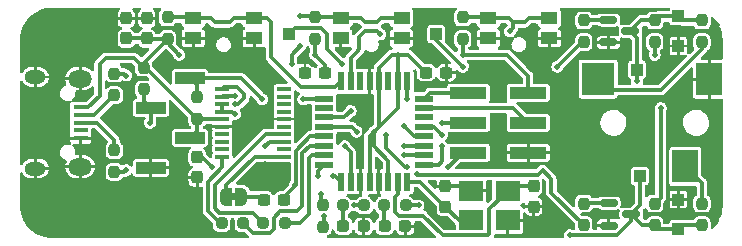
<source format=gbr>
%TF.GenerationSoftware,KiCad,Pcbnew,(6.0.7)*%
%TF.CreationDate,2023-01-18T14:59:30-05:00*%
%TF.ProjectId,microkfd,6d696372-6f6b-4666-942e-6b696361645f,E*%
%TF.SameCoordinates,Original*%
%TF.FileFunction,Copper,L1,Top*%
%TF.FilePolarity,Positive*%
%FSLAX46Y46*%
G04 Gerber Fmt 4.6, Leading zero omitted, Abs format (unit mm)*
G04 Created by KiCad (PCBNEW (6.0.7)) date 2023-01-18 14:59:30*
%MOMM*%
%LPD*%
G01*
G04 APERTURE LIST*
G04 Aperture macros list*
%AMRoundRect*
0 Rectangle with rounded corners*
0 $1 Rounding radius*
0 $2 $3 $4 $5 $6 $7 $8 $9 X,Y pos of 4 corners*
0 Add a 4 corners polygon primitive as box body*
4,1,4,$2,$3,$4,$5,$6,$7,$8,$9,$2,$3,0*
0 Add four circle primitives for the rounded corners*
1,1,$1+$1,$2,$3*
1,1,$1+$1,$4,$5*
1,1,$1+$1,$6,$7*
1,1,$1+$1,$8,$9*
0 Add four rect primitives between the rounded corners*
20,1,$1+$1,$2,$3,$4,$5,0*
20,1,$1+$1,$4,$5,$6,$7,0*
20,1,$1+$1,$6,$7,$8,$9,0*
20,1,$1+$1,$8,$9,$2,$3,0*%
%AMFreePoly0*
4,1,22,0.500000,-0.750000,0.000000,-0.750000,0.000000,-0.745033,-0.079941,-0.743568,-0.215256,-0.701293,-0.333266,-0.622738,-0.424486,-0.514219,-0.481581,-0.384460,-0.499164,-0.250000,-0.500000,-0.250000,-0.500000,0.250000,-0.499164,0.250000,-0.499963,0.256109,-0.478152,0.396186,-0.417904,0.524511,-0.324060,0.630769,-0.204165,0.706417,-0.067858,0.745374,0.000000,0.744959,0.000000,0.750000,
0.500000,0.750000,0.500000,-0.750000,0.500000,-0.750000,$1*%
%AMFreePoly1*
4,1,20,0.000000,0.744959,0.073905,0.744508,0.209726,0.703889,0.328688,0.626782,0.421226,0.519385,0.479903,0.390333,0.500000,0.250000,0.500000,-0.250000,0.499851,-0.262216,0.476331,-0.402017,0.414519,-0.529596,0.319384,-0.634700,0.198574,-0.708877,0.061801,-0.746166,0.000000,-0.745033,0.000000,-0.750000,-0.500000,-0.750000,-0.500000,0.750000,0.000000,0.750000,0.000000,0.744959,
0.000000,0.744959,$1*%
G04 Aperture macros list end*
%TA.AperFunction,SMDPad,CuDef*%
%ADD10RoundRect,0.237500X0.287500X0.237500X-0.287500X0.237500X-0.287500X-0.237500X0.287500X-0.237500X0*%
%TD*%
%TA.AperFunction,SMDPad,CuDef*%
%ADD11RoundRect,0.150000X-0.587500X-0.150000X0.587500X-0.150000X0.587500X0.150000X-0.587500X0.150000X0*%
%TD*%
%TA.AperFunction,SMDPad,CuDef*%
%ADD12RoundRect,0.237500X0.237500X-0.300000X0.237500X0.300000X-0.237500X0.300000X-0.237500X-0.300000X0*%
%TD*%
%TA.AperFunction,SMDPad,CuDef*%
%ADD13R,1.200000X0.400000*%
%TD*%
%TA.AperFunction,SMDPad,CuDef*%
%ADD14RoundRect,0.237500X0.237500X-0.250000X0.237500X0.250000X-0.237500X0.250000X-0.237500X-0.250000X0*%
%TD*%
%TA.AperFunction,SMDPad,CuDef*%
%ADD15RoundRect,0.237500X-0.250000X-0.237500X0.250000X-0.237500X0.250000X0.237500X-0.250000X0.237500X0*%
%TD*%
%TA.AperFunction,SMDPad,CuDef*%
%ADD16RoundRect,0.237500X-0.237500X0.250000X-0.237500X-0.250000X0.237500X-0.250000X0.237500X0.250000X0*%
%TD*%
%TA.AperFunction,SMDPad,CuDef*%
%ADD17RoundRect,0.237500X-0.300000X-0.237500X0.300000X-0.237500X0.300000X0.237500X-0.300000X0.237500X0*%
%TD*%
%TA.AperFunction,SMDPad,CuDef*%
%ADD18R,1.000000X1.000000*%
%TD*%
%TA.AperFunction,SMDPad,CuDef*%
%ADD19RoundRect,0.237500X-0.237500X0.300000X-0.237500X-0.300000X0.237500X-0.300000X0.237500X0.300000X0*%
%TD*%
%TA.AperFunction,SMDPad,CuDef*%
%ADD20R,2.510000X1.000000*%
%TD*%
%TA.AperFunction,SMDPad,CuDef*%
%ADD21R,2.100000X1.800000*%
%TD*%
%TA.AperFunction,SMDPad,CuDef*%
%ADD22R,2.200000X2.800000*%
%TD*%
%TA.AperFunction,SMDPad,CuDef*%
%ADD23R,2.800000X2.800000*%
%TD*%
%TA.AperFunction,SMDPad,CuDef*%
%ADD24RoundRect,0.237500X0.300000X0.237500X-0.300000X0.237500X-0.300000X-0.237500X0.300000X-0.237500X0*%
%TD*%
%TA.AperFunction,SMDPad,CuDef*%
%ADD25R,0.550000X1.600000*%
%TD*%
%TA.AperFunction,SMDPad,CuDef*%
%ADD26R,1.600000X0.550000*%
%TD*%
%TA.AperFunction,SMDPad,CuDef*%
%ADD27R,1.300000X0.450000*%
%TD*%
%TA.AperFunction,ComponentPad*%
%ADD28O,2.000000X1.450000*%
%TD*%
%TA.AperFunction,ComponentPad*%
%ADD29O,1.800000X1.150000*%
%TD*%
%TA.AperFunction,SMDPad,CuDef*%
%ADD30FreePoly0,0.000000*%
%TD*%
%TA.AperFunction,SMDPad,CuDef*%
%ADD31FreePoly1,0.000000*%
%TD*%
%TA.AperFunction,SMDPad,CuDef*%
%ADD32R,1.450000X1.000000*%
%TD*%
%TA.AperFunction,SMDPad,CuDef*%
%ADD33R,3.150000X1.000000*%
%TD*%
%TA.AperFunction,ViaPad*%
%ADD34C,0.500000*%
%TD*%
%TA.AperFunction,Conductor*%
%ADD35C,0.375000*%
%TD*%
G04 APERTURE END LIST*
%TO.C,JP1*%
G36*
X113600000Y-106550000D02*
G01*
X113100000Y-106550000D01*
X113100000Y-105950000D01*
X113600000Y-105950000D01*
X113600000Y-106550000D01*
G37*
%TD*%
D10*
%TO.P,D2,1,K*%
%TO.N,GND*%
X127875000Y-108750000D03*
%TO.P,D2,2,A*%
%TO.N,Net-(D2-Pad2)*%
X126125000Y-108750000D03*
%TD*%
D11*
%TO.P,Q2,1,B*%
%TO.N,Net-(Q2-Pad1)*%
X145125000Y-106800000D03*
%TO.P,Q2,2,E*%
%TO.N,GND*%
X145125000Y-108700000D03*
%TO.P,Q2,3,C*%
%TO.N,TWI_S_RX*%
X147000000Y-107750000D03*
%TD*%
D12*
%TO.P,C10,1*%
%TO.N,GND*%
X138750000Y-107112500D03*
%TO.P,C10,2*%
%TO.N,Net-(C10-Pad2)*%
X138750000Y-105387500D03*
%TD*%
D13*
%TO.P,U1,1,~{DTR}*%
%TO.N,Net-(JP1-Pad1)*%
X117600000Y-102857500D03*
%TO.P,U1,2,~{RTS}*%
%TO.N,unconnected-(U1-Pad2)*%
X117600000Y-102222500D03*
%TO.P,U1,3,VCCIO*%
%TO.N,Net-(C5-Pad1)*%
X117600000Y-101587500D03*
%TO.P,U1,4,RXD*%
%TO.N,S_RX*%
X117600000Y-100952500D03*
%TO.P,U1,5,~{RI}*%
%TO.N,unconnected-(U1-Pad5)*%
X117600000Y-100317500D03*
%TO.P,U1,6,GND*%
%TO.N,GND*%
X117600000Y-99682500D03*
%TO.P,U1,7,~{DSR}*%
%TO.N,unconnected-(U1-Pad7)*%
X117600000Y-99047500D03*
%TO.P,U1,8,~{DCD}*%
%TO.N,unconnected-(U1-Pad8)*%
X117600000Y-98412500D03*
%TO.P,U1,9,~{CTS}*%
%TO.N,unconnected-(U1-Pad9)*%
X117600000Y-97777500D03*
%TO.P,U1,10,CBUS2*%
%TO.N,unconnected-(U1-Pad10)*%
X117600000Y-97142500D03*
%TO.P,U1,11,USBDP*%
%TO.N,Net-(R2-Pad2)*%
X112400000Y-97142500D03*
%TO.P,U1,12,USBDM*%
%TO.N,Net-(R1-Pad2)*%
X112400000Y-97777500D03*
%TO.P,U1,13,3V3OUT*%
%TO.N,Net-(C5-Pad1)*%
X112400000Y-98412500D03*
%TO.P,U1,14,~{RESET}*%
X112400000Y-99047500D03*
%TO.P,U1,15,VCC*%
%TO.N,+5V*%
X112400000Y-99682500D03*
%TO.P,U1,16,GND*%
%TO.N,GND*%
X112400000Y-100317500D03*
%TO.P,U1,17,CBUS1*%
%TO.N,unconnected-(U1-Pad17)*%
X112400000Y-100952500D03*
%TO.P,U1,18,CBUS0*%
%TO.N,unconnected-(U1-Pad18)*%
X112400000Y-101587500D03*
%TO.P,U1,19,CBUS3*%
%TO.N,unconnected-(U1-Pad19)*%
X112400000Y-102222500D03*
%TO.P,U1,20,TXD*%
%TO.N,S_TX*%
X112400000Y-102857500D03*
%TD*%
D14*
%TO.P,R5,1*%
%TO.N,SCL*%
X105750000Y-97162500D03*
%TO.P,R5,2*%
%TO.N,+5V*%
X105750000Y-95337500D03*
%TD*%
D15*
%TO.P,R7,1*%
%TO.N,S_RX*%
X115837500Y-108500000D03*
%TO.P,R7,2*%
%TO.N,Net-(R7-Pad2)*%
X117662500Y-108500000D03*
%TD*%
D16*
%TO.P,R16,1*%
%TO.N,A2*%
X120250000Y-91087500D03*
%TO.P,R16,2*%
%TO.N,+5V*%
X120250000Y-92912500D03*
%TD*%
D17*
%TO.P,C7,1*%
%TO.N,GND*%
X119387500Y-95750000D03*
%TO.P,C7,2*%
%TO.N,+5V*%
X121112500Y-95750000D03*
%TD*%
D18*
%TO.P,TP5,1,1*%
%TO.N,TWI_D_RX*%
X147500000Y-95500000D03*
%TD*%
D16*
%TO.P,R4,1*%
%TO.N,SDA*%
X110250000Y-97837500D03*
%TO.P,R4,2*%
%TO.N,+5V*%
X110250000Y-99662500D03*
%TD*%
%TO.P,R13,1*%
%TO.N,Net-(Q2-Pad1)*%
X143000000Y-106837500D03*
%TO.P,R13,2*%
%TO.N,TWI_S_TX*%
X143000000Y-108662500D03*
%TD*%
D18*
%TO.P,TP6,1,1*%
%TO.N,TWI_S_RX*%
X147750000Y-104500000D03*
%TD*%
D15*
%TO.P,R9,1*%
%TO.N,Net-(D2-Pad2)*%
X126087500Y-107000000D03*
%TO.P,R9,2*%
%TO.N,Net-(R9-Pad2)*%
X127912500Y-107000000D03*
%TD*%
D19*
%TO.P,C5,1*%
%TO.N,Net-(C5-Pad1)*%
X110250000Y-102887500D03*
%TO.P,C5,2*%
%TO.N,GND*%
X110250000Y-104612500D03*
%TD*%
D16*
%TO.P,R2,1*%
%TO.N,Net-(J1-Pad3)*%
X103250000Y-102337500D03*
%TO.P,R2,2*%
%TO.N,Net-(R2-Pad2)*%
X103250000Y-104162500D03*
%TD*%
D18*
%TO.P,TP4,1,1*%
%TO.N,GPIO2*%
X130500000Y-92500000D03*
%TD*%
D20*
%TO.P,J3,1,Pin_1*%
%TO.N,GND*%
X106345000Y-103810000D03*
%TO.P,J3,2,Pin_2*%
%TO.N,+5V*%
X109655000Y-101270000D03*
%TO.P,J3,3,Pin_3*%
%TO.N,SCL*%
X106345000Y-98730000D03*
%TO.P,J3,4,Pin_4*%
%TO.N,SDA*%
X109655000Y-96190000D03*
%TD*%
D21*
%TO.P,Y1,1,1*%
%TO.N,Net-(C9-Pad2)*%
X133450000Y-108250000D03*
%TO.P,Y1,2,2*%
%TO.N,GND*%
X136550000Y-108250000D03*
%TO.P,Y1,3,3*%
%TO.N,Net-(C10-Pad2)*%
X136550000Y-105750000D03*
%TO.P,Y1,4,4*%
%TO.N,GND*%
X133450000Y-105750000D03*
%TD*%
D22*
%TO.P,J4,R*%
%TO.N,KFD_SENSE*%
X151600000Y-103700000D03*
%TO.P,J4,S*%
%TO.N,GND*%
X153600000Y-96300000D03*
D23*
%TO.P,J4,T*%
%TO.N,KFD_DATA*%
X144200000Y-96300000D03*
%TD*%
D10*
%TO.P,D1,1,K*%
%TO.N,GND*%
X124375000Y-108750000D03*
%TO.P,D1,2,A*%
%TO.N,Net-(D1-Pad2)*%
X122625000Y-108750000D03*
%TD*%
D24*
%TO.P,C8,1*%
%TO.N,GND*%
X131362500Y-95750000D03*
%TO.P,C8,2*%
%TO.N,+5V*%
X129637500Y-95750000D03*
%TD*%
D25*
%TO.P,U2,1,PD3*%
%TO.N,TWI_D_RX*%
X122450000Y-105000000D03*
%TO.P,U2,2,PD4*%
%TO.N,TWI_S_TX*%
X123250000Y-105000000D03*
%TO.P,U2,3,GND*%
%TO.N,GND*%
X124050000Y-105000000D03*
%TO.P,U2,4,VCC*%
%TO.N,+5V*%
X124850000Y-105000000D03*
%TO.P,U2,5,GND*%
%TO.N,GND*%
X125650000Y-105000000D03*
%TO.P,U2,6,VCC*%
%TO.N,+5V*%
X126450000Y-105000000D03*
%TO.P,U2,7,XTAL1/PB6*%
%TO.N,Net-(C10-Pad2)*%
X127250000Y-105000000D03*
%TO.P,U2,8,XTAL2/PB7*%
%TO.N,Net-(C9-Pad2)*%
X128050000Y-105000000D03*
D26*
%TO.P,U2,9,PD5*%
%TO.N,TWI_D_TX*%
X129500000Y-103550000D03*
%TO.P,U2,10,PD6*%
%TO.N,Net-(R8-Pad2)*%
X129500000Y-102750000D03*
%TO.P,U2,11,PD7*%
%TO.N,Net-(R9-Pad2)*%
X129500000Y-101950000D03*
%TO.P,U2,12,PB0*%
%TO.N,GPIO1*%
X129500000Y-101150000D03*
%TO.P,U2,13,PB1*%
%TO.N,GPIO2*%
X129500000Y-100350000D03*
%TO.P,U2,14,PB2*%
%TO.N,unconnected-(U2-Pad14)*%
X129500000Y-99550000D03*
%TO.P,U2,15,PB3*%
%TO.N,MOSI*%
X129500000Y-98750000D03*
%TO.P,U2,16,PB4*%
%TO.N,MISO*%
X129500000Y-97950000D03*
D25*
%TO.P,U2,17,PB5*%
%TO.N,SCK*%
X128050000Y-96500000D03*
%TO.P,U2,18,AVCC*%
%TO.N,+5V*%
X127250000Y-96500000D03*
%TO.P,U2,19,ADC6*%
%TO.N,unconnected-(U2-Pad19)*%
X126450000Y-96500000D03*
%TO.P,U2,20,AREF*%
%TO.N,+5V*%
X125650000Y-96500000D03*
%TO.P,U2,21,GND*%
%TO.N,GND*%
X124850000Y-96500000D03*
%TO.P,U2,22,ADC7*%
%TO.N,unconnected-(U2-Pad22)*%
X124050000Y-96500000D03*
%TO.P,U2,23,PC0*%
%TO.N,A0*%
X123250000Y-96500000D03*
%TO.P,U2,24,PC1*%
%TO.N,A1*%
X122450000Y-96500000D03*
D26*
%TO.P,U2,25,PC2*%
%TO.N,A2*%
X121000000Y-97950000D03*
%TO.P,U2,26,PC3*%
%TO.N,unconnected-(U2-Pad26)*%
X121000000Y-98750000D03*
%TO.P,U2,27,PC4*%
%TO.N,SDA*%
X121000000Y-99550000D03*
%TO.P,U2,28,PC5*%
%TO.N,SCL*%
X121000000Y-100350000D03*
%TO.P,U2,29,~{RESET}/PC6*%
%TO.N,~{RESET}*%
X121000000Y-101150000D03*
%TO.P,U2,30,PD0*%
%TO.N,Net-(R6-Pad2)*%
X121000000Y-101950000D03*
%TO.P,U2,31,PD1*%
%TO.N,Net-(R7-Pad2)*%
X121000000Y-102750000D03*
%TO.P,U2,32,PD2*%
%TO.N,TWI_S_RX*%
X121000000Y-103550000D03*
%TD*%
D12*
%TO.P,C2,1*%
%TO.N,+5V*%
X106000000Y-92862500D03*
%TO.P,C2,2*%
%TO.N,GND*%
X106000000Y-91137500D03*
%TD*%
D27*
%TO.P,J1,1,VBUS*%
%TO.N,+5V*%
X100400000Y-98700000D03*
%TO.P,J1,2,D-*%
%TO.N,Net-(J1-Pad2)*%
X100400000Y-99350000D03*
%TO.P,J1,3,D+*%
%TO.N,Net-(J1-Pad3)*%
X100400000Y-100000000D03*
%TO.P,J1,4,ID*%
%TO.N,unconnected-(J1-Pad4)*%
X100400000Y-100650000D03*
%TO.P,J1,5,GND*%
%TO.N,GND*%
X100400000Y-101300000D03*
D28*
%TO.P,J1,6,Shield*%
X100350000Y-96275000D03*
D29*
X96550000Y-103875000D03*
D28*
X100350000Y-103725000D03*
D29*
X96550000Y-96125000D03*
%TD*%
D16*
%TO.P,R14,1*%
%TO.N,TWI_D_RX*%
X149000000Y-91337500D03*
%TO.P,R14,2*%
%TO.N,+5V*%
X149000000Y-93162500D03*
%TD*%
D18*
%TO.P,TP3,1,1*%
%TO.N,GPIO1*%
X118000000Y-92500000D03*
%TD*%
D30*
%TO.P,JP1,1,A*%
%TO.N,Net-(JP1-Pad1)*%
X112700000Y-106250000D03*
D31*
%TO.P,JP1,2,B*%
%TO.N,Net-(C6-Pad1)*%
X114000000Y-106250000D03*
%TD*%
D32*
%TO.P,SW1,1,1*%
%TO.N,A0*%
X134925000Y-91150000D03*
X140075000Y-91150000D03*
%TO.P,SW1,2,2*%
%TO.N,GND*%
X134925000Y-92850000D03*
X140075000Y-92850000D03*
%TD*%
D12*
%TO.P,C4,1*%
%TO.N,+5V*%
X104250000Y-92862500D03*
%TO.P,C4,2*%
%TO.N,GND*%
X104250000Y-91137500D03*
%TD*%
D15*
%TO.P,R8,1*%
%TO.N,Net-(D1-Pad2)*%
X122587500Y-107000000D03*
%TO.P,R8,2*%
%TO.N,Net-(R8-Pad2)*%
X124412500Y-107000000D03*
%TD*%
D16*
%TO.P,R3,1*%
%TO.N,~{RESET}*%
X120900000Y-106987500D03*
%TO.P,R3,2*%
%TO.N,+5V*%
X120900000Y-108812500D03*
%TD*%
D15*
%TO.P,R6,1*%
%TO.N,S_TX*%
X112337500Y-108500000D03*
%TO.P,R6,2*%
%TO.N,Net-(R6-Pad2)*%
X114162500Y-108500000D03*
%TD*%
D18*
%TO.P,D3,1,K*%
%TO.N,TWI_D_RX*%
X151000000Y-91000000D03*
%TO.P,D3,2,A*%
%TO.N,GND*%
X151000000Y-93500000D03*
%TD*%
D19*
%TO.P,C9,1*%
%TO.N,GND*%
X131250000Y-105387500D03*
%TO.P,C9,2*%
%TO.N,Net-(C9-Pad2)*%
X131250000Y-107112500D03*
%TD*%
D16*
%TO.P,R10,1*%
%TO.N,A0*%
X132750000Y-91087500D03*
%TO.P,R10,2*%
%TO.N,+5V*%
X132750000Y-92912500D03*
%TD*%
D32*
%TO.P,SW3,1,1*%
%TO.N,A2*%
X122425000Y-91150000D03*
X127575000Y-91150000D03*
%TO.P,SW3,2,2*%
%TO.N,GND*%
X122425000Y-92850000D03*
X127575000Y-92850000D03*
%TD*%
D14*
%TO.P,R15,1*%
%TO.N,TWI_S_RX*%
X149000000Y-108662500D03*
%TO.P,R15,2*%
%TO.N,+5V*%
X149000000Y-106837500D03*
%TD*%
%TO.P,R1,1*%
%TO.N,Net-(J1-Pad2)*%
X103250000Y-97662500D03*
%TO.P,R1,2*%
%TO.N,Net-(R1-Pad2)*%
X103250000Y-95837500D03*
%TD*%
D33*
%TO.P,J2,1,MISO*%
%TO.N,MISO*%
X133225000Y-97460000D03*
%TO.P,J2,2,VCC*%
%TO.N,+5V*%
X138275000Y-97460000D03*
%TO.P,J2,3,SCK*%
%TO.N,SCK*%
X133225000Y-100000000D03*
%TO.P,J2,4,MOSI*%
%TO.N,MOSI*%
X138275000Y-100000000D03*
%TO.P,J2,5,~{RST}*%
%TO.N,~{RESET}*%
X133225000Y-102540000D03*
%TO.P,J2,6,GND*%
%TO.N,GND*%
X138275000Y-102540000D03*
%TD*%
D16*
%TO.P,R11,1*%
%TO.N,A1*%
X107750000Y-91087500D03*
%TO.P,R11,2*%
%TO.N,+5V*%
X107750000Y-92912500D03*
%TD*%
%TO.P,R12,1*%
%TO.N,Net-(Q1-Pad1)*%
X143000000Y-91337500D03*
%TO.P,R12,2*%
%TO.N,TWI_D_TX*%
X143000000Y-93162500D03*
%TD*%
D14*
%TO.P,R17,1*%
%TO.N,KFD_DATA*%
X153000000Y-93162500D03*
%TO.P,R17,2*%
%TO.N,TWI_D_RX*%
X153000000Y-91337500D03*
%TD*%
D18*
%TO.P,D4,1,K*%
%TO.N,TWI_S_RX*%
X151000000Y-109000000D03*
%TO.P,D4,2,A*%
%TO.N,GND*%
X151000000Y-106500000D03*
%TD*%
D16*
%TO.P,R18,1*%
%TO.N,KFD_SENSE*%
X153000000Y-106837500D03*
%TO.P,R18,2*%
%TO.N,TWI_S_RX*%
X153000000Y-108662500D03*
%TD*%
D32*
%TO.P,SW2,1,1*%
%TO.N,A1*%
X109925000Y-91150000D03*
X115075000Y-91150000D03*
%TO.P,SW2,2,2*%
%TO.N,GND*%
X115075000Y-92850000D03*
X109925000Y-92850000D03*
%TD*%
D17*
%TO.P,C6,1*%
%TO.N,Net-(C6-Pad1)*%
X115887500Y-106500000D03*
%TO.P,C6,2*%
%TO.N,~{RESET}*%
X117612500Y-106500000D03*
%TD*%
D11*
%TO.P,Q1,1,B*%
%TO.N,Net-(Q1-Pad1)*%
X145062500Y-91300000D03*
%TO.P,Q1,2,E*%
%TO.N,GND*%
X145062500Y-93200000D03*
%TO.P,Q1,3,C*%
%TO.N,TWI_D_RX*%
X146937500Y-92250000D03*
%TD*%
D34*
%TO.N,GND*%
X125750000Y-103750000D03*
X107500000Y-95500000D03*
X124500000Y-98250000D03*
X140400000Y-107800000D03*
X140600000Y-101800000D03*
X119000000Y-100500000D03*
X113500000Y-93250000D03*
X140000000Y-101200000D03*
X97750000Y-90500000D03*
X135800000Y-96200000D03*
X115500000Y-99500000D03*
X154250000Y-92500000D03*
X108200000Y-103800000D03*
X97000000Y-90800000D03*
X120000000Y-95000000D03*
X154250000Y-93250000D03*
X143800000Y-107800000D03*
X143000000Y-104000000D03*
X137800000Y-92400000D03*
X113750000Y-102000000D03*
X139200000Y-101200000D03*
X136000000Y-101600000D03*
X108000000Y-95000000D03*
X103750000Y-109500000D03*
X108800000Y-103200000D03*
X102250000Y-109500000D03*
X140000000Y-108400000D03*
X112750000Y-109500000D03*
X106000000Y-109500000D03*
X150400000Y-92200000D03*
X142500000Y-101500000D03*
X110500000Y-109500000D03*
X136000000Y-102400000D03*
X142000000Y-104000000D03*
X140500000Y-103500000D03*
X99250000Y-109500000D03*
X141600000Y-91400000D03*
X116500000Y-104000000D03*
X115750000Y-96250000D03*
X129000000Y-91500000D03*
X139600000Y-109000000D03*
X107000000Y-95000000D03*
X131250000Y-108500000D03*
X142000000Y-105000000D03*
X139200000Y-108400000D03*
X154250000Y-105500000D03*
X154250000Y-101000000D03*
X141500000Y-104500000D03*
X107400000Y-101800000D03*
X96200000Y-91250000D03*
X141600000Y-108400000D03*
X136600000Y-96200000D03*
X143000000Y-102000000D03*
X144600000Y-92200000D03*
X100000000Y-90500000D03*
X95500000Y-95000000D03*
X138400000Y-108400000D03*
X109750000Y-109500000D03*
X115000000Y-99000000D03*
X95500000Y-93500000D03*
X137600000Y-101200000D03*
X108800000Y-104400000D03*
X109000000Y-109500000D03*
X119500000Y-100000000D03*
X129000000Y-90750000D03*
X112000000Y-109500000D03*
X154250000Y-91750000D03*
X95500000Y-92750000D03*
X141600000Y-92200000D03*
X142500000Y-105500000D03*
X101500000Y-109500000D03*
X103000000Y-90500000D03*
X140800000Y-108400000D03*
X145400000Y-107800000D03*
X140000000Y-107000000D03*
X95500000Y-105750000D03*
X154250000Y-94000000D03*
X95800000Y-108000000D03*
X114250000Y-101500000D03*
X154250000Y-98750000D03*
X95500000Y-106500000D03*
X138400000Y-101200000D03*
X154250000Y-104750000D03*
X130000000Y-107250000D03*
X154250000Y-101750000D03*
X115000000Y-95500000D03*
X126000000Y-93500000D03*
X136000000Y-103200000D03*
X116500000Y-96250000D03*
X143500000Y-104500000D03*
X141000000Y-104000000D03*
X102250000Y-90500000D03*
X154250000Y-104000000D03*
X144000000Y-103000000D03*
X125250000Y-107750000D03*
X137400000Y-96200000D03*
X122500000Y-98000000D03*
X143500000Y-103500000D03*
X105250000Y-109500000D03*
X107400000Y-102600000D03*
X124500000Y-99250000D03*
X113500000Y-109500000D03*
X98500000Y-90500000D03*
X154250000Y-106250000D03*
X141500000Y-102500000D03*
X107500000Y-94500000D03*
X95500000Y-105000000D03*
X136800000Y-101200000D03*
X111250000Y-109500000D03*
X154250000Y-99500000D03*
X143000000Y-105000000D03*
X95800000Y-92000000D03*
X151200000Y-92200000D03*
X135000000Y-105200000D03*
X142000000Y-102000000D03*
X142000000Y-103000000D03*
X140400000Y-109000000D03*
X135800000Y-97800000D03*
X142500000Y-104500000D03*
X116000000Y-103500000D03*
X122500000Y-92750000D03*
X115750000Y-95500000D03*
X96200000Y-108600000D03*
X108250000Y-109500000D03*
X143000000Y-103000000D03*
X123500000Y-92000000D03*
X128800000Y-106000000D03*
X103000000Y-109500000D03*
X135000000Y-106200000D03*
X138600000Y-92400000D03*
X138600000Y-93200000D03*
X154250000Y-103250000D03*
X101500000Y-90500000D03*
X97000000Y-109200000D03*
X141000000Y-103000000D03*
X144000000Y-104000000D03*
X123500000Y-108000000D03*
X115500000Y-104000000D03*
X141600000Y-93000000D03*
X129000000Y-93500000D03*
X100000000Y-109500000D03*
X100750000Y-90500000D03*
X113500000Y-92500000D03*
X144600000Y-107800000D03*
X154250000Y-107750000D03*
X125250000Y-106250000D03*
X97750000Y-109500000D03*
X142500000Y-103500000D03*
X98500000Y-109500000D03*
X100750000Y-109500000D03*
X113750000Y-101000000D03*
X143500000Y-102500000D03*
X144500000Y-103500000D03*
X135800000Y-97000000D03*
X145400000Y-92200000D03*
X154250000Y-100250000D03*
X114250000Y-109500000D03*
X99250000Y-90500000D03*
X138800000Y-109000000D03*
X95500000Y-107250000D03*
X95500000Y-94250000D03*
X111500000Y-92500000D03*
X116000000Y-100000000D03*
X135000000Y-96200000D03*
X104500000Y-109500000D03*
X141500000Y-103500000D03*
X152000000Y-92200000D03*
X129750000Y-93500000D03*
X111500000Y-93250000D03*
X107500000Y-109500000D03*
X154250000Y-102500000D03*
X106750000Y-109500000D03*
X142500000Y-102500000D03*
X154250000Y-107000000D03*
X108200000Y-102600000D03*
%TO.N,+5V*%
X149000000Y-94250000D03*
X149500000Y-98750000D03*
X121000000Y-107924500D03*
X108750000Y-94250000D03*
X127250000Y-94250000D03*
X132750000Y-94250000D03*
X120250000Y-94250000D03*
X125250000Y-100750000D03*
%TO.N,Net-(C5-Pad1)*%
X111500000Y-103750000D03*
X116000000Y-102000000D03*
X113500000Y-99250000D03*
%TO.N,~{RESET}*%
X120750000Y-106000000D03*
X118538000Y-105262500D03*
X131500000Y-103750000D03*
%TO.N,TWI_D_RX*%
X147500000Y-96500000D03*
X121750000Y-104500000D03*
%TO.N,TWI_S_RX*%
X141787500Y-109537500D03*
X120475500Y-104500000D03*
%TO.N,SCK*%
X128000000Y-98000000D03*
X131000000Y-100000000D03*
%TO.N,SCL*%
X106250000Y-100000000D03*
X123750000Y-100750000D03*
%TO.N,SDA*%
X115750000Y-98000000D03*
X123250000Y-99000000D03*
%TO.N,Net-(R1-Pad2)*%
X104250000Y-96000000D03*
X113500000Y-97750000D03*
%TO.N,Net-(R2-Pad2)*%
X104250000Y-104000000D03*
X113500000Y-98449503D03*
%TO.N,Net-(R8-Pad2)*%
X123524500Y-107000000D03*
X127750000Y-102750000D03*
%TO.N,Net-(R9-Pad2)*%
X129000000Y-107000000D03*
X127750000Y-102000000D03*
%TO.N,A0*%
X125750000Y-92500000D03*
X136750000Y-92250000D03*
%TO.N,TWI_D_TX*%
X140750000Y-95250000D03*
X131000000Y-102000000D03*
%TO.N,TWI_S_TX*%
X126250000Y-101000000D03*
X128000000Y-103750000D03*
X128863000Y-104363000D03*
X122750000Y-102000000D03*
%TO.N,A2*%
X119000000Y-93500000D03*
X118250000Y-95000000D03*
X119000000Y-91000000D03*
X119250000Y-98000000D03*
%TO.N,GPIO1*%
X127750000Y-100250000D03*
X122500000Y-95000000D03*
%TO.N,GPIO2*%
X132750000Y-95250000D03*
X131000000Y-101000000D03*
%TD*%
D35*
%TO.N,GND*%
X133087500Y-105387500D02*
X133450000Y-105750000D01*
X131250000Y-105387500D02*
X133087500Y-105387500D01*
%TO.N,+5V*%
X149500000Y-106337500D02*
X149000000Y-106837500D01*
X126450000Y-105000000D02*
X126450000Y-103200000D01*
X112380000Y-99662500D02*
X112400000Y-99682500D01*
X121000000Y-108712500D02*
X120900000Y-108812500D01*
X138275000Y-97460000D02*
X138275000Y-96025000D01*
X101050000Y-98700000D02*
X102000000Y-97750000D01*
X126450000Y-103200000D02*
X125250000Y-102000000D01*
X124850000Y-101150000D02*
X125250000Y-100750000D01*
X105750000Y-95337500D02*
X105750000Y-94912500D01*
X127250000Y-98750000D02*
X125250000Y-100750000D01*
X102500000Y-94500000D02*
X104912500Y-94500000D01*
X107750000Y-93250000D02*
X108750000Y-94250000D01*
X127250000Y-96500000D02*
X127250000Y-94250000D01*
X106000000Y-92862500D02*
X104250000Y-92862500D01*
X121112500Y-95750000D02*
X121112500Y-95112500D01*
X107750000Y-92912500D02*
X106050000Y-92912500D01*
X104912500Y-94500000D02*
X105750000Y-95337500D01*
X125650000Y-96500000D02*
X125650000Y-100350000D01*
X125250000Y-102000000D02*
X125250000Y-100750000D01*
X149000000Y-94250000D02*
X149000000Y-93162500D01*
X124850000Y-105000000D02*
X124850000Y-101150000D01*
X107750000Y-92912500D02*
X107750000Y-93250000D01*
X132750000Y-92912500D02*
X132750000Y-94250000D01*
X105925000Y-95337500D02*
X110250000Y-99662500D01*
X125650000Y-100350000D02*
X125250000Y-100750000D01*
X128137500Y-94250000D02*
X127250000Y-94250000D01*
X136500000Y-94250000D02*
X132750000Y-94250000D01*
X102000000Y-97750000D02*
X102000000Y-95000000D01*
X121112500Y-95112500D02*
X120250000Y-94250000D01*
X110250000Y-100675000D02*
X109655000Y-101270000D01*
X138275000Y-96025000D02*
X136500000Y-94250000D01*
X100400000Y-98700000D02*
X101050000Y-98700000D01*
X110250000Y-99662500D02*
X110250000Y-100675000D01*
X125650000Y-95325000D02*
X126725000Y-94250000D01*
X121000000Y-107924500D02*
X121000000Y-108712500D01*
X105750000Y-94912500D02*
X107750000Y-92912500D01*
X129637500Y-95750000D02*
X128137500Y-94250000D01*
X120250000Y-92912500D02*
X120250000Y-94250000D01*
X149500000Y-98750000D02*
X149500000Y-106337500D01*
X105750000Y-95337500D02*
X105925000Y-95337500D01*
X126725000Y-94250000D02*
X127250000Y-94250000D01*
X125650000Y-96500000D02*
X125650000Y-95325000D01*
X102000000Y-95000000D02*
X102500000Y-94500000D01*
X106050000Y-92912500D02*
X106000000Y-92862500D01*
X127250000Y-96500000D02*
X127250000Y-98750000D01*
X110250000Y-99662500D02*
X112380000Y-99662500D01*
%TO.N,Net-(C5-Pad1)*%
X116412500Y-101587500D02*
X116000000Y-102000000D01*
X112400000Y-98412500D02*
X112400000Y-99047500D01*
X110637500Y-102887500D02*
X111500000Y-103750000D01*
X113196435Y-99047500D02*
X112400000Y-99047500D01*
X110250000Y-102887500D02*
X110637500Y-102887500D01*
X113398935Y-99250000D02*
X113196435Y-99047500D01*
X113500000Y-99250000D02*
X113398935Y-99250000D01*
X117600000Y-101587500D02*
X116412500Y-101587500D01*
%TO.N,Net-(C6-Pad1)*%
X114000000Y-106250000D02*
X115887500Y-106250000D01*
%TO.N,~{RESET}*%
X132475000Y-102540000D02*
X132475000Y-102775000D01*
X132475000Y-102775000D02*
X131500000Y-103750000D01*
X120750000Y-106837500D02*
X120900000Y-106987500D01*
X119811828Y-101150000D02*
X118600000Y-102361828D01*
X118600000Y-105262500D02*
X117612500Y-106250000D01*
X118600000Y-102361828D02*
X118600000Y-105262500D01*
X121000000Y-101150000D02*
X119811828Y-101150000D01*
X120750000Y-106000000D02*
X120750000Y-106837500D01*
%TO.N,Net-(C9-Pad2)*%
X132387500Y-108250000D02*
X131250000Y-107112500D01*
X131250000Y-107112500D02*
X129137500Y-105000000D01*
X133450000Y-108250000D02*
X132387500Y-108250000D01*
X129137500Y-105000000D02*
X128050000Y-105000000D01*
%TO.N,Net-(C10-Pad2)*%
X127328617Y-107887500D02*
X129387500Y-107887500D01*
X136912500Y-105387500D02*
X136550000Y-105750000D01*
X127250000Y-106050000D02*
X127000000Y-106300000D01*
X135000000Y-109425000D02*
X135000000Y-107300000D01*
X127250000Y-105000000D02*
X127250000Y-106050000D01*
X138750000Y-105387500D02*
X136912500Y-105387500D01*
X129387500Y-107887500D02*
X131037500Y-109537500D01*
X127000000Y-106300000D02*
X127000000Y-107558883D01*
X127000000Y-107558883D02*
X127328617Y-107887500D01*
X135000000Y-107300000D02*
X136550000Y-105750000D01*
X131037500Y-109537500D02*
X134887500Y-109537500D01*
X134887500Y-109537500D02*
X135000000Y-109425000D01*
%TO.N,Net-(D1-Pad2)*%
X122587500Y-107000000D02*
X122587500Y-108712500D01*
X122587500Y-108712500D02*
X122625000Y-108750000D01*
%TO.N,Net-(D2-Pad2)*%
X126087500Y-107000000D02*
X126087500Y-108712500D01*
X126087500Y-108712500D02*
X126125000Y-108750000D01*
%TO.N,TWI_D_RX*%
X121750000Y-104500000D02*
X121950000Y-104500000D01*
X149337500Y-91000000D02*
X149000000Y-91337500D01*
X147500000Y-92812500D02*
X146937500Y-92250000D01*
X147500000Y-95500000D02*
X147500000Y-92812500D01*
X147500000Y-95500000D02*
X147500000Y-96500000D01*
X153000000Y-91337500D02*
X151337500Y-91337500D01*
X147850000Y-91337500D02*
X146937500Y-92250000D01*
X151000000Y-91000000D02*
X149337500Y-91000000D01*
X149000000Y-91337500D02*
X147850000Y-91337500D01*
X121950000Y-104500000D02*
X122450000Y-105000000D01*
X151337500Y-91337500D02*
X151000000Y-91000000D01*
%TO.N,TWI_S_RX*%
X147750000Y-104500000D02*
X147750000Y-107000000D01*
X147912500Y-108662500D02*
X147000000Y-107750000D01*
X120475500Y-104074500D02*
X121000000Y-103550000D01*
X147000000Y-107750000D02*
X147000000Y-108322640D01*
X149337500Y-109000000D02*
X149000000Y-108662500D01*
X120475500Y-104500000D02*
X120475500Y-104074500D01*
X147750000Y-107000000D02*
X147000000Y-107750000D01*
X147000000Y-108322640D02*
X145785140Y-109537500D01*
X145785140Y-109537500D02*
X141787500Y-109537500D01*
X153000000Y-108662500D02*
X151337500Y-108662500D01*
X151000000Y-109000000D02*
X149337500Y-109000000D01*
X149000000Y-108662500D02*
X147912500Y-108662500D01*
X151337500Y-108662500D02*
X151000000Y-109000000D01*
%TO.N,MISO*%
X133225000Y-97460000D02*
X129990000Y-97460000D01*
X129990000Y-97460000D02*
X129500000Y-97950000D01*
%TO.N,SCK*%
X128000000Y-96550000D02*
X128050000Y-96500000D01*
X133225000Y-100000000D02*
X131000000Y-100000000D01*
X128000000Y-98000000D02*
X128000000Y-96550000D01*
%TO.N,MOSI*%
X129500000Y-98750000D02*
X137025000Y-98750000D01*
X137025000Y-98750000D02*
X138275000Y-100000000D01*
%TO.N,SCL*%
X106345000Y-98730000D02*
X106345000Y-99905000D01*
X121000000Y-100350000D02*
X123350000Y-100350000D01*
X105750000Y-98135000D02*
X106345000Y-98730000D01*
X123350000Y-100350000D02*
X123750000Y-100750000D01*
X105750000Y-97162500D02*
X105750000Y-98135000D01*
X106345000Y-99905000D02*
X106250000Y-100000000D01*
%TO.N,SDA*%
X123250000Y-99000000D02*
X122700000Y-99550000D01*
X110250000Y-96785000D02*
X109655000Y-96190000D01*
X109655000Y-96190000D02*
X113940000Y-96190000D01*
X113940000Y-96190000D02*
X115750000Y-98000000D01*
X110250000Y-97837500D02*
X110250000Y-96785000D01*
X122700000Y-99550000D02*
X121000000Y-99550000D01*
%TO.N,KFD_SENSE*%
X153000000Y-106837500D02*
X153000000Y-105100000D01*
X153000000Y-105100000D02*
X151600000Y-103700000D01*
%TO.N,KFD_DATA*%
X153000000Y-93750000D02*
X153000000Y-93162500D01*
X149500000Y-97250000D02*
X153000000Y-93750000D01*
X144300000Y-96300000D02*
X145250000Y-97250000D01*
X144200000Y-96300000D02*
X144300000Y-96300000D01*
X145250000Y-97250000D02*
X149500000Y-97250000D01*
%TO.N,Net-(JP1-Pad1)*%
X117600000Y-102857500D02*
X115142500Y-102857500D01*
X115142500Y-102857500D02*
X112700000Y-105300000D01*
X112700000Y-105300000D02*
X112700000Y-106250000D01*
%TO.N,Net-(Q1-Pad1)*%
X145062500Y-91300000D02*
X143037500Y-91300000D01*
X143037500Y-91300000D02*
X143000000Y-91337500D01*
%TO.N,Net-(Q2-Pad1)*%
X145125000Y-106800000D02*
X143037500Y-106800000D01*
X143037500Y-106800000D02*
X143000000Y-106837500D01*
%TO.N,Net-(R1-Pad2)*%
X104087500Y-95837500D02*
X104250000Y-96000000D01*
X103250000Y-95837500D02*
X104087500Y-95837500D01*
X113500000Y-97750000D02*
X112427500Y-97750000D01*
X112427500Y-97750000D02*
X112400000Y-97777500D01*
%TO.N,Net-(R2-Pad2)*%
X112542500Y-97000000D02*
X112400000Y-97142500D01*
X114250000Y-97901562D02*
X114250000Y-97598438D01*
X103250000Y-104162500D02*
X104087500Y-104162500D01*
X113500000Y-98449503D02*
X113702059Y-98449503D01*
X114250000Y-97598438D02*
X113651562Y-97000000D01*
X113702059Y-98449503D02*
X114250000Y-97901562D01*
X113651562Y-97000000D02*
X112542500Y-97000000D01*
X104087500Y-104162500D02*
X104250000Y-104000000D01*
%TO.N,S_TX*%
X112400000Y-103786827D02*
X112400000Y-102857500D01*
X112186828Y-108500000D02*
X111175000Y-107488172D01*
X111175000Y-107488172D02*
X111175000Y-105011827D01*
X112337500Y-108500000D02*
X112186828Y-108500000D01*
X111175000Y-105011827D02*
X112400000Y-103786827D01*
%TO.N,Net-(R6-Pad2)*%
X116750000Y-108041117D02*
X117291117Y-107500000D01*
X117291117Y-107500000D02*
X118750000Y-107500000D01*
X115025000Y-109362500D02*
X116387500Y-109362500D01*
X116387500Y-109362500D02*
X116750000Y-109000000D01*
X116750000Y-109000000D02*
X116750000Y-108041117D01*
X118750000Y-107500000D02*
X119175000Y-107075000D01*
X119175000Y-107075000D02*
X119175000Y-102600000D01*
X119825000Y-101950000D02*
X121000000Y-101950000D01*
X114162500Y-108500000D02*
X115025000Y-109362500D01*
X119175000Y-102600000D02*
X119825000Y-101950000D01*
%TO.N,S_RX*%
X115837500Y-108500000D02*
X114975000Y-107637500D01*
X116047500Y-100952500D02*
X117600000Y-100952500D01*
X111750000Y-107250000D02*
X111750000Y-105250000D01*
X111750000Y-105250000D02*
X116047500Y-100952500D01*
X112137500Y-107637500D02*
X111750000Y-107250000D01*
X114975000Y-107637500D02*
X112137500Y-107637500D01*
%TO.N,Net-(R7-Pad2)*%
X119950000Y-102750000D02*
X121000000Y-102750000D01*
X119000000Y-108500000D02*
X119750000Y-107750000D01*
X119750000Y-102950000D02*
X119950000Y-102750000D01*
X117662500Y-108500000D02*
X119000000Y-108500000D01*
X119750000Y-107750000D02*
X119750000Y-102950000D01*
%TO.N,Net-(R8-Pad2)*%
X127750000Y-102750000D02*
X129500000Y-102750000D01*
X124412500Y-107000000D02*
X123524500Y-107000000D01*
%TO.N,Net-(R9-Pad2)*%
X127912500Y-107000000D02*
X129000000Y-107000000D01*
X127750000Y-102000000D02*
X129450000Y-102000000D01*
X129450000Y-102000000D02*
X129500000Y-101950000D01*
%TO.N,A0*%
X124000000Y-92750000D02*
X124500000Y-92250000D01*
X125000000Y-92250000D02*
X125500000Y-92250000D01*
X134925000Y-91150000D02*
X136650000Y-91150000D01*
X138350000Y-91150000D02*
X140075000Y-91150000D01*
X123250000Y-96500000D02*
X123250000Y-94500000D01*
X134862500Y-91087500D02*
X134925000Y-91150000D01*
X132750000Y-91087500D02*
X134862500Y-91087500D01*
X124500000Y-92250000D02*
X125000000Y-92250000D01*
X124000000Y-93750000D02*
X124000000Y-92750000D01*
X137000000Y-92000000D02*
X137000000Y-91500000D01*
X138000000Y-91500000D02*
X138350000Y-91150000D01*
X125500000Y-92250000D02*
X125750000Y-92500000D01*
X136750000Y-92250000D02*
X137000000Y-92000000D01*
X123750000Y-94000000D02*
X124000000Y-93750000D01*
X136650000Y-91150000D02*
X137000000Y-91500000D01*
X123250000Y-94500000D02*
X123750000Y-94000000D01*
X137000000Y-91500000D02*
X138000000Y-91500000D01*
%TO.N,A1*%
X109862500Y-91087500D02*
X109925000Y-91150000D01*
X113350000Y-91150000D02*
X115075000Y-91150000D01*
X116500000Y-91500000D02*
X116150000Y-91150000D01*
X111400000Y-91150000D02*
X111750000Y-91500000D01*
X116150000Y-91150000D02*
X115075000Y-91150000D01*
X111750000Y-91500000D02*
X113000000Y-91500000D01*
X116500000Y-94467500D02*
X116500000Y-91500000D01*
X109925000Y-91150000D02*
X111400000Y-91150000D01*
X113000000Y-91500000D02*
X113350000Y-91150000D01*
X122450000Y-96500000D02*
X121950000Y-97000000D01*
X121950000Y-97000000D02*
X119032500Y-97000000D01*
X119032500Y-97000000D02*
X116500000Y-94467500D01*
X107750000Y-91087500D02*
X109862500Y-91087500D01*
%TO.N,TWI_D_TX*%
X131000000Y-103250000D02*
X130700000Y-103550000D01*
X130700000Y-103550000D02*
X129500000Y-103550000D01*
X142837500Y-93162500D02*
X140750000Y-95250000D01*
X143000000Y-93162500D02*
X142837500Y-93162500D01*
X131000000Y-102000000D02*
X131000000Y-103250000D01*
%TO.N,TWI_S_TX*%
X139112500Y-104387500D02*
X131250000Y-104387500D01*
X131250000Y-104387500D02*
X128887500Y-104387500D01*
X143000000Y-108662500D02*
X140250000Y-105912500D01*
X126250000Y-102151562D02*
X126250000Y-101000000D01*
X122750000Y-102000000D02*
X123250000Y-102500000D01*
X140250000Y-105912500D02*
X140250000Y-105250000D01*
X128000000Y-103750000D02*
X127848438Y-103750000D01*
X140250000Y-105250000D02*
X140250000Y-104750000D01*
X123250000Y-102500000D02*
X123250000Y-105000000D01*
X127848438Y-103750000D02*
X126250000Y-102151562D01*
X139500000Y-104000000D02*
X139112500Y-104387500D01*
X128887500Y-104387500D02*
X128863000Y-104363000D01*
X140250000Y-104750000D02*
X139500000Y-104000000D01*
%TO.N,A2*%
X124150000Y-91150000D02*
X124500000Y-91500000D01*
X118250000Y-94250000D02*
X119000000Y-93500000D01*
X119000000Y-91000000D02*
X120162500Y-91000000D01*
X121000000Y-97950000D02*
X119300000Y-97950000D01*
X124500000Y-91500000D02*
X125500000Y-91500000D01*
X120250000Y-91087500D02*
X122362500Y-91087500D01*
X122425000Y-91150000D02*
X124150000Y-91150000D01*
X119300000Y-97950000D02*
X119250000Y-98000000D01*
X122362500Y-91087500D02*
X122425000Y-91150000D01*
X125500000Y-91500000D02*
X125850000Y-91150000D01*
X125850000Y-91150000D02*
X127575000Y-91150000D01*
X118250000Y-95000000D02*
X118250000Y-94250000D01*
X120162500Y-91000000D02*
X120250000Y-91087500D01*
%TO.N,GPIO1*%
X121250000Y-92500000D02*
X121250000Y-93750000D01*
X121250000Y-93750000D02*
X122500000Y-95000000D01*
X118500000Y-92000000D02*
X120750000Y-92000000D01*
X129500000Y-101150000D02*
X128650000Y-101150000D01*
X120750000Y-92000000D02*
X121250000Y-92500000D01*
X118000000Y-92500000D02*
X118500000Y-92000000D01*
X128650000Y-101150000D02*
X127750000Y-100250000D01*
%TO.N,GPIO2*%
X130350000Y-100350000D02*
X131000000Y-101000000D01*
X132750000Y-95250000D02*
X130500000Y-93000000D01*
X130500000Y-93000000D02*
X130500000Y-92500000D01*
X129500000Y-100350000D02*
X130350000Y-100350000D01*
%TO.N,Net-(J1-Pad2)*%
X101562500Y-99350000D02*
X103250000Y-97662500D01*
X100400000Y-99350000D02*
X101562500Y-99350000D01*
%TO.N,Net-(J1-Pad3)*%
X100400000Y-100000000D02*
X101750000Y-100000000D01*
X101750000Y-100000000D02*
X103250000Y-101500000D01*
X103250000Y-101500000D02*
X103250000Y-102337500D01*
%TD*%
%TA.AperFunction,Conductor*%
%TO.N,GND*%
G36*
X125309608Y-107305176D02*
G01*
X125358931Y-107354663D01*
X125366110Y-107370382D01*
X125401951Y-107465991D01*
X125401953Y-107465994D01*
X125405051Y-107474259D01*
X125410349Y-107481328D01*
X125481165Y-107575816D01*
X125488884Y-107586116D01*
X125599868Y-107669295D01*
X125641706Y-107725249D01*
X125649500Y-107768518D01*
X125649500Y-107981482D01*
X125629815Y-108048521D01*
X125599870Y-108080704D01*
X125488884Y-108163884D01*
X125405051Y-108275741D01*
X125401952Y-108284007D01*
X125401950Y-108284011D01*
X125365843Y-108380330D01*
X125323879Y-108436194D01*
X125258374Y-108460503D01*
X125190125Y-108445537D01*
X125140802Y-108396050D01*
X125133624Y-108380331D01*
X125097606Y-108284254D01*
X125089211Y-108268919D01*
X125016054Y-108171306D01*
X125003694Y-108158946D01*
X124906081Y-108085789D01*
X124890746Y-108077394D01*
X124775541Y-108034205D01*
X124760533Y-108030637D01*
X124711984Y-108025363D01*
X124705286Y-108025000D01*
X124517830Y-108025000D01*
X124502831Y-108029404D01*
X124501644Y-108030774D01*
X124500000Y-108038332D01*
X124500000Y-109457170D01*
X124504404Y-109472169D01*
X124505774Y-109473356D01*
X124513332Y-109475000D01*
X124705286Y-109475000D01*
X124711984Y-109474637D01*
X124760533Y-109469363D01*
X124775541Y-109465795D01*
X124890746Y-109422606D01*
X124906081Y-109414211D01*
X125003694Y-109341054D01*
X125016054Y-109328694D01*
X125089211Y-109231081D01*
X125097606Y-109215746D01*
X125133624Y-109119669D01*
X125175588Y-109063805D01*
X125241093Y-109039497D01*
X125309342Y-109054463D01*
X125358664Y-109103951D01*
X125365843Y-109119670D01*
X125401950Y-109215989D01*
X125401952Y-109215993D01*
X125405051Y-109224259D01*
X125488884Y-109336116D01*
X125600741Y-109419949D01*
X125609006Y-109423047D01*
X125609009Y-109423049D01*
X125674386Y-109447557D01*
X125731632Y-109469017D01*
X125791309Y-109475500D01*
X126124950Y-109475500D01*
X126458690Y-109475499D01*
X126518368Y-109469017D01*
X126596020Y-109439907D01*
X126640991Y-109423049D01*
X126640994Y-109423047D01*
X126649259Y-109419949D01*
X126761116Y-109336116D01*
X126844949Y-109224259D01*
X126848048Y-109215993D01*
X126848050Y-109215989D01*
X126884157Y-109119670D01*
X126926121Y-109063806D01*
X126991626Y-109039497D01*
X127059875Y-109054463D01*
X127109198Y-109103950D01*
X127116376Y-109119669D01*
X127152394Y-109215746D01*
X127160789Y-109231081D01*
X127233946Y-109328694D01*
X127246306Y-109341054D01*
X127343919Y-109414211D01*
X127359254Y-109422606D01*
X127474459Y-109465795D01*
X127489467Y-109469363D01*
X127538016Y-109474637D01*
X127544714Y-109475000D01*
X127732170Y-109475000D01*
X127747169Y-109470596D01*
X127748356Y-109469226D01*
X127750000Y-109461668D01*
X127750000Y-109457170D01*
X128000000Y-109457170D01*
X128004404Y-109472169D01*
X128005774Y-109473356D01*
X128013332Y-109475000D01*
X128205286Y-109475000D01*
X128211984Y-109474637D01*
X128260533Y-109469363D01*
X128275541Y-109465795D01*
X128390746Y-109422606D01*
X128406081Y-109414211D01*
X128503694Y-109341054D01*
X128516054Y-109328694D01*
X128589211Y-109231081D01*
X128597606Y-109215746D01*
X128640795Y-109100541D01*
X128644363Y-109085533D01*
X128649637Y-109036984D01*
X128650000Y-109030286D01*
X128650000Y-108892830D01*
X128645596Y-108877831D01*
X128644226Y-108876644D01*
X128636668Y-108875000D01*
X128017830Y-108875000D01*
X128002831Y-108879404D01*
X128001644Y-108880774D01*
X128000000Y-108888332D01*
X128000000Y-109457170D01*
X127750000Y-109457170D01*
X127750000Y-108749000D01*
X127769685Y-108681961D01*
X127822489Y-108636206D01*
X127874000Y-108625000D01*
X128632170Y-108625000D01*
X128647169Y-108620596D01*
X128648356Y-108619226D01*
X128650000Y-108611668D01*
X128650000Y-108469714D01*
X128649637Y-108463009D01*
X128649624Y-108462889D01*
X128649629Y-108462861D01*
X128649456Y-108459665D01*
X128650209Y-108459624D01*
X128661955Y-108394116D01*
X128709510Y-108342927D01*
X128772899Y-108325500D01*
X129154712Y-108325500D01*
X129221751Y-108345185D01*
X129242393Y-108361819D01*
X130418393Y-109537819D01*
X130451878Y-109599142D01*
X130446894Y-109668834D01*
X130405022Y-109724767D01*
X130339558Y-109749184D01*
X130330712Y-109749500D01*
X121379264Y-109749500D01*
X121312225Y-109729815D01*
X121266470Y-109677011D01*
X121256526Y-109607853D01*
X121285551Y-109544297D01*
X121335737Y-109509390D01*
X121365991Y-109498049D01*
X121365994Y-109498047D01*
X121374259Y-109494949D01*
X121486116Y-109411116D01*
X121569949Y-109299259D01*
X121573047Y-109290994D01*
X121573049Y-109290991D01*
X121601052Y-109216290D01*
X121619017Y-109168368D01*
X121619856Y-109160644D01*
X121619857Y-109160641D01*
X121622252Y-109138588D01*
X121649061Y-109074066D01*
X121706497Y-109034281D01*
X121776325Y-109031864D01*
X121836375Y-109067582D01*
X121861636Y-109108451D01*
X121901948Y-109215985D01*
X121901952Y-109215992D01*
X121905051Y-109224259D01*
X121988884Y-109336116D01*
X122100741Y-109419949D01*
X122109006Y-109423047D01*
X122109009Y-109423049D01*
X122174386Y-109447557D01*
X122231632Y-109469017D01*
X122291309Y-109475500D01*
X122624950Y-109475500D01*
X122958690Y-109475499D01*
X123018368Y-109469017D01*
X123096020Y-109439907D01*
X123140991Y-109423049D01*
X123140994Y-109423047D01*
X123149259Y-109419949D01*
X123261116Y-109336116D01*
X123344949Y-109224259D01*
X123348048Y-109215993D01*
X123348050Y-109215989D01*
X123384157Y-109119670D01*
X123426121Y-109063806D01*
X123491626Y-109039497D01*
X123559875Y-109054463D01*
X123609198Y-109103950D01*
X123616376Y-109119669D01*
X123652394Y-109215746D01*
X123660789Y-109231081D01*
X123733946Y-109328694D01*
X123746306Y-109341054D01*
X123843919Y-109414211D01*
X123859254Y-109422606D01*
X123974459Y-109465795D01*
X123989467Y-109469363D01*
X124038016Y-109474637D01*
X124044714Y-109475000D01*
X124232170Y-109475000D01*
X124247169Y-109470596D01*
X124248356Y-109469226D01*
X124250000Y-109461668D01*
X124250000Y-108042830D01*
X124245596Y-108027831D01*
X124244226Y-108026644D01*
X124236668Y-108025000D01*
X124044714Y-108025000D01*
X124038016Y-108025363D01*
X123989467Y-108030637D01*
X123974459Y-108034205D01*
X123859254Y-108077394D01*
X123843919Y-108085789D01*
X123746306Y-108158946D01*
X123733946Y-108171306D01*
X123660789Y-108268919D01*
X123652394Y-108284254D01*
X123616376Y-108380331D01*
X123574412Y-108436195D01*
X123508907Y-108460503D01*
X123440658Y-108445537D01*
X123391336Y-108396049D01*
X123384157Y-108380330D01*
X123348050Y-108284011D01*
X123348048Y-108284007D01*
X123344949Y-108275741D01*
X123261116Y-108163884D01*
X123246370Y-108152832D01*
X123156328Y-108085349D01*
X123149259Y-108080051D01*
X123124990Y-108070953D01*
X123105975Y-108063825D01*
X123050110Y-108021861D01*
X123025801Y-107956357D01*
X123025500Y-107947715D01*
X123025500Y-107768518D01*
X123045185Y-107701479D01*
X123075130Y-107669296D01*
X123186116Y-107586116D01*
X123235239Y-107520572D01*
X123291196Y-107478733D01*
X123360891Y-107473788D01*
X123371432Y-107476578D01*
X123443657Y-107499142D01*
X123452492Y-107499304D01*
X123472299Y-107499667D01*
X123586999Y-107501770D01*
X123595518Y-107499448D01*
X123595522Y-107499447D01*
X123641598Y-107486885D01*
X123711455Y-107488242D01*
X123773438Y-107532150D01*
X123813884Y-107586116D01*
X123925741Y-107669949D01*
X123934006Y-107673047D01*
X123934009Y-107673049D01*
X123976899Y-107689127D01*
X124056632Y-107719017D01*
X124116309Y-107725500D01*
X124412455Y-107725500D01*
X124708690Y-107725499D01*
X124768368Y-107719017D01*
X124861807Y-107683989D01*
X124890991Y-107673049D01*
X124890994Y-107673047D01*
X124899259Y-107669949D01*
X125011116Y-107586116D01*
X125018836Y-107575816D01*
X125089651Y-107481328D01*
X125094949Y-107474259D01*
X125098047Y-107465994D01*
X125098049Y-107465991D01*
X125133890Y-107370382D01*
X125175855Y-107314518D01*
X125241360Y-107290210D01*
X125309608Y-107305176D01*
G37*
%TD.AperFunction*%
%TA.AperFunction,Conductor*%
G36*
X139593371Y-104728765D02*
G01*
X139637912Y-104757338D01*
X139775681Y-104895107D01*
X139809166Y-104956430D01*
X139812000Y-104982788D01*
X139812000Y-105879149D01*
X139811141Y-105893723D01*
X139809464Y-105907896D01*
X139807272Y-105926413D01*
X139808937Y-105935529D01*
X139817517Y-105982512D01*
X139818156Y-105986354D01*
X139826634Y-106042744D01*
X139829673Y-106049072D01*
X139830934Y-106055978D01*
X139835207Y-106064204D01*
X139857216Y-106106573D01*
X139858956Y-106110056D01*
X139879634Y-106153118D01*
X139879637Y-106153123D01*
X139883647Y-106161473D01*
X139888411Y-106166627D01*
X139891648Y-106172858D01*
X139895837Y-106177763D01*
X139932041Y-106213967D01*
X139935416Y-106217476D01*
X139965452Y-106249968D01*
X139973051Y-106258189D01*
X139979242Y-106261785D01*
X139985155Y-106267081D01*
X142238181Y-108520107D01*
X142271666Y-108581430D01*
X142274500Y-108607788D01*
X142274501Y-108783237D01*
X142274501Y-108958690D01*
X142274863Y-108962027D01*
X142274864Y-108962037D01*
X142274874Y-108962127D01*
X142274870Y-108962148D01*
X142275045Y-108965376D01*
X142274284Y-108965417D01*
X142262534Y-109030898D01*
X142214973Y-109082081D01*
X142151597Y-109099500D01*
X142068689Y-109099500D01*
X142016398Y-109084033D01*
X142015029Y-109086996D01*
X142007008Y-109083290D01*
X141999595Y-109078485D01*
X141862239Y-109037407D01*
X141853405Y-109037353D01*
X141764856Y-109036812D01*
X141718876Y-109036531D01*
X141581029Y-109075928D01*
X141459780Y-109152430D01*
X141453935Y-109159048D01*
X141453933Y-109159050D01*
X141370723Y-109253268D01*
X141370721Y-109253270D01*
X141364877Y-109259888D01*
X141303947Y-109389663D01*
X141302588Y-109398388D01*
X141302588Y-109398390D01*
X141284161Y-109516745D01*
X141281891Y-109531323D01*
X141292104Y-109609423D01*
X141281279Y-109678447D01*
X141234853Y-109730663D01*
X141169151Y-109749500D01*
X135526052Y-109749500D01*
X135459013Y-109729815D01*
X135413258Y-109677011D01*
X135403314Y-109607853D01*
X135407824Y-109588109D01*
X135414988Y-109565457D01*
X135416221Y-109561762D01*
X135432030Y-109516745D01*
X135435101Y-109508000D01*
X135435377Y-109500987D01*
X135435741Y-109499835D01*
X135436125Y-109499095D01*
X135436715Y-109496757D01*
X135437487Y-109494314D01*
X135438445Y-109494617D01*
X135467653Y-109438246D01*
X135528234Y-109403436D01*
X135557220Y-109400000D01*
X136407170Y-109400000D01*
X136422169Y-109395596D01*
X136423356Y-109394226D01*
X136425000Y-109386668D01*
X136425000Y-109382170D01*
X136675000Y-109382170D01*
X136679404Y-109397169D01*
X136680774Y-109398356D01*
X136688332Y-109400000D01*
X137618528Y-109400000D01*
X137630604Y-109398810D01*
X137685567Y-109387878D01*
X137707699Y-109378710D01*
X137770087Y-109337024D01*
X137787024Y-109320087D01*
X137828710Y-109257699D01*
X137837878Y-109235567D01*
X137848810Y-109180604D01*
X137850000Y-109168528D01*
X137850000Y-108392830D01*
X137845596Y-108377831D01*
X137844226Y-108376644D01*
X137836668Y-108375000D01*
X136692830Y-108375000D01*
X136677831Y-108379404D01*
X136676644Y-108380774D01*
X136675000Y-108388332D01*
X136675000Y-109382170D01*
X136425000Y-109382170D01*
X136425000Y-108249000D01*
X136444685Y-108181961D01*
X136497489Y-108136206D01*
X136549000Y-108125000D01*
X137832170Y-108125000D01*
X137847169Y-108120596D01*
X137848356Y-108119226D01*
X137850000Y-108111668D01*
X137850000Y-107710106D01*
X137869685Y-107643067D01*
X137922489Y-107597312D01*
X137991647Y-107587368D01*
X138055203Y-107616393D01*
X138082767Y-107650561D01*
X138085789Y-107656081D01*
X138158946Y-107753694D01*
X138171306Y-107766054D01*
X138268919Y-107839211D01*
X138284254Y-107847606D01*
X138399459Y-107890795D01*
X138414467Y-107894363D01*
X138463016Y-107899637D01*
X138469714Y-107900000D01*
X138607170Y-107900000D01*
X138622169Y-107895596D01*
X138623356Y-107894226D01*
X138625000Y-107886668D01*
X138625000Y-107882170D01*
X138875000Y-107882170D01*
X138879404Y-107897169D01*
X138880774Y-107898356D01*
X138888332Y-107900000D01*
X139030286Y-107900000D01*
X139036984Y-107899637D01*
X139085533Y-107894363D01*
X139100541Y-107890795D01*
X139215746Y-107847606D01*
X139231081Y-107839211D01*
X139328694Y-107766054D01*
X139341054Y-107753694D01*
X139414211Y-107656081D01*
X139422606Y-107640746D01*
X139465795Y-107525541D01*
X139469363Y-107510533D01*
X139474637Y-107461984D01*
X139475000Y-107455286D01*
X139475000Y-107255330D01*
X139470596Y-107240331D01*
X139469226Y-107239144D01*
X139461668Y-107237500D01*
X138892830Y-107237500D01*
X138877831Y-107241904D01*
X138876644Y-107243274D01*
X138875000Y-107250832D01*
X138875000Y-107882170D01*
X138625000Y-107882170D01*
X138625000Y-107255330D01*
X138620596Y-107240331D01*
X138619226Y-107239144D01*
X138611668Y-107237500D01*
X138042830Y-107237500D01*
X138027832Y-107241904D01*
X138021736Y-107248939D01*
X137962958Y-107286714D01*
X137893088Y-107286714D01*
X137834310Y-107248940D01*
X137824920Y-107236628D01*
X137787024Y-107179913D01*
X137770087Y-107162976D01*
X137707700Y-107121291D01*
X137692120Y-107114837D01*
X137637717Y-107070996D01*
X137615652Y-107004702D01*
X137632931Y-106937003D01*
X137684068Y-106889392D01*
X137686809Y-106888140D01*
X137697740Y-106885966D01*
X137716471Y-106873451D01*
X137770448Y-106837385D01*
X137780601Y-106830601D01*
X137787385Y-106820448D01*
X137787387Y-106820446D01*
X137797897Y-106804716D01*
X137851509Y-106759910D01*
X137920833Y-106751201D01*
X137983861Y-106781355D01*
X138020581Y-106840798D01*
X138025000Y-106873605D01*
X138025000Y-106969670D01*
X138029404Y-106984669D01*
X138030774Y-106985856D01*
X138038332Y-106987500D01*
X139457170Y-106987500D01*
X139472169Y-106983096D01*
X139473356Y-106981726D01*
X139475000Y-106974168D01*
X139475000Y-106769714D01*
X139474637Y-106763016D01*
X139469363Y-106714467D01*
X139465795Y-106699459D01*
X139422606Y-106584254D01*
X139414211Y-106568919D01*
X139341054Y-106471306D01*
X139328694Y-106458946D01*
X139231081Y-106385789D01*
X139215748Y-106377395D01*
X139186356Y-106366376D01*
X139130493Y-106324411D01*
X139106185Y-106258906D01*
X139121152Y-106190658D01*
X139170640Y-106141335D01*
X139186359Y-106134157D01*
X139215987Y-106123051D01*
X139215993Y-106123048D01*
X139224259Y-106119949D01*
X139336116Y-106036116D01*
X139357516Y-106007563D01*
X139406728Y-105941899D01*
X139419949Y-105924259D01*
X139423047Y-105915994D01*
X139423049Y-105915991D01*
X139455317Y-105829913D01*
X139469017Y-105793368D01*
X139475500Y-105733691D01*
X139475499Y-105041310D01*
X139469017Y-104981632D01*
X139466292Y-104974362D01*
X139466289Y-104974351D01*
X139434122Y-104888546D01*
X139429021Y-104818863D01*
X139462404Y-104757484D01*
X139523671Y-104723897D01*
X139593371Y-104728765D01*
G37*
%TD.AperFunction*%
%TA.AperFunction,Conductor*%
G36*
X103677616Y-90270185D02*
G01*
X103723371Y-90322989D01*
X103733315Y-90392147D01*
X103704290Y-90455703D01*
X103684942Y-90473726D01*
X103671308Y-90483944D01*
X103658946Y-90496306D01*
X103585789Y-90593919D01*
X103577394Y-90609254D01*
X103534205Y-90724459D01*
X103530637Y-90739467D01*
X103525363Y-90788016D01*
X103525000Y-90794714D01*
X103525000Y-90994670D01*
X103529404Y-91009669D01*
X103530774Y-91010856D01*
X103538332Y-91012500D01*
X104957170Y-91012500D01*
X104972169Y-91008096D01*
X104973356Y-91006726D01*
X104975000Y-90999168D01*
X104975000Y-90794714D01*
X104974637Y-90788016D01*
X104969363Y-90739467D01*
X104965795Y-90724459D01*
X104922606Y-90609254D01*
X104914211Y-90593919D01*
X104841054Y-90496306D01*
X104828692Y-90483944D01*
X104815058Y-90473726D01*
X104773218Y-90417770D01*
X104768271Y-90348076D01*
X104801790Y-90286771D01*
X104863131Y-90253319D01*
X104889423Y-90250500D01*
X105360577Y-90250500D01*
X105427616Y-90270185D01*
X105473371Y-90322989D01*
X105483315Y-90392147D01*
X105454290Y-90455703D01*
X105434942Y-90473726D01*
X105421308Y-90483944D01*
X105408946Y-90496306D01*
X105335789Y-90593919D01*
X105327394Y-90609254D01*
X105284205Y-90724459D01*
X105280637Y-90739467D01*
X105275363Y-90788016D01*
X105275000Y-90794714D01*
X105275000Y-90994670D01*
X105279404Y-91009669D01*
X105280774Y-91010856D01*
X105288332Y-91012500D01*
X106707170Y-91012500D01*
X106722169Y-91008096D01*
X106723356Y-91006726D01*
X106725000Y-90999168D01*
X106725000Y-90794714D01*
X106724637Y-90788016D01*
X106719363Y-90739467D01*
X106715795Y-90724459D01*
X106672606Y-90609254D01*
X106664211Y-90593919D01*
X106591054Y-90496306D01*
X106578692Y-90483944D01*
X106565058Y-90473726D01*
X106523218Y-90417770D01*
X106518271Y-90348076D01*
X106551790Y-90286771D01*
X106613131Y-90253319D01*
X106639423Y-90250500D01*
X107109744Y-90250500D01*
X107176783Y-90270185D01*
X107222538Y-90322989D01*
X107232482Y-90392147D01*
X107203457Y-90455703D01*
X107184113Y-90473723D01*
X107163884Y-90488884D01*
X107080051Y-90600741D01*
X107076953Y-90609006D01*
X107076951Y-90609009D01*
X107059691Y-90655051D01*
X107030983Y-90731632D01*
X107024500Y-90791309D01*
X107024501Y-91383690D01*
X107030983Y-91443368D01*
X107047092Y-91486339D01*
X107076951Y-91565991D01*
X107076953Y-91565994D01*
X107080051Y-91574259D01*
X107163884Y-91686116D01*
X107170953Y-91691414D01*
X107204500Y-91716556D01*
X107275741Y-91769949D01*
X107284006Y-91773047D01*
X107284009Y-91773049D01*
X107332039Y-91791054D01*
X107406632Y-91819017D01*
X107466309Y-91825500D01*
X107749957Y-91825500D01*
X108033690Y-91825499D01*
X108093368Y-91819017D01*
X108167961Y-91791054D01*
X108215991Y-91773049D01*
X108215994Y-91773047D01*
X108224259Y-91769949D01*
X108295500Y-91716556D01*
X108329047Y-91691414D01*
X108336116Y-91686116D01*
X108419295Y-91575132D01*
X108475249Y-91533294D01*
X108518518Y-91525500D01*
X108825500Y-91525500D01*
X108892539Y-91545185D01*
X108938294Y-91597989D01*
X108949500Y-91649500D01*
X108949500Y-91674674D01*
X108950689Y-91680650D01*
X108950689Y-91680653D01*
X108953875Y-91696667D01*
X108964034Y-91747740D01*
X108983857Y-91777407D01*
X109012220Y-91819856D01*
X109019399Y-91830601D01*
X109029552Y-91837385D01*
X109086462Y-91875410D01*
X109102260Y-91885966D01*
X109110134Y-91887532D01*
X109162282Y-91929555D01*
X109184348Y-91995849D01*
X109167070Y-92063548D01*
X109115933Y-92111159D01*
X109107880Y-92114837D01*
X109092300Y-92121291D01*
X109029913Y-92162976D01*
X109012976Y-92179913D01*
X108971290Y-92242301D01*
X108962122Y-92264433D01*
X108951190Y-92319396D01*
X108950000Y-92331472D01*
X108950000Y-92707170D01*
X108954404Y-92722169D01*
X108955774Y-92723356D01*
X108963332Y-92725000D01*
X110882170Y-92725000D01*
X110897169Y-92720596D01*
X110898356Y-92719226D01*
X110900000Y-92711668D01*
X110900000Y-92331472D01*
X110898810Y-92319396D01*
X110887878Y-92264433D01*
X110878710Y-92242301D01*
X110837024Y-92179913D01*
X110820087Y-92162976D01*
X110757700Y-92121291D01*
X110742120Y-92114837D01*
X110687717Y-92070996D01*
X110665652Y-92004702D01*
X110682931Y-91937003D01*
X110734068Y-91889392D01*
X110736809Y-91888140D01*
X110747740Y-91885966D01*
X110763539Y-91875410D01*
X110820448Y-91837385D01*
X110830601Y-91830601D01*
X110837781Y-91819856D01*
X110866143Y-91777407D01*
X110885966Y-91747740D01*
X110897887Y-91687808D01*
X110930271Y-91625898D01*
X110990987Y-91591324D01*
X111019504Y-91588000D01*
X111167212Y-91588000D01*
X111234251Y-91607685D01*
X111254889Y-91624315D01*
X111416711Y-91786136D01*
X111426401Y-91797041D01*
X111441043Y-91815615D01*
X111441046Y-91815617D01*
X111446782Y-91822894D01*
X111492024Y-91854163D01*
X111493684Y-91855310D01*
X111496843Y-91857567D01*
X111542732Y-91891462D01*
X111549356Y-91893788D01*
X111555130Y-91897779D01*
X111563969Y-91900574D01*
X111563970Y-91900575D01*
X111573159Y-91903481D01*
X111609510Y-91914977D01*
X111613178Y-91916201D01*
X111625820Y-91920640D01*
X111658257Y-91932031D01*
X111658258Y-91932031D01*
X111667000Y-91935101D01*
X111674013Y-91935377D01*
X111680708Y-91937494D01*
X111687138Y-91938000D01*
X111738357Y-91938000D01*
X111743225Y-91938096D01*
X111789341Y-91939908D01*
X111798607Y-91940272D01*
X111805533Y-91938436D01*
X111813454Y-91938000D01*
X112966649Y-91938000D01*
X112981223Y-91938859D01*
X113004710Y-91941639D01*
X113004711Y-91941639D01*
X113013913Y-91942728D01*
X113070017Y-91932482D01*
X113073854Y-91931844D01*
X113081290Y-91930726D01*
X113130244Y-91923366D01*
X113136572Y-91920327D01*
X113143478Y-91919066D01*
X113152767Y-91914241D01*
X113194073Y-91892784D01*
X113197556Y-91891044D01*
X113240618Y-91870366D01*
X113240623Y-91870363D01*
X113248973Y-91866353D01*
X113254127Y-91861589D01*
X113260358Y-91858352D01*
X113265263Y-91854163D01*
X113301466Y-91817960D01*
X113304975Y-91814585D01*
X113338887Y-91783237D01*
X113338888Y-91783236D01*
X113345689Y-91776949D01*
X113349287Y-91770755D01*
X113354572Y-91764854D01*
X113495108Y-91624318D01*
X113556428Y-91590834D01*
X113582787Y-91588000D01*
X113980496Y-91588000D01*
X114047535Y-91607685D01*
X114093290Y-91660489D01*
X114102112Y-91687807D01*
X114114034Y-91747740D01*
X114133857Y-91777407D01*
X114162220Y-91819856D01*
X114169399Y-91830601D01*
X114179552Y-91837385D01*
X114236462Y-91875410D01*
X114252260Y-91885966D01*
X114260134Y-91887532D01*
X114312282Y-91929555D01*
X114334348Y-91995849D01*
X114317070Y-92063548D01*
X114265933Y-92111159D01*
X114257880Y-92114837D01*
X114242300Y-92121291D01*
X114179913Y-92162976D01*
X114162976Y-92179913D01*
X114121290Y-92242301D01*
X114112122Y-92264433D01*
X114101190Y-92319396D01*
X114100000Y-92331472D01*
X114100000Y-92707170D01*
X114104404Y-92722169D01*
X114105774Y-92723356D01*
X114113332Y-92725000D01*
X115076000Y-92725000D01*
X115143039Y-92744685D01*
X115188794Y-92797489D01*
X115200000Y-92849000D01*
X115200000Y-93582170D01*
X115204404Y-93597169D01*
X115205774Y-93598356D01*
X115213332Y-93600000D01*
X115818528Y-93600000D01*
X115830604Y-93598810D01*
X115885566Y-93587878D01*
X115890546Y-93585815D01*
X115960015Y-93578345D01*
X116022495Y-93609619D01*
X116058148Y-93669708D01*
X116062000Y-93700375D01*
X116062000Y-94434149D01*
X116061141Y-94448723D01*
X116057272Y-94481413D01*
X116065043Y-94523966D01*
X116067517Y-94537512D01*
X116068156Y-94541354D01*
X116076634Y-94597744D01*
X116079673Y-94604072D01*
X116080934Y-94610978D01*
X116085207Y-94619204D01*
X116107216Y-94661573D01*
X116108956Y-94665056D01*
X116129634Y-94708118D01*
X116129637Y-94708123D01*
X116133647Y-94716473D01*
X116138411Y-94721627D01*
X116141648Y-94727858D01*
X116145837Y-94732763D01*
X116182041Y-94768967D01*
X116185416Y-94772476D01*
X116215806Y-94805351D01*
X116223051Y-94813189D01*
X116229242Y-94816785D01*
X116235155Y-94822081D01*
X117167698Y-95754623D01*
X117893394Y-96480319D01*
X117926879Y-96541642D01*
X117921895Y-96611334D01*
X117880023Y-96667267D01*
X117814559Y-96691684D01*
X117805713Y-96692000D01*
X116975326Y-96692000D01*
X116969350Y-96693189D01*
X116969347Y-96693189D01*
X116943061Y-96698418D01*
X116902260Y-96706534D01*
X116819399Y-96761899D01*
X116764034Y-96844760D01*
X116760553Y-96862260D01*
X116753185Y-96899303D01*
X116749500Y-96917826D01*
X116749500Y-97367174D01*
X116750690Y-97373156D01*
X116763152Y-97435809D01*
X116763152Y-97484191D01*
X116754907Y-97525644D01*
X116749500Y-97552826D01*
X116749500Y-98002174D01*
X116750690Y-98008156D01*
X116763152Y-98070809D01*
X116763152Y-98119191D01*
X116755777Y-98156268D01*
X116749500Y-98187826D01*
X116749500Y-98637174D01*
X116750690Y-98643156D01*
X116763152Y-98705809D01*
X116763152Y-98754191D01*
X116756590Y-98787181D01*
X116749500Y-98822826D01*
X116749500Y-99272174D01*
X116750690Y-99278156D01*
X116763407Y-99342091D01*
X116763407Y-99390473D01*
X116751190Y-99451895D01*
X116750000Y-99463972D01*
X116750000Y-99539670D01*
X116754404Y-99554669D01*
X116755774Y-99555856D01*
X116763332Y-99557500D01*
X118432170Y-99557500D01*
X118447169Y-99553096D01*
X118448356Y-99551726D01*
X118450000Y-99544168D01*
X118450000Y-99463972D01*
X118448810Y-99451895D01*
X118436593Y-99390473D01*
X118436593Y-99342091D01*
X118449310Y-99278156D01*
X118450500Y-99272174D01*
X118450500Y-98822826D01*
X118443410Y-98787181D01*
X118436848Y-98754191D01*
X118436848Y-98705809D01*
X118449310Y-98643156D01*
X118450500Y-98637174D01*
X118450500Y-98187826D01*
X118444223Y-98156268D01*
X118436848Y-98119191D01*
X118436848Y-98070809D01*
X118449310Y-98008156D01*
X118450500Y-98002174D01*
X118450500Y-97552826D01*
X118445093Y-97525644D01*
X118436848Y-97484191D01*
X118436848Y-97435809D01*
X118449310Y-97373156D01*
X118450500Y-97367174D01*
X118450500Y-97336787D01*
X118470185Y-97269748D01*
X118522989Y-97223993D01*
X118592147Y-97214049D01*
X118655703Y-97243074D01*
X118662181Y-97249106D01*
X118699202Y-97286127D01*
X118708900Y-97297040D01*
X118729282Y-97322894D01*
X118776216Y-97355332D01*
X118779353Y-97357574D01*
X118825232Y-97391461D01*
X118831853Y-97393786D01*
X118837630Y-97397779D01*
X118846466Y-97400573D01*
X118846469Y-97400575D01*
X118873271Y-97409051D01*
X118931255Y-97448035D01*
X118958957Y-97512178D01*
X118947583Y-97581115D01*
X118921804Y-97614509D01*
X118922280Y-97614930D01*
X118833223Y-97715768D01*
X118833221Y-97715770D01*
X118827377Y-97722388D01*
X118766447Y-97852163D01*
X118765088Y-97860888D01*
X118765088Y-97860890D01*
X118748650Y-97966470D01*
X118744391Y-97993823D01*
X118750216Y-98038371D01*
X118761298Y-98123113D01*
X118762980Y-98135979D01*
X118820720Y-98267203D01*
X118838583Y-98288454D01*
X118874623Y-98331328D01*
X118912970Y-98376948D01*
X118952609Y-98403334D01*
X118991237Y-98429047D01*
X119032313Y-98456390D01*
X119120145Y-98483830D01*
X119160722Y-98496507D01*
X119160723Y-98496507D01*
X119169157Y-98499142D01*
X119177992Y-98499304D01*
X119197799Y-98499667D01*
X119312499Y-98501770D01*
X119321015Y-98499448D01*
X119321017Y-98499448D01*
X119442298Y-98466383D01*
X119442301Y-98466382D01*
X119450817Y-98464060D01*
X119544841Y-98406329D01*
X119609723Y-98388000D01*
X119825500Y-98388000D01*
X119892539Y-98407685D01*
X119938294Y-98460489D01*
X119949500Y-98512000D01*
X119949500Y-99049674D01*
X119950689Y-99055650D01*
X119950689Y-99055653D01*
X119964034Y-99122740D01*
X119960495Y-99123444D01*
X119965719Y-99172010D01*
X119964290Y-99176878D01*
X119964034Y-99177260D01*
X119963733Y-99178771D01*
X119963732Y-99178776D01*
X119956866Y-99213294D01*
X119949500Y-99250326D01*
X119949500Y-99849674D01*
X119950689Y-99855650D01*
X119950689Y-99855653D01*
X119964034Y-99922740D01*
X119960495Y-99923444D01*
X119965719Y-99972010D01*
X119964290Y-99976878D01*
X119964034Y-99977260D01*
X119963733Y-99978771D01*
X119963732Y-99978776D01*
X119950689Y-100044347D01*
X119949500Y-100050326D01*
X119949500Y-100585671D01*
X119929815Y-100652710D01*
X119877011Y-100698465D01*
X119816380Y-100707957D01*
X119816384Y-100708070D01*
X119815476Y-100708099D01*
X119810925Y-100708811D01*
X119807123Y-100708361D01*
X119807118Y-100708361D01*
X119797915Y-100707272D01*
X119741816Y-100717517D01*
X119737974Y-100718156D01*
X119681584Y-100726634D01*
X119675256Y-100729673D01*
X119668350Y-100730934D01*
X119660124Y-100735207D01*
X119617755Y-100757216D01*
X119614272Y-100758956D01*
X119571210Y-100779634D01*
X119571205Y-100779637D01*
X119562855Y-100783647D01*
X119557701Y-100788411D01*
X119551470Y-100791648D01*
X119546566Y-100795837D01*
X119510374Y-100832029D01*
X119506865Y-100835404D01*
X119490723Y-100850326D01*
X119466139Y-100873051D01*
X119462541Y-100879245D01*
X119457244Y-100885159D01*
X118662181Y-101680222D01*
X118600858Y-101713707D01*
X118531166Y-101708723D01*
X118475233Y-101666851D01*
X118450816Y-101601387D01*
X118450500Y-101592541D01*
X118450500Y-101362826D01*
X118438834Y-101304176D01*
X118436848Y-101294191D01*
X118436848Y-101245809D01*
X118449310Y-101183156D01*
X118450500Y-101177174D01*
X118450500Y-100727826D01*
X118446548Y-100707957D01*
X118436848Y-100659191D01*
X118436848Y-100610809D01*
X118449310Y-100548156D01*
X118450500Y-100542174D01*
X118450500Y-100092826D01*
X118447775Y-100079127D01*
X118436593Y-100022909D01*
X118436593Y-99974527D01*
X118448810Y-99913105D01*
X118450000Y-99901028D01*
X118450000Y-99825330D01*
X118445596Y-99810331D01*
X118444226Y-99809144D01*
X118436668Y-99807500D01*
X116767830Y-99807500D01*
X116752831Y-99811904D01*
X116751644Y-99813274D01*
X116750000Y-99820832D01*
X116750000Y-99901028D01*
X116751190Y-99913105D01*
X116763407Y-99974527D01*
X116763407Y-100022909D01*
X116752225Y-100079127D01*
X116749500Y-100092826D01*
X116749500Y-100390500D01*
X116729815Y-100457539D01*
X116677011Y-100503294D01*
X116625500Y-100514500D01*
X116080851Y-100514500D01*
X116066277Y-100513641D01*
X116042790Y-100510861D01*
X116042789Y-100510861D01*
X116033587Y-100509772D01*
X115980319Y-100519500D01*
X115977488Y-100520017D01*
X115973646Y-100520656D01*
X115917256Y-100529134D01*
X115910928Y-100532173D01*
X115904022Y-100533434D01*
X115895796Y-100537707D01*
X115853427Y-100559716D01*
X115849944Y-100561456D01*
X115806882Y-100582134D01*
X115806877Y-100582137D01*
X115798527Y-100586147D01*
X115793373Y-100590911D01*
X115787142Y-100594148D01*
X115782238Y-100598337D01*
X115746046Y-100634529D01*
X115742537Y-100637904D01*
X115701811Y-100675551D01*
X115698213Y-100681745D01*
X115692916Y-100687659D01*
X113462181Y-102918394D01*
X113400858Y-102951879D01*
X113331166Y-102946895D01*
X113275233Y-102905023D01*
X113250816Y-102839559D01*
X113250500Y-102830713D01*
X113250500Y-102632826D01*
X113240205Y-102581070D01*
X113236848Y-102564191D01*
X113236848Y-102515809D01*
X113249310Y-102453156D01*
X113250500Y-102447174D01*
X113250500Y-101997826D01*
X113245832Y-101974359D01*
X113236848Y-101929191D01*
X113236848Y-101880809D01*
X113249310Y-101818156D01*
X113250500Y-101812174D01*
X113250500Y-101362826D01*
X113238834Y-101304176D01*
X113236848Y-101294191D01*
X113236848Y-101245809D01*
X113249310Y-101183156D01*
X113250500Y-101177174D01*
X113250500Y-100727826D01*
X113246548Y-100707957D01*
X113236593Y-100657909D01*
X113236593Y-100609527D01*
X113248810Y-100548105D01*
X113250000Y-100536028D01*
X113250000Y-100460330D01*
X113245596Y-100445331D01*
X113244226Y-100444144D01*
X113236668Y-100442500D01*
X111567830Y-100442500D01*
X111552831Y-100446904D01*
X111551644Y-100448274D01*
X111550000Y-100455832D01*
X111550000Y-100536028D01*
X111551190Y-100548105D01*
X111563407Y-100609527D01*
X111563407Y-100657909D01*
X111553452Y-100707957D01*
X111549500Y-100727826D01*
X111549500Y-101177174D01*
X111550690Y-101183156D01*
X111563152Y-101245809D01*
X111563152Y-101294191D01*
X111561166Y-101304176D01*
X111549500Y-101362826D01*
X111549500Y-101812174D01*
X111550690Y-101818156D01*
X111563152Y-101880809D01*
X111563152Y-101929191D01*
X111554168Y-101974359D01*
X111549500Y-101997826D01*
X111549500Y-102447174D01*
X111550690Y-102453156D01*
X111563152Y-102515809D01*
X111563152Y-102564191D01*
X111559795Y-102581070D01*
X111549500Y-102632826D01*
X111549500Y-102880712D01*
X111529815Y-102947751D01*
X111477011Y-102993506D01*
X111407853Y-103003450D01*
X111344297Y-102974425D01*
X111337819Y-102968393D01*
X111011818Y-102642393D01*
X110978333Y-102581070D01*
X110975499Y-102554712D01*
X110975499Y-102541310D01*
X110970574Y-102495967D01*
X110969856Y-102489356D01*
X110969017Y-102481632D01*
X110935985Y-102393518D01*
X110923049Y-102359009D01*
X110923047Y-102359006D01*
X110919949Y-102350741D01*
X110836116Y-102238884D01*
X110829047Y-102233586D01*
X110827642Y-102232181D01*
X110794157Y-102170858D01*
X110799141Y-102101166D01*
X110841013Y-102045233D01*
X110906477Y-102020816D01*
X110915323Y-102020500D01*
X110934674Y-102020500D01*
X110940650Y-102019311D01*
X110940653Y-102019311D01*
X110973687Y-102012740D01*
X111007740Y-102005966D01*
X111090601Y-101950601D01*
X111102829Y-101932301D01*
X111132265Y-101888245D01*
X111145966Y-101867740D01*
X111157195Y-101811290D01*
X111159311Y-101800653D01*
X111159311Y-101800650D01*
X111160500Y-101794674D01*
X111160500Y-100745326D01*
X111158232Y-100733921D01*
X111152740Y-100706313D01*
X111145966Y-100672260D01*
X111110355Y-100618963D01*
X111097385Y-100599552D01*
X111090601Y-100589399D01*
X111007740Y-100534034D01*
X110973687Y-100527260D01*
X110940653Y-100520689D01*
X110940650Y-100520689D01*
X110934674Y-100519500D01*
X110863570Y-100519500D01*
X110796531Y-100499815D01*
X110750776Y-100447011D01*
X110740832Y-100377853D01*
X110769857Y-100314297D01*
X110789204Y-100296275D01*
X110829047Y-100266414D01*
X110836116Y-100261116D01*
X110919295Y-100150132D01*
X110975249Y-100108294D01*
X111018518Y-100100500D01*
X111435396Y-100100500D01*
X111502435Y-100120185D01*
X111548190Y-100172989D01*
X111554373Y-100189563D01*
X111554404Y-100189669D01*
X111555774Y-100190856D01*
X111563332Y-100192500D01*
X113232170Y-100192500D01*
X113247169Y-100188096D01*
X113248356Y-100186726D01*
X113250000Y-100179168D01*
X113250000Y-100098972D01*
X113248810Y-100086895D01*
X113236593Y-100025473D01*
X113236593Y-99977091D01*
X113247775Y-99920873D01*
X113250500Y-99907174D01*
X113250500Y-99865101D01*
X113270185Y-99798062D01*
X113322989Y-99752307D01*
X113392147Y-99742363D01*
X113409725Y-99746345D01*
X113410720Y-99746506D01*
X113419157Y-99749142D01*
X113427992Y-99749304D01*
X113447799Y-99749667D01*
X113562499Y-99751770D01*
X113571015Y-99749448D01*
X113571017Y-99749448D01*
X113692298Y-99716383D01*
X113692301Y-99716382D01*
X113700817Y-99714060D01*
X113791550Y-99658350D01*
X113815462Y-99643668D01*
X113815463Y-99643667D01*
X113822991Y-99639045D01*
X113850604Y-99608539D01*
X113900884Y-99552989D01*
X113919200Y-99532754D01*
X113981710Y-99403733D01*
X114005496Y-99262354D01*
X114005647Y-99250000D01*
X114004926Y-99244961D01*
X113986575Y-99116824D01*
X113985323Y-99108082D01*
X113925984Y-98977572D01*
X113924035Y-98975310D01*
X113905322Y-98911050D01*
X113925157Y-98844055D01*
X113958830Y-98809718D01*
X113962417Y-98807855D01*
X113967322Y-98803666D01*
X114003525Y-98767463D01*
X114007034Y-98764088D01*
X114040945Y-98732741D01*
X114040946Y-98732740D01*
X114047748Y-98726452D01*
X114051344Y-98720260D01*
X114056639Y-98714348D01*
X114536128Y-98234859D01*
X114547041Y-98225161D01*
X114565615Y-98210519D01*
X114565617Y-98210516D01*
X114572894Y-98204780D01*
X114605318Y-98157867D01*
X114607575Y-98154708D01*
X114610389Y-98150899D01*
X114641462Y-98108830D01*
X114643788Y-98102206D01*
X114647779Y-98096432D01*
X114651315Y-98085253D01*
X114662654Y-98049399D01*
X114664977Y-98042052D01*
X114666205Y-98038371D01*
X114682031Y-97993305D01*
X114682031Y-97993304D01*
X114685101Y-97984562D01*
X114685377Y-97977549D01*
X114687494Y-97970854D01*
X114688000Y-97964424D01*
X114688000Y-97913205D01*
X114688096Y-97908336D01*
X114690229Y-97854052D01*
X114712530Y-97787837D01*
X114767090Y-97744191D01*
X114836585Y-97736971D01*
X114901814Y-97771240D01*
X115243721Y-98113146D01*
X115269539Y-98150886D01*
X115285380Y-98186887D01*
X115320720Y-98267203D01*
X115338583Y-98288454D01*
X115374623Y-98331328D01*
X115412970Y-98376948D01*
X115452609Y-98403334D01*
X115491237Y-98429047D01*
X115532313Y-98456390D01*
X115620145Y-98483830D01*
X115660722Y-98496507D01*
X115660723Y-98496507D01*
X115669157Y-98499142D01*
X115677992Y-98499304D01*
X115697799Y-98499667D01*
X115812499Y-98501770D01*
X115821015Y-98499448D01*
X115821017Y-98499448D01*
X115942298Y-98466383D01*
X115942301Y-98466382D01*
X115950817Y-98464060D01*
X116063527Y-98394856D01*
X116065462Y-98393668D01*
X116065463Y-98393667D01*
X116072991Y-98389045D01*
X116084296Y-98376556D01*
X116142728Y-98312000D01*
X116169200Y-98282754D01*
X116231710Y-98153733D01*
X116255496Y-98012354D01*
X116255647Y-98000000D01*
X116254763Y-97993823D01*
X116236575Y-97866824D01*
X116235323Y-97858082D01*
X116175984Y-97727572D01*
X116161744Y-97711045D01*
X116141886Y-97688000D01*
X116082400Y-97618963D01*
X115962095Y-97540985D01*
X115952021Y-97537972D01*
X115918365Y-97527907D01*
X115866212Y-97496787D01*
X114273298Y-95903873D01*
X114263600Y-95892960D01*
X114248957Y-95874386D01*
X114243218Y-95867106D01*
X114196302Y-95834680D01*
X114193143Y-95832423D01*
X114191118Y-95830927D01*
X114147269Y-95798539D01*
X114140646Y-95796213D01*
X114134870Y-95792221D01*
X114126038Y-95789428D01*
X114126030Y-95789424D01*
X114080458Y-95775012D01*
X114076762Y-95773779D01*
X114031745Y-95757970D01*
X114023000Y-95754899D01*
X114015987Y-95754623D01*
X114009292Y-95752506D01*
X114002862Y-95752000D01*
X113951643Y-95752000D01*
X113946775Y-95751904D01*
X113900659Y-95750092D01*
X113891393Y-95749728D01*
X113884467Y-95751564D01*
X113876546Y-95752000D01*
X111279504Y-95752000D01*
X111212465Y-95732315D01*
X111166710Y-95679511D01*
X111157887Y-95652191D01*
X111155272Y-95639045D01*
X111145966Y-95592260D01*
X111102452Y-95527135D01*
X111097385Y-95519552D01*
X111090601Y-95509399D01*
X111007740Y-95454034D01*
X110967547Y-95446039D01*
X110940653Y-95440689D01*
X110940650Y-95440689D01*
X110934674Y-95439500D01*
X108375326Y-95439500D01*
X108369350Y-95440689D01*
X108369347Y-95440689D01*
X108342453Y-95446039D01*
X108302260Y-95454034D01*
X108219399Y-95509399D01*
X108212615Y-95519552D01*
X108207548Y-95527135D01*
X108164034Y-95592260D01*
X108149500Y-95665326D01*
X108149500Y-96643213D01*
X108129815Y-96710252D01*
X108077011Y-96756007D01*
X108007853Y-96765951D01*
X107944297Y-96736926D01*
X107937819Y-96730894D01*
X106511818Y-95304893D01*
X106478333Y-95243570D01*
X106475499Y-95217212D01*
X106475499Y-95041310D01*
X106469017Y-94981632D01*
X106466258Y-94974270D01*
X106453254Y-94939584D01*
X106451037Y-94933669D01*
X106445936Y-94863986D01*
X106479465Y-94802461D01*
X107493569Y-93788357D01*
X107554892Y-93754872D01*
X107624584Y-93759856D01*
X107668931Y-93788357D01*
X108243722Y-94363148D01*
X108269540Y-94400888D01*
X108320720Y-94517203D01*
X108339297Y-94539303D01*
X108406461Y-94619204D01*
X108412970Y-94626948D01*
X108420324Y-94631843D01*
X108521521Y-94699206D01*
X108532313Y-94706390D01*
X108606452Y-94729552D01*
X108660722Y-94746507D01*
X108660723Y-94746507D01*
X108669157Y-94749142D01*
X108677992Y-94749304D01*
X108697799Y-94749667D01*
X108812499Y-94751770D01*
X108821015Y-94749448D01*
X108821017Y-94749448D01*
X108942298Y-94716383D01*
X108942301Y-94716382D01*
X108950817Y-94714060D01*
X109055149Y-94650000D01*
X109065462Y-94643668D01*
X109065463Y-94643667D01*
X109072991Y-94639045D01*
X109099010Y-94610300D01*
X109163272Y-94539303D01*
X109169200Y-94532754D01*
X109231710Y-94403733D01*
X109255496Y-94262354D01*
X109255647Y-94250000D01*
X109254763Y-94243823D01*
X109236575Y-94116824D01*
X109235323Y-94108082D01*
X109175984Y-93977572D01*
X109166670Y-93966762D01*
X109140869Y-93936819D01*
X109082400Y-93868963D01*
X108962095Y-93790985D01*
X108936830Y-93783429D01*
X108918365Y-93777907D01*
X108866212Y-93746787D01*
X108501586Y-93382161D01*
X108494142Y-93368528D01*
X108950000Y-93368528D01*
X108951190Y-93380604D01*
X108962122Y-93435567D01*
X108971290Y-93457699D01*
X109012976Y-93520087D01*
X109029913Y-93537024D01*
X109092301Y-93578710D01*
X109114433Y-93587878D01*
X109169396Y-93598810D01*
X109181472Y-93600000D01*
X109782170Y-93600000D01*
X109797169Y-93595596D01*
X109798356Y-93594226D01*
X109800000Y-93586668D01*
X109800000Y-93582170D01*
X110050000Y-93582170D01*
X110054404Y-93597169D01*
X110055774Y-93598356D01*
X110063332Y-93600000D01*
X110668528Y-93600000D01*
X110680604Y-93598810D01*
X110735567Y-93587878D01*
X110757699Y-93578710D01*
X110820087Y-93537024D01*
X110837024Y-93520087D01*
X110878710Y-93457699D01*
X110887878Y-93435567D01*
X110898810Y-93380604D01*
X110900000Y-93368528D01*
X110900000Y-93335412D01*
X111870773Y-93335412D01*
X111874790Y-93399259D01*
X111878958Y-93465505D01*
X111880696Y-93493138D01*
X111883105Y-93500552D01*
X111883106Y-93500557D01*
X111894956Y-93537026D01*
X111929533Y-93643441D01*
X112014214Y-93776877D01*
X112057490Y-93817516D01*
X112123731Y-93879722D01*
X112123733Y-93879724D01*
X112129418Y-93885062D01*
X112136253Y-93888820D01*
X112136255Y-93888821D01*
X112162655Y-93903334D01*
X112267908Y-93961197D01*
X112311669Y-93972433D01*
X112413424Y-93998560D01*
X112413427Y-93998560D01*
X112420981Y-94000500D01*
X112539350Y-94000500D01*
X112543210Y-94000012D01*
X112543216Y-94000012D01*
X112649054Y-93986642D01*
X112649058Y-93986641D01*
X112656792Y-93985664D01*
X112664042Y-93982794D01*
X112664044Y-93982793D01*
X112782145Y-93936033D01*
X112803732Y-93927486D01*
X112931587Y-93834594D01*
X112993955Y-93759204D01*
X113027351Y-93718835D01*
X113027353Y-93718832D01*
X113032324Y-93712823D01*
X113052128Y-93670739D01*
X113096292Y-93576886D01*
X113096292Y-93576884D01*
X113099614Y-93569826D01*
X113105872Y-93537024D01*
X113127766Y-93422246D01*
X113129227Y-93414588D01*
X113126329Y-93368528D01*
X114100000Y-93368528D01*
X114101190Y-93380604D01*
X114112122Y-93435567D01*
X114121290Y-93457699D01*
X114162976Y-93520087D01*
X114179913Y-93537024D01*
X114242301Y-93578710D01*
X114264433Y-93587878D01*
X114319396Y-93598810D01*
X114331472Y-93600000D01*
X114932170Y-93600000D01*
X114947169Y-93595596D01*
X114948356Y-93594226D01*
X114950000Y-93586668D01*
X114950000Y-92992830D01*
X114945596Y-92977831D01*
X114944226Y-92976644D01*
X114936668Y-92975000D01*
X114117830Y-92975000D01*
X114102831Y-92979404D01*
X114101644Y-92980774D01*
X114100000Y-92988332D01*
X114100000Y-93368528D01*
X113126329Y-93368528D01*
X113120486Y-93275644D01*
X113119794Y-93264649D01*
X113119794Y-93264648D01*
X113119304Y-93256862D01*
X113116895Y-93249448D01*
X113116894Y-93249443D01*
X113077523Y-93128275D01*
X113070467Y-93106559D01*
X112985786Y-92973123D01*
X112901176Y-92893668D01*
X112876269Y-92870278D01*
X112876267Y-92870276D01*
X112870582Y-92864938D01*
X112863747Y-92861180D01*
X112863745Y-92861179D01*
X112801337Y-92826871D01*
X112732092Y-92788803D01*
X112647967Y-92767203D01*
X112586576Y-92751440D01*
X112586573Y-92751440D01*
X112579019Y-92749500D01*
X112460650Y-92749500D01*
X112456790Y-92749988D01*
X112456784Y-92749988D01*
X112350946Y-92763358D01*
X112350942Y-92763359D01*
X112343208Y-92764336D01*
X112335958Y-92767206D01*
X112335956Y-92767207D01*
X112253796Y-92799737D01*
X112196268Y-92822514D01*
X112068413Y-92915406D01*
X112034508Y-92956390D01*
X111972649Y-93031165D01*
X111972647Y-93031168D01*
X111967676Y-93037177D01*
X111964354Y-93044236D01*
X111964353Y-93044238D01*
X111918164Y-93142394D01*
X111900386Y-93180174D01*
X111898925Y-93187833D01*
X111898924Y-93187836D01*
X111884054Y-93265791D01*
X111870773Y-93335412D01*
X110900000Y-93335412D01*
X110900000Y-92992830D01*
X110895596Y-92977831D01*
X110894226Y-92976644D01*
X110886668Y-92975000D01*
X110067830Y-92975000D01*
X110052831Y-92979404D01*
X110051644Y-92980774D01*
X110050000Y-92988332D01*
X110050000Y-93582170D01*
X109800000Y-93582170D01*
X109800000Y-92992830D01*
X109795596Y-92977831D01*
X109794226Y-92976644D01*
X109786668Y-92975000D01*
X108967830Y-92975000D01*
X108952831Y-92979404D01*
X108951644Y-92980774D01*
X108950000Y-92988332D01*
X108950000Y-93368528D01*
X108494142Y-93368528D01*
X108468101Y-93320838D01*
X108468595Y-93269493D01*
X108469017Y-93268368D01*
X108475500Y-93208691D01*
X108475499Y-92616310D01*
X108471055Y-92575392D01*
X108469856Y-92564356D01*
X108469017Y-92556632D01*
X108440309Y-92480051D01*
X108423049Y-92434009D01*
X108423047Y-92434006D01*
X108419949Y-92425741D01*
X108358709Y-92344029D01*
X108341414Y-92320953D01*
X108336116Y-92313884D01*
X108224259Y-92230051D01*
X108215994Y-92226953D01*
X108215991Y-92226951D01*
X108140810Y-92198768D01*
X108093368Y-92180983D01*
X108033691Y-92174500D01*
X107750043Y-92174500D01*
X107466310Y-92174501D01*
X107406632Y-92180983D01*
X107359190Y-92198768D01*
X107284009Y-92226951D01*
X107284006Y-92226953D01*
X107275741Y-92230051D01*
X107163884Y-92313884D01*
X107080705Y-92424868D01*
X107024751Y-92466706D01*
X106981482Y-92474500D01*
X106811658Y-92474500D01*
X106744619Y-92454815D01*
X106698864Y-92402011D01*
X106695549Y-92394027D01*
X106673052Y-92334015D01*
X106673048Y-92334008D01*
X106669949Y-92325741D01*
X106586116Y-92213884D01*
X106474259Y-92130051D01*
X106465993Y-92126952D01*
X106465987Y-92126949D01*
X106436359Y-92115843D01*
X106380494Y-92073880D01*
X106356186Y-92008375D01*
X106371150Y-91940127D01*
X106420637Y-91890803D01*
X106436356Y-91883624D01*
X106465748Y-91872605D01*
X106481081Y-91864211D01*
X106578694Y-91791054D01*
X106591054Y-91778694D01*
X106664211Y-91681081D01*
X106672606Y-91665746D01*
X106715795Y-91550541D01*
X106719363Y-91535533D01*
X106724637Y-91486984D01*
X106725000Y-91480286D01*
X106725000Y-91280330D01*
X106720596Y-91265331D01*
X106719226Y-91264144D01*
X106711668Y-91262500D01*
X105292830Y-91262500D01*
X105277831Y-91266904D01*
X105276644Y-91268274D01*
X105275000Y-91275832D01*
X105275000Y-91480286D01*
X105275363Y-91486984D01*
X105280637Y-91535533D01*
X105284205Y-91550541D01*
X105327394Y-91665746D01*
X105335789Y-91681081D01*
X105408946Y-91778694D01*
X105421306Y-91791054D01*
X105518919Y-91864211D01*
X105534252Y-91872605D01*
X105563644Y-91883624D01*
X105619507Y-91925589D01*
X105643815Y-91991094D01*
X105628848Y-92059342D01*
X105579360Y-92108665D01*
X105563641Y-92115843D01*
X105534013Y-92126949D01*
X105534007Y-92126952D01*
X105525741Y-92130051D01*
X105413884Y-92213884D01*
X105330051Y-92325741D01*
X105325586Y-92337651D01*
X105323195Y-92344029D01*
X105281229Y-92399892D01*
X105215724Y-92424199D01*
X105207086Y-92424500D01*
X105042914Y-92424500D01*
X104975875Y-92404815D01*
X104930120Y-92352011D01*
X104926805Y-92344029D01*
X104924414Y-92337651D01*
X104919949Y-92325741D01*
X104836116Y-92213884D01*
X104724259Y-92130051D01*
X104715993Y-92126952D01*
X104715987Y-92126949D01*
X104686359Y-92115843D01*
X104630494Y-92073880D01*
X104606186Y-92008375D01*
X104621150Y-91940127D01*
X104670637Y-91890803D01*
X104686356Y-91883624D01*
X104715748Y-91872605D01*
X104731081Y-91864211D01*
X104828694Y-91791054D01*
X104841054Y-91778694D01*
X104914211Y-91681081D01*
X104922606Y-91665746D01*
X104965795Y-91550541D01*
X104969363Y-91535533D01*
X104974637Y-91486984D01*
X104975000Y-91480286D01*
X104975000Y-91280330D01*
X104970596Y-91265331D01*
X104969226Y-91264144D01*
X104961668Y-91262500D01*
X103542830Y-91262500D01*
X103527831Y-91266904D01*
X103526644Y-91268274D01*
X103525000Y-91275832D01*
X103525000Y-91480286D01*
X103525363Y-91486984D01*
X103530637Y-91535533D01*
X103534205Y-91550541D01*
X103577394Y-91665746D01*
X103585789Y-91681081D01*
X103658946Y-91778694D01*
X103671306Y-91791054D01*
X103768919Y-91864211D01*
X103784252Y-91872605D01*
X103813644Y-91883624D01*
X103869507Y-91925589D01*
X103893815Y-91991094D01*
X103878848Y-92059342D01*
X103829360Y-92108665D01*
X103813641Y-92115843D01*
X103784013Y-92126949D01*
X103784007Y-92126952D01*
X103775741Y-92130051D01*
X103663884Y-92213884D01*
X103580051Y-92325741D01*
X103576953Y-92334006D01*
X103576951Y-92334009D01*
X103557469Y-92385979D01*
X103530983Y-92456632D01*
X103524500Y-92516309D01*
X103524501Y-93208690D01*
X103530983Y-93268368D01*
X103550408Y-93320185D01*
X103576951Y-93390991D01*
X103576953Y-93390994D01*
X103580051Y-93399259D01*
X103663884Y-93511116D01*
X103775741Y-93594949D01*
X103784006Y-93598047D01*
X103784009Y-93598049D01*
X103849386Y-93622557D01*
X103906632Y-93644017D01*
X103966309Y-93650500D01*
X104249957Y-93650500D01*
X104533690Y-93650499D01*
X104593368Y-93644017D01*
X104658450Y-93619619D01*
X104715991Y-93598049D01*
X104715994Y-93598047D01*
X104724259Y-93594949D01*
X104836116Y-93511116D01*
X104919949Y-93399259D01*
X104926805Y-93380971D01*
X104968771Y-93325108D01*
X105034276Y-93300801D01*
X105042914Y-93300500D01*
X105207086Y-93300500D01*
X105274125Y-93320185D01*
X105319880Y-93372989D01*
X105323195Y-93380971D01*
X105330051Y-93399259D01*
X105413884Y-93511116D01*
X105525741Y-93594949D01*
X105534006Y-93598047D01*
X105534009Y-93598049D01*
X105599386Y-93622557D01*
X105656632Y-93644017D01*
X105716309Y-93650500D01*
X105726141Y-93650500D01*
X106093215Y-93650499D01*
X106160253Y-93670183D01*
X106206008Y-93722987D01*
X106215952Y-93792146D01*
X106186927Y-93855701D01*
X106180895Y-93862180D01*
X105625181Y-94417894D01*
X105563858Y-94451379D01*
X105494166Y-94446395D01*
X105449819Y-94417894D01*
X105245798Y-94213873D01*
X105236100Y-94202960D01*
X105221457Y-94184386D01*
X105215718Y-94177106D01*
X105168802Y-94144680D01*
X105165643Y-94142423D01*
X105163688Y-94140979D01*
X105119769Y-94108539D01*
X105113146Y-94106213D01*
X105107370Y-94102221D01*
X105098538Y-94099428D01*
X105098530Y-94099424D01*
X105052958Y-94085012D01*
X105049262Y-94083779D01*
X105004245Y-94067970D01*
X104995500Y-94064899D01*
X104988487Y-94064623D01*
X104981792Y-94062506D01*
X104975362Y-94062000D01*
X104924143Y-94062000D01*
X104919275Y-94061904D01*
X104873159Y-94060092D01*
X104863893Y-94059728D01*
X104856967Y-94061564D01*
X104849046Y-94062000D01*
X102533351Y-94062000D01*
X102518777Y-94061141D01*
X102495290Y-94058361D01*
X102495289Y-94058361D01*
X102486087Y-94057272D01*
X102440715Y-94065558D01*
X102429988Y-94067517D01*
X102426146Y-94068156D01*
X102369756Y-94076634D01*
X102363428Y-94079673D01*
X102356522Y-94080934D01*
X102348296Y-94085207D01*
X102305927Y-94107216D01*
X102302444Y-94108956D01*
X102259382Y-94129634D01*
X102259377Y-94129637D01*
X102251027Y-94133647D01*
X102245873Y-94138411D01*
X102239642Y-94141648D01*
X102234738Y-94145837D01*
X102198546Y-94182029D01*
X102195037Y-94185404D01*
X102164240Y-94213873D01*
X102154311Y-94223051D01*
X102150713Y-94229245D01*
X102145416Y-94235159D01*
X101713873Y-94666702D01*
X101702960Y-94676400D01*
X101677106Y-94696782D01*
X101653304Y-94731221D01*
X101644688Y-94743687D01*
X101642431Y-94746846D01*
X101608539Y-94792731D01*
X101606213Y-94799354D01*
X101602221Y-94805130D01*
X101599428Y-94813962D01*
X101599424Y-94813970D01*
X101585012Y-94859542D01*
X101583779Y-94863238D01*
X101564899Y-94917000D01*
X101564623Y-94924013D01*
X101562506Y-94930708D01*
X101562000Y-94937138D01*
X101562000Y-94988357D01*
X101561904Y-94993225D01*
X101560483Y-95029404D01*
X101559728Y-95048607D01*
X101561564Y-95055533D01*
X101562000Y-95063454D01*
X101562000Y-95535203D01*
X101542315Y-95602242D01*
X101489511Y-95647997D01*
X101420353Y-95657941D01*
X101356797Y-95628916D01*
X101347905Y-95620402D01*
X101269687Y-95537689D01*
X101260226Y-95529522D01*
X101108261Y-95423115D01*
X101097349Y-95417016D01*
X100927101Y-95343343D01*
X100915180Y-95339561D01*
X100732106Y-95301316D01*
X100722679Y-95300091D01*
X100722539Y-95300084D01*
X100719330Y-95300000D01*
X100492830Y-95300000D01*
X100477831Y-95304404D01*
X100476644Y-95305774D01*
X100475000Y-95313332D01*
X100475000Y-97232170D01*
X100479404Y-97247169D01*
X100480774Y-97248356D01*
X100488332Y-97250000D01*
X100671361Y-97250000D01*
X100677623Y-97249683D01*
X100815808Y-97235646D01*
X100828058Y-97233132D01*
X101005083Y-97177655D01*
X101016566Y-97172734D01*
X101178818Y-97082796D01*
X101189086Y-97075660D01*
X101329942Y-96954932D01*
X101338559Y-96945883D01*
X101340022Y-96943997D01*
X101341089Y-96943227D01*
X101342891Y-96941334D01*
X101343244Y-96941670D01*
X101396665Y-96903091D01*
X101466432Y-96899303D01*
X101527172Y-96933834D01*
X101559600Y-96995723D01*
X101562000Y-97019999D01*
X101562000Y-97517212D01*
X101542315Y-97584251D01*
X101525681Y-97604893D01*
X100942394Y-98188181D01*
X100881071Y-98221666D01*
X100854713Y-98224500D01*
X99791141Y-98224500D01*
X99724102Y-98204815D01*
X99678347Y-98152011D01*
X99668403Y-98082853D01*
X99697428Y-98019297D01*
X99718256Y-98000181D01*
X99742523Y-97982550D01*
X99748837Y-97977963D01*
X99758349Y-97966465D01*
X99773351Y-97951226D01*
X99782348Y-97943542D01*
X99786711Y-97937470D01*
X99786715Y-97937466D01*
X99813178Y-97900640D01*
X99818330Y-97893961D01*
X99848627Y-97857338D01*
X99848629Y-97857335D01*
X99853600Y-97851326D01*
X99856970Y-97844166D01*
X99858213Y-97841523D01*
X99869713Y-97821961D01*
X99869863Y-97821752D01*
X99869864Y-97821751D01*
X99874224Y-97815683D01*
X99895479Y-97762810D01*
X99898330Y-97756269D01*
X99899398Y-97754000D01*
X99923579Y-97702613D01*
X99925042Y-97694945D01*
X99926131Y-97691593D01*
X99928416Y-97683805D01*
X99928227Y-97683754D01*
X99930161Y-97676535D01*
X99932950Y-97669598D01*
X99934839Y-97656328D01*
X99940790Y-97614509D01*
X99941569Y-97609034D01*
X99942523Y-97603304D01*
X99954376Y-97541170D01*
X99953886Y-97533384D01*
X99954266Y-97527348D01*
X99954307Y-97521100D01*
X99954563Y-97517735D01*
X99955134Y-97513723D01*
X99955278Y-97500000D01*
X99948431Y-97443420D01*
X99947779Y-97436318D01*
X99947720Y-97435377D01*
X99944348Y-97381785D01*
X99959784Y-97313643D01*
X100009610Y-97264663D01*
X100068103Y-97250000D01*
X100207170Y-97250000D01*
X100222169Y-97245596D01*
X100223356Y-97244226D01*
X100225000Y-97236668D01*
X100225000Y-96417830D01*
X100220596Y-96402831D01*
X100219226Y-96401644D01*
X100211668Y-96400000D01*
X99125636Y-96400000D01*
X99112466Y-96403867D01*
X99110506Y-96417855D01*
X99124822Y-96512512D01*
X99127930Y-96524619D01*
X99191988Y-96698721D01*
X99192324Y-96699410D01*
X99192395Y-96699826D01*
X99194157Y-96704616D01*
X99193264Y-96704945D01*
X99204017Y-96768294D01*
X99176611Y-96832565D01*
X99126525Y-96869053D01*
X99116669Y-96872956D01*
X99111734Y-96874910D01*
X99095039Y-96880190D01*
X99071588Y-96885820D01*
X99064948Y-96889247D01*
X99064943Y-96889249D01*
X99035605Y-96904392D01*
X99024380Y-96909495D01*
X98984129Y-96925432D01*
X98970511Y-96935326D01*
X98965480Y-96938981D01*
X98949473Y-96948848D01*
X98931679Y-96958032D01*
X98909992Y-96976951D01*
X98898079Y-96987343D01*
X98889451Y-96994219D01*
X98857473Y-97017452D01*
X98857471Y-97017454D01*
X98851163Y-97022037D01*
X98839061Y-97036667D01*
X98825035Y-97051064D01*
X98813034Y-97061533D01*
X98808733Y-97067653D01*
X98808731Y-97067655D01*
X98785030Y-97101378D01*
X98779124Y-97109117D01*
X98751373Y-97142662D01*
X98751371Y-97142665D01*
X98746400Y-97148674D01*
X98743078Y-97155734D01*
X98740051Y-97162166D01*
X98729308Y-97180662D01*
X98722501Y-97190348D01*
X98710617Y-97220829D01*
X98703308Y-97239576D01*
X98699979Y-97247323D01*
X98698869Y-97249683D01*
X98681720Y-97286127D01*
X98676421Y-97297387D01*
X98674391Y-97308029D01*
X98668116Y-97329838D01*
X98668027Y-97330067D01*
X98665309Y-97337039D01*
X98661013Y-97369671D01*
X98657873Y-97393518D01*
X98656738Y-97400567D01*
X98648696Y-97442728D01*
X98645624Y-97458830D01*
X98646114Y-97466618D01*
X98645890Y-97470183D01*
X98645615Y-97478245D01*
X98645812Y-97478247D01*
X98645734Y-97485730D01*
X98644758Y-97493138D01*
X98650905Y-97548810D01*
X98651470Y-97553931D01*
X98651973Y-97559744D01*
X98655944Y-97622860D01*
X98658355Y-97630280D01*
X98658774Y-97632477D01*
X98659770Y-97636044D01*
X98661215Y-97642205D01*
X98662035Y-97649633D01*
X98664603Y-97656651D01*
X98664604Y-97656654D01*
X98684509Y-97711045D01*
X98685991Y-97715337D01*
X98706732Y-97779171D01*
X98710916Y-97785763D01*
X98711783Y-97787606D01*
X98713857Y-97791242D01*
X98716143Y-97797490D01*
X98738804Y-97831213D01*
X98755078Y-97855431D01*
X98756837Y-97858124D01*
X98794798Y-97917940D01*
X98800484Y-97923280D01*
X98801476Y-97924479D01*
X98803958Y-97928172D01*
X98809483Y-97933200D01*
X98809488Y-97933205D01*
X98859201Y-97978439D01*
X98860617Y-97979747D01*
X98914607Y-98030448D01*
X98919031Y-98032880D01*
X98920410Y-98034135D01*
X98967222Y-98059552D01*
X98993192Y-98073653D01*
X98993753Y-98073960D01*
X99058632Y-98109627D01*
X99095570Y-98119111D01*
X99130438Y-98128064D01*
X99131065Y-98128227D01*
X99161647Y-98136250D01*
X99211069Y-98149215D01*
X99212932Y-98149244D01*
X99217823Y-98150500D01*
X99291876Y-98150500D01*
X99293824Y-98150515D01*
X99361021Y-98151571D01*
X99361024Y-98151571D01*
X99368495Y-98151688D01*
X99407965Y-98142649D01*
X99420098Y-98140499D01*
X99425840Y-98139773D01*
X99494817Y-98150899D01*
X99546830Y-98197551D01*
X99565365Y-98264917D01*
X99544485Y-98331685D01*
X99520822Y-98367100D01*
X99520821Y-98367102D01*
X99514034Y-98377260D01*
X99508252Y-98406329D01*
X99501273Y-98441414D01*
X99499500Y-98450326D01*
X99499500Y-98949674D01*
X99500690Y-98955656D01*
X99509671Y-99000809D01*
X99509671Y-99049191D01*
X99502888Y-99083294D01*
X99499500Y-99100326D01*
X99499500Y-99599674D01*
X99500690Y-99605656D01*
X99509671Y-99650809D01*
X99509671Y-99699191D01*
X99505057Y-99722388D01*
X99499500Y-99750326D01*
X99499500Y-100249674D01*
X99500690Y-100255656D01*
X99509671Y-100300809D01*
X99509671Y-100349191D01*
X99503047Y-100382496D01*
X99499500Y-100400326D01*
X99499500Y-100899674D01*
X99500690Y-100905656D01*
X99509926Y-100952091D01*
X99509927Y-101000472D01*
X99501189Y-101044403D01*
X99500000Y-101056472D01*
X99500000Y-101157170D01*
X99504404Y-101172169D01*
X99505774Y-101173356D01*
X99513332Y-101175000D01*
X101282170Y-101175000D01*
X101297169Y-101170596D01*
X101298356Y-101169226D01*
X101300000Y-101161668D01*
X101300000Y-101056472D01*
X101298811Y-101044403D01*
X101290073Y-101000472D01*
X101290074Y-100952091D01*
X101299310Y-100905656D01*
X101300500Y-100899674D01*
X101300500Y-100562000D01*
X101320185Y-100494961D01*
X101372989Y-100449206D01*
X101424500Y-100438000D01*
X101517212Y-100438000D01*
X101584251Y-100457685D01*
X101604893Y-100474319D01*
X102680259Y-101549685D01*
X102713744Y-101611008D01*
X102708760Y-101680700D01*
X102675290Y-101725431D01*
X102677199Y-101727340D01*
X102670953Y-101733586D01*
X102663884Y-101738884D01*
X102658586Y-101745953D01*
X102650179Y-101757170D01*
X102580051Y-101850741D01*
X102576953Y-101859006D01*
X102576951Y-101859009D01*
X102558025Y-101909495D01*
X102530983Y-101981632D01*
X102524500Y-102041309D01*
X102524501Y-102633690D01*
X102530983Y-102693368D01*
X102552213Y-102750000D01*
X102576951Y-102815991D01*
X102576953Y-102815994D01*
X102580051Y-102824259D01*
X102663884Y-102936116D01*
X102775741Y-103019949D01*
X102784006Y-103023047D01*
X102784009Y-103023049D01*
X102838775Y-103043579D01*
X102906632Y-103069017D01*
X102966309Y-103075500D01*
X103249957Y-103075500D01*
X103533690Y-103075499D01*
X103593368Y-103069017D01*
X103661225Y-103043579D01*
X103715991Y-103023049D01*
X103715994Y-103023047D01*
X103724259Y-103019949D01*
X103836116Y-102936116D01*
X103919949Y-102824259D01*
X103923047Y-102815994D01*
X103923049Y-102815991D01*
X103966289Y-102700644D01*
X103969017Y-102693368D01*
X103975500Y-102633691D01*
X103975499Y-102041310D01*
X103969017Y-101981632D01*
X103941975Y-101909495D01*
X103923049Y-101859009D01*
X103923047Y-101859006D01*
X103919949Y-101850741D01*
X103849821Y-101757170D01*
X103841414Y-101745953D01*
X103836116Y-101738884D01*
X103737634Y-101665075D01*
X103695794Y-101609118D01*
X103688000Y-101565850D01*
X103688000Y-101533351D01*
X103688859Y-101518777D01*
X103691639Y-101495292D01*
X103691639Y-101495289D01*
X103692728Y-101486087D01*
X103682483Y-101429990D01*
X103681845Y-101426159D01*
X103680799Y-101419197D01*
X103673366Y-101369756D01*
X103670327Y-101363428D01*
X103669066Y-101356521D01*
X103642769Y-101305898D01*
X103641034Y-101302424D01*
X103620365Y-101259381D01*
X103620364Y-101259379D01*
X103616353Y-101251027D01*
X103611589Y-101245873D01*
X103608352Y-101239642D01*
X103604163Y-101234737D01*
X103567960Y-101198534D01*
X103564585Y-101195025D01*
X103533238Y-101161114D01*
X103533236Y-101161113D01*
X103526949Y-101154311D01*
X103520757Y-101150715D01*
X103514846Y-101145420D01*
X102083297Y-99713872D01*
X102073599Y-99702959D01*
X102058956Y-99684384D01*
X102058954Y-99684382D01*
X102053218Y-99677106D01*
X102045596Y-99671838D01*
X102043203Y-99669591D01*
X102007809Y-99609349D01*
X102010603Y-99539535D01*
X102040407Y-99491519D01*
X103095107Y-98436819D01*
X103156430Y-98403334D01*
X103182788Y-98400500D01*
X103508984Y-98400499D01*
X103533690Y-98400499D01*
X103593368Y-98394017D01*
X103670959Y-98364930D01*
X103715991Y-98348049D01*
X103715994Y-98348047D01*
X103724259Y-98344949D01*
X103836116Y-98261116D01*
X103919949Y-98149259D01*
X103923047Y-98140994D01*
X103923049Y-98140991D01*
X103959927Y-98042615D01*
X103969017Y-98018368D01*
X103975500Y-97958691D01*
X103975499Y-97366310D01*
X103969017Y-97306632D01*
X103938038Y-97223993D01*
X103923049Y-97184009D01*
X103923047Y-97184006D01*
X103919949Y-97175741D01*
X103836116Y-97063884D01*
X103819015Y-97051067D01*
X103731328Y-96985349D01*
X103724259Y-96980051D01*
X103715994Y-96976953D01*
X103715991Y-96976951D01*
X103644097Y-96950000D01*
X103593368Y-96930983D01*
X103533691Y-96924500D01*
X103250043Y-96924500D01*
X102966310Y-96924501D01*
X102947814Y-96926510D01*
X102915535Y-96930016D01*
X102906632Y-96930983D01*
X102851353Y-96951706D01*
X102784009Y-96976951D01*
X102784006Y-96976953D01*
X102775741Y-96980051D01*
X102768672Y-96985349D01*
X102680986Y-97051067D01*
X102663884Y-97063884D01*
X102658586Y-97070953D01*
X102652340Y-97077199D01*
X102650553Y-97075412D01*
X102605271Y-97109271D01*
X102535576Y-97114218D01*
X102474271Y-97080700D01*
X102440820Y-97019358D01*
X102438000Y-96993066D01*
X102438000Y-96506934D01*
X102457685Y-96439895D01*
X102510489Y-96394140D01*
X102579647Y-96384196D01*
X102643203Y-96413221D01*
X102652230Y-96422911D01*
X102652340Y-96422801D01*
X102658586Y-96429047D01*
X102663884Y-96436116D01*
X102775741Y-96519949D01*
X102784006Y-96523047D01*
X102784009Y-96523049D01*
X102833608Y-96541642D01*
X102906632Y-96569017D01*
X102966309Y-96575500D01*
X103249957Y-96575500D01*
X103533690Y-96575499D01*
X103593368Y-96569017D01*
X103666392Y-96541642D01*
X103715991Y-96523049D01*
X103715994Y-96523047D01*
X103724259Y-96519949D01*
X103836116Y-96436116D01*
X103836782Y-96437004D01*
X103890781Y-96407518D01*
X103960473Y-96412502D01*
X103985849Y-96425461D01*
X103998536Y-96433906D01*
X104032313Y-96456390D01*
X104106801Y-96479661D01*
X104160722Y-96496507D01*
X104160723Y-96496507D01*
X104169157Y-96499142D01*
X104177992Y-96499304D01*
X104197799Y-96499667D01*
X104312499Y-96501770D01*
X104321015Y-96499448D01*
X104321017Y-96499448D01*
X104442298Y-96466383D01*
X104442301Y-96466382D01*
X104450817Y-96464060D01*
X104572991Y-96389045D01*
X104582100Y-96378982D01*
X104663272Y-96289303D01*
X104669200Y-96282754D01*
X104731710Y-96153733D01*
X104755496Y-96012354D01*
X104755647Y-96000000D01*
X104754129Y-95989396D01*
X104736575Y-95866824D01*
X104735323Y-95858082D01*
X104675984Y-95727572D01*
X104669481Y-95720024D01*
X104639856Y-95685644D01*
X104582400Y-95618963D01*
X104501604Y-95566593D01*
X104469507Y-95545789D01*
X104469506Y-95545788D01*
X104462095Y-95540985D01*
X104430301Y-95531476D01*
X104422369Y-95529104D01*
X104387396Y-95512310D01*
X104376994Y-95505121D01*
X104343802Y-95482180D01*
X104340643Y-95479923D01*
X104294769Y-95446039D01*
X104288146Y-95443713D01*
X104282370Y-95439721D01*
X104273538Y-95436928D01*
X104273530Y-95436924D01*
X104227958Y-95422512D01*
X104224262Y-95421279D01*
X104179245Y-95405470D01*
X104170500Y-95402399D01*
X104163487Y-95402123D01*
X104156792Y-95400006D01*
X104150362Y-95399500D01*
X104099143Y-95399500D01*
X104094275Y-95399404D01*
X104048159Y-95397592D01*
X104038893Y-95397228D01*
X104031967Y-95399064D01*
X104024046Y-95399500D01*
X104018518Y-95399500D01*
X103951479Y-95379815D01*
X103919296Y-95349870D01*
X103836116Y-95238884D01*
X103768540Y-95188238D01*
X103732497Y-95161225D01*
X103690657Y-95105268D01*
X103685712Y-95035574D01*
X103719231Y-94974270D01*
X103780573Y-94940819D01*
X103806863Y-94938000D01*
X104679712Y-94938000D01*
X104746751Y-94957685D01*
X104767393Y-94974319D01*
X104988181Y-95195107D01*
X105021666Y-95256430D01*
X105024500Y-95282788D01*
X105024501Y-95460532D01*
X105024501Y-95633690D01*
X105030983Y-95693368D01*
X105053266Y-95752810D01*
X105076951Y-95815991D01*
X105076953Y-95815994D01*
X105080051Y-95824259D01*
X105163884Y-95936116D01*
X105275741Y-96019949D01*
X105284006Y-96023047D01*
X105284009Y-96023049D01*
X105339303Y-96043777D01*
X105406632Y-96069017D01*
X105466309Y-96075500D01*
X105508814Y-96075500D01*
X105992211Y-96075499D01*
X106059250Y-96095183D01*
X106079892Y-96111818D01*
X106187328Y-96219254D01*
X106220813Y-96280577D01*
X106215829Y-96350269D01*
X106173957Y-96406202D01*
X106108493Y-96430619D01*
X106086256Y-96430210D01*
X106051354Y-96426419D01*
X106033691Y-96424500D01*
X105750043Y-96424500D01*
X105466310Y-96424501D01*
X105406632Y-96430983D01*
X105341550Y-96455381D01*
X105284009Y-96476951D01*
X105284006Y-96476953D01*
X105275741Y-96480051D01*
X105163884Y-96563884D01*
X105080051Y-96675741D01*
X105076953Y-96684006D01*
X105076951Y-96684009D01*
X105063228Y-96720617D01*
X105030983Y-96806632D01*
X105024500Y-96866309D01*
X105024501Y-97458690D01*
X105030983Y-97518368D01*
X105049574Y-97567959D01*
X105076951Y-97640991D01*
X105076953Y-97640994D01*
X105080051Y-97649259D01*
X105163884Y-97761116D01*
X105170953Y-97766414D01*
X105172358Y-97767819D01*
X105205843Y-97829142D01*
X105200859Y-97898834D01*
X105158987Y-97954767D01*
X105093523Y-97979184D01*
X105084677Y-97979500D01*
X105065326Y-97979500D01*
X105059350Y-97980689D01*
X105059347Y-97980689D01*
X105026313Y-97987260D01*
X104992260Y-97994034D01*
X104979462Y-98002585D01*
X104932244Y-98034135D01*
X104909399Y-98049399D01*
X104902615Y-98059552D01*
X104894810Y-98071233D01*
X104854034Y-98132260D01*
X104848938Y-98157878D01*
X104841047Y-98197551D01*
X104839500Y-98205326D01*
X104839500Y-99254674D01*
X104840689Y-99260650D01*
X104840689Y-99260653D01*
X104846388Y-99289303D01*
X104854034Y-99327740D01*
X104909399Y-99410601D01*
X104992260Y-99465966D01*
X105024771Y-99472433D01*
X105059347Y-99479311D01*
X105059350Y-99479311D01*
X105065326Y-99480500D01*
X105766056Y-99480500D01*
X105833095Y-99500185D01*
X105878850Y-99552989D01*
X105888794Y-99622147D01*
X105858998Y-99686584D01*
X105833223Y-99715768D01*
X105833222Y-99715770D01*
X105827377Y-99722388D01*
X105766447Y-99852163D01*
X105765088Y-99860888D01*
X105765088Y-99860890D01*
X105749341Y-99962031D01*
X105744391Y-99993823D01*
X105753024Y-100059843D01*
X105760915Y-100120185D01*
X105762980Y-100135979D01*
X105820720Y-100267203D01*
X105912970Y-100376948D01*
X105948090Y-100400326D01*
X106021521Y-100449206D01*
X106032313Y-100456390D01*
X106109115Y-100480384D01*
X106160722Y-100496507D01*
X106160723Y-100496507D01*
X106169157Y-100499142D01*
X106177992Y-100499304D01*
X106197799Y-100499667D01*
X106312499Y-100501770D01*
X106321015Y-100499448D01*
X106321017Y-100499448D01*
X106442298Y-100466383D01*
X106442301Y-100466382D01*
X106450817Y-100464060D01*
X106572991Y-100389045D01*
X106583122Y-100377853D01*
X106626368Y-100330075D01*
X106669200Y-100282754D01*
X106731710Y-100153733D01*
X106737533Y-100119123D01*
X106743638Y-100100141D01*
X106742780Y-100099870D01*
X106759988Y-100045458D01*
X106761221Y-100041762D01*
X106767842Y-100022909D01*
X106780101Y-99988000D01*
X106780376Y-99980988D01*
X106782494Y-99974292D01*
X106783000Y-99967862D01*
X106783000Y-99916627D01*
X106783096Y-99911760D01*
X106784907Y-99865658D01*
X106785271Y-99856394D01*
X106783435Y-99849471D01*
X106783000Y-99841561D01*
X106783000Y-99604500D01*
X106802685Y-99537461D01*
X106855489Y-99491706D01*
X106907000Y-99480500D01*
X107624674Y-99480500D01*
X107630650Y-99479311D01*
X107630653Y-99479311D01*
X107665229Y-99472433D01*
X107697740Y-99465966D01*
X107780601Y-99410601D01*
X107835966Y-99327740D01*
X107843612Y-99289303D01*
X107849311Y-99260653D01*
X107849311Y-99260650D01*
X107850500Y-99254674D01*
X107850500Y-98205326D01*
X107849311Y-98199347D01*
X107848714Y-98193290D01*
X107850969Y-98193068D01*
X107856307Y-98133551D01*
X107899181Y-98078383D01*
X107965076Y-98055151D01*
X108033070Y-98071233D01*
X108059369Y-98091294D01*
X109488181Y-99520106D01*
X109521666Y-99581429D01*
X109524500Y-99607787D01*
X109524501Y-99786001D01*
X109524501Y-99958690D01*
X109530983Y-100018368D01*
X109549466Y-100067672D01*
X109576951Y-100140991D01*
X109576953Y-100140994D01*
X109580051Y-100149259D01*
X109663884Y-100261116D01*
X109670953Y-100266414D01*
X109710796Y-100296275D01*
X109752636Y-100352232D01*
X109757581Y-100421926D01*
X109724062Y-100483230D01*
X109662720Y-100516681D01*
X109636430Y-100519500D01*
X108375326Y-100519500D01*
X108369350Y-100520689D01*
X108369347Y-100520689D01*
X108336313Y-100527260D01*
X108302260Y-100534034D01*
X108219399Y-100589399D01*
X108212615Y-100599552D01*
X108199645Y-100618963D01*
X108164034Y-100672260D01*
X108157260Y-100706313D01*
X108151769Y-100733921D01*
X108149500Y-100745326D01*
X108149500Y-101794674D01*
X108150689Y-101800650D01*
X108150689Y-101800653D01*
X108152805Y-101811290D01*
X108164034Y-101867740D01*
X108177735Y-101888245D01*
X108207172Y-101932301D01*
X108219399Y-101950601D01*
X108302260Y-102005966D01*
X108336313Y-102012740D01*
X108369347Y-102019311D01*
X108369350Y-102019311D01*
X108375326Y-102020500D01*
X109584677Y-102020500D01*
X109651716Y-102040185D01*
X109697471Y-102092989D01*
X109707415Y-102162147D01*
X109678390Y-102225703D01*
X109672358Y-102232181D01*
X109670953Y-102233586D01*
X109663884Y-102238884D01*
X109580051Y-102350741D01*
X109576953Y-102359006D01*
X109576951Y-102359009D01*
X109558476Y-102408294D01*
X109530983Y-102481632D01*
X109524500Y-102541309D01*
X109524501Y-103233690D01*
X109530983Y-103293368D01*
X109545666Y-103332536D01*
X109576951Y-103415991D01*
X109576953Y-103415994D01*
X109580051Y-103424259D01*
X109663884Y-103536116D01*
X109775741Y-103619949D01*
X109784007Y-103623048D01*
X109784013Y-103623051D01*
X109813641Y-103634157D01*
X109869506Y-103676120D01*
X109893814Y-103741625D01*
X109878850Y-103809873D01*
X109829363Y-103859197D01*
X109813644Y-103866376D01*
X109784252Y-103877395D01*
X109768919Y-103885789D01*
X109671306Y-103958946D01*
X109658946Y-103971306D01*
X109585789Y-104068919D01*
X109577394Y-104084254D01*
X109534205Y-104199459D01*
X109530637Y-104214467D01*
X109525363Y-104263016D01*
X109525000Y-104269714D01*
X109525000Y-104469670D01*
X109529404Y-104484669D01*
X109530774Y-104485856D01*
X109538332Y-104487500D01*
X110251000Y-104487500D01*
X110318039Y-104507185D01*
X110363794Y-104559989D01*
X110375000Y-104611500D01*
X110375000Y-105382170D01*
X110379404Y-105397169D01*
X110380774Y-105398356D01*
X110388332Y-105400000D01*
X110530286Y-105400000D01*
X110536984Y-105399637D01*
X110593260Y-105393524D01*
X110593435Y-105395131D01*
X110654080Y-105398291D01*
X110710812Y-105439074D01*
X110736490Y-105504054D01*
X110737000Y-105515289D01*
X110737000Y-107454821D01*
X110736141Y-107469395D01*
X110734373Y-107484337D01*
X110732272Y-107502085D01*
X110742378Y-107557425D01*
X110742517Y-107558184D01*
X110743156Y-107562026D01*
X110751634Y-107618416D01*
X110754673Y-107624744D01*
X110755934Y-107631650D01*
X110760207Y-107639876D01*
X110782216Y-107682245D01*
X110783956Y-107685728D01*
X110804634Y-107728790D01*
X110804637Y-107728795D01*
X110808647Y-107737145D01*
X110813411Y-107742299D01*
X110816648Y-107748530D01*
X110820837Y-107753435D01*
X110857040Y-107789638D01*
X110860415Y-107793147D01*
X110878786Y-107813020D01*
X110898051Y-107833861D01*
X110904242Y-107837457D01*
X110910155Y-107842753D01*
X111252225Y-108184822D01*
X111563182Y-108495779D01*
X111596667Y-108557102D01*
X111599501Y-108583460D01*
X111599501Y-108783690D01*
X111605983Y-108843368D01*
X111619492Y-108879404D01*
X111651951Y-108965991D01*
X111651953Y-108965994D01*
X111655051Y-108974259D01*
X111738884Y-109086116D01*
X111745953Y-109091414D01*
X111756742Y-109099500D01*
X111850741Y-109169949D01*
X111859006Y-109173047D01*
X111859009Y-109173049D01*
X111917219Y-109194870D01*
X111981632Y-109219017D01*
X112041309Y-109225500D01*
X112337455Y-109225500D01*
X112633690Y-109225499D01*
X112693368Y-109219017D01*
X112758450Y-109194619D01*
X112815991Y-109173049D01*
X112815994Y-109173047D01*
X112824259Y-109169949D01*
X112918258Y-109099500D01*
X112929047Y-109091414D01*
X112936116Y-109086116D01*
X113019949Y-108974259D01*
X113023047Y-108965994D01*
X113023049Y-108965991D01*
X113055508Y-108879404D01*
X113069017Y-108843368D01*
X113075500Y-108783691D01*
X113075499Y-108216310D01*
X113075136Y-108212972D01*
X113075136Y-108212963D01*
X113075126Y-108212873D01*
X113075130Y-108212852D01*
X113074955Y-108209624D01*
X113075716Y-108209583D01*
X113087466Y-108144102D01*
X113135027Y-108092919D01*
X113198403Y-108075500D01*
X113301596Y-108075500D01*
X113368635Y-108095185D01*
X113414390Y-108147989D01*
X113424338Y-108209582D01*
X113425044Y-108209620D01*
X113424868Y-108212863D01*
X113424872Y-108212885D01*
X113424500Y-108216309D01*
X113424501Y-108783690D01*
X113430983Y-108843368D01*
X113444492Y-108879404D01*
X113476951Y-108965991D01*
X113476953Y-108965994D01*
X113480051Y-108974259D01*
X113563884Y-109086116D01*
X113570953Y-109091414D01*
X113581742Y-109099500D01*
X113675741Y-109169949D01*
X113684006Y-109173047D01*
X113684009Y-109173049D01*
X113742219Y-109194870D01*
X113806632Y-109219017D01*
X113866309Y-109225500D01*
X113891002Y-109225500D01*
X114217211Y-109225499D01*
X114284250Y-109245183D01*
X114304892Y-109261818D01*
X114580893Y-109537819D01*
X114614378Y-109599142D01*
X114609394Y-109668834D01*
X114567522Y-109724767D01*
X114502058Y-109749184D01*
X114493212Y-109749500D01*
X98036885Y-109749500D01*
X98012694Y-109747117D01*
X98012655Y-109747109D01*
X98000000Y-109744592D01*
X97988022Y-109746974D01*
X97975809Y-109746974D01*
X97975809Y-109746781D01*
X97965050Y-109747537D01*
X97870955Y-109742253D01*
X97699106Y-109732602D01*
X97685288Y-109731045D01*
X97395047Y-109681731D01*
X97381490Y-109678637D01*
X97380831Y-109678447D01*
X97098588Y-109597134D01*
X97085462Y-109592541D01*
X96813472Y-109479879D01*
X96800944Y-109473846D01*
X96645396Y-109387878D01*
X96543268Y-109331434D01*
X96531505Y-109324043D01*
X96318699Y-109173049D01*
X96291395Y-109153676D01*
X96280523Y-109145005D01*
X96061003Y-108948829D01*
X96051171Y-108938997D01*
X95854995Y-108719477D01*
X95846324Y-108708605D01*
X95782444Y-108618574D01*
X95675957Y-108468495D01*
X95668563Y-108456727D01*
X95668511Y-108456632D01*
X95600741Y-108334011D01*
X95526154Y-108199056D01*
X95520121Y-108186528D01*
X95407459Y-107914538D01*
X95402866Y-107901413D01*
X95345266Y-107701479D01*
X95321363Y-107618509D01*
X95318269Y-107604953D01*
X95268955Y-107314712D01*
X95267398Y-107300894D01*
X95255634Y-107091414D01*
X95252463Y-107034950D01*
X95253219Y-107024191D01*
X95253026Y-107024191D01*
X95253026Y-107011978D01*
X95255408Y-107000000D01*
X95252883Y-106987306D01*
X95250500Y-106963115D01*
X95250500Y-104955286D01*
X109525000Y-104955286D01*
X109525363Y-104961984D01*
X109530637Y-105010533D01*
X109534205Y-105025541D01*
X109577394Y-105140746D01*
X109585789Y-105156081D01*
X109658946Y-105253694D01*
X109671306Y-105266054D01*
X109768919Y-105339211D01*
X109784254Y-105347606D01*
X109899459Y-105390795D01*
X109914467Y-105394363D01*
X109963016Y-105399637D01*
X109969714Y-105400000D01*
X110107170Y-105400000D01*
X110122169Y-105395596D01*
X110123356Y-105394226D01*
X110125000Y-105386668D01*
X110125000Y-104755330D01*
X110120596Y-104740331D01*
X110119226Y-104739144D01*
X110111668Y-104737500D01*
X109542830Y-104737500D01*
X109527831Y-104741904D01*
X109526644Y-104743274D01*
X109525000Y-104750832D01*
X109525000Y-104955286D01*
X95250500Y-104955286D01*
X95250500Y-104296700D01*
X95270185Y-104229661D01*
X95322989Y-104183906D01*
X95392147Y-104173962D01*
X95455703Y-104202987D01*
X95484188Y-104238868D01*
X95533879Y-104333115D01*
X95541344Y-104344183D01*
X95648375Y-104470836D01*
X95658047Y-104480047D01*
X95789773Y-104580758D01*
X95801192Y-104587674D01*
X95951476Y-104657752D01*
X95964116Y-104662056D01*
X96127536Y-104698584D01*
X96137239Y-104699931D01*
X96139721Y-104700000D01*
X96407170Y-104700000D01*
X96422169Y-104695596D01*
X96423356Y-104694226D01*
X96425000Y-104686668D01*
X96425000Y-104682170D01*
X96675000Y-104682170D01*
X96679404Y-104697169D01*
X96680774Y-104698356D01*
X96688332Y-104700000D01*
X96916423Y-104700000D01*
X96923120Y-104699637D01*
X97046524Y-104686231D01*
X97059569Y-104683363D01*
X97216718Y-104630477D01*
X97228848Y-104624872D01*
X97370984Y-104539468D01*
X97381613Y-104531400D01*
X97502096Y-104417464D01*
X97510748Y-104407299D01*
X97603953Y-104270152D01*
X97610221Y-104258364D01*
X97671801Y-104104402D01*
X97675392Y-104091543D01*
X97687634Y-104017588D01*
X97686007Y-104004261D01*
X97672045Y-104000000D01*
X96692830Y-104000000D01*
X96677831Y-104004404D01*
X96676644Y-104005774D01*
X96675000Y-104013332D01*
X96675000Y-104682170D01*
X96425000Y-104682170D01*
X96425000Y-103867855D01*
X99110506Y-103867855D01*
X99124822Y-103962512D01*
X99127930Y-103974619D01*
X99191988Y-104148720D01*
X99197467Y-104159955D01*
X99295223Y-104317619D01*
X99302851Y-104327524D01*
X99430313Y-104462311D01*
X99439774Y-104470478D01*
X99591739Y-104576885D01*
X99602651Y-104582984D01*
X99772899Y-104656657D01*
X99784820Y-104660439D01*
X99967894Y-104698684D01*
X99977321Y-104699909D01*
X99977461Y-104699916D01*
X99980670Y-104700000D01*
X100207170Y-104700000D01*
X100222169Y-104695596D01*
X100223356Y-104694226D01*
X100225000Y-104686668D01*
X100225000Y-104682170D01*
X100475000Y-104682170D01*
X100479404Y-104697169D01*
X100480774Y-104698356D01*
X100488332Y-104700000D01*
X100671361Y-104700000D01*
X100677623Y-104699683D01*
X100815808Y-104685646D01*
X100828058Y-104683132D01*
X101005083Y-104627655D01*
X101016566Y-104622734D01*
X101178818Y-104532796D01*
X101189086Y-104525660D01*
X101329942Y-104404932D01*
X101338557Y-104395885D01*
X101452261Y-104249299D01*
X101458884Y-104238700D01*
X101540791Y-104072244D01*
X101545146Y-104060533D01*
X101591908Y-103881008D01*
X101593820Y-103868658D01*
X101593865Y-103867804D01*
X101593510Y-103866309D01*
X102524500Y-103866309D01*
X102524501Y-104458690D01*
X102530983Y-104518368D01*
X102544822Y-104555284D01*
X102576951Y-104640991D01*
X102576953Y-104640994D01*
X102580051Y-104649259D01*
X102663884Y-104761116D01*
X102775741Y-104844949D01*
X102784006Y-104848047D01*
X102784009Y-104848049D01*
X102843059Y-104870185D01*
X102906632Y-104894017D01*
X102966309Y-104900500D01*
X103249957Y-104900500D01*
X103533690Y-104900499D01*
X103593368Y-104894017D01*
X103658450Y-104869619D01*
X103715991Y-104848049D01*
X103715994Y-104848047D01*
X103724259Y-104844949D01*
X103836116Y-104761116D01*
X103919295Y-104650132D01*
X103975249Y-104608294D01*
X104018518Y-104600500D01*
X104054149Y-104600500D01*
X104068723Y-104601359D01*
X104092210Y-104604139D01*
X104092211Y-104604139D01*
X104101413Y-104605228D01*
X104157517Y-104594982D01*
X104161354Y-104594344D01*
X104168790Y-104593226D01*
X104217744Y-104585866D01*
X104224072Y-104582827D01*
X104230978Y-104581566D01*
X104272516Y-104559989D01*
X104281573Y-104555284D01*
X104285056Y-104553544D01*
X104328118Y-104532866D01*
X104328123Y-104532863D01*
X104336473Y-104528853D01*
X104341627Y-104524089D01*
X104347858Y-104520852D01*
X104352763Y-104516663D01*
X104365040Y-104504386D01*
X104420105Y-104472433D01*
X104450817Y-104464060D01*
X104545263Y-104406070D01*
X104565462Y-104393668D01*
X104565463Y-104393667D01*
X104572991Y-104389045D01*
X104578917Y-104382498D01*
X104578923Y-104382493D01*
X104635318Y-104320187D01*
X104694900Y-104283694D01*
X104764753Y-104285206D01*
X104822700Y-104324244D01*
X104848868Y-104379206D01*
X104852123Y-104395568D01*
X104861290Y-104417699D01*
X104902976Y-104480087D01*
X104919913Y-104497024D01*
X104982301Y-104538710D01*
X105004433Y-104547878D01*
X105059396Y-104558810D01*
X105071472Y-104560000D01*
X106202170Y-104560000D01*
X106217169Y-104555596D01*
X106218356Y-104554226D01*
X106220000Y-104546668D01*
X106220000Y-104542170D01*
X106470000Y-104542170D01*
X106474404Y-104557169D01*
X106475774Y-104558356D01*
X106483332Y-104560000D01*
X107618528Y-104560000D01*
X107630604Y-104558810D01*
X107685567Y-104547878D01*
X107707699Y-104538710D01*
X107770087Y-104497024D01*
X107787024Y-104480087D01*
X107828710Y-104417699D01*
X107837878Y-104395567D01*
X107848810Y-104340604D01*
X107850000Y-104328528D01*
X107850000Y-103952830D01*
X107845596Y-103937831D01*
X107844226Y-103936644D01*
X107836668Y-103935000D01*
X106487830Y-103935000D01*
X106472831Y-103939404D01*
X106471644Y-103940774D01*
X106470000Y-103948332D01*
X106470000Y-104542170D01*
X106220000Y-104542170D01*
X106220000Y-103667170D01*
X106470000Y-103667170D01*
X106474404Y-103682169D01*
X106475774Y-103683356D01*
X106483332Y-103685000D01*
X107832170Y-103685000D01*
X107847169Y-103680596D01*
X107848356Y-103679226D01*
X107850000Y-103671668D01*
X107850000Y-103291472D01*
X107848810Y-103279396D01*
X107837878Y-103224433D01*
X107828710Y-103202301D01*
X107787024Y-103139913D01*
X107770087Y-103122976D01*
X107707699Y-103081290D01*
X107685567Y-103072122D01*
X107630604Y-103061190D01*
X107618528Y-103060000D01*
X106487830Y-103060000D01*
X106472831Y-103064404D01*
X106471644Y-103065774D01*
X106470000Y-103073332D01*
X106470000Y-103667170D01*
X106220000Y-103667170D01*
X106220000Y-103077830D01*
X106215596Y-103062831D01*
X106214226Y-103061644D01*
X106206668Y-103060000D01*
X105071472Y-103060000D01*
X105059396Y-103061190D01*
X105004433Y-103072122D01*
X104982301Y-103081290D01*
X104919913Y-103122976D01*
X104902976Y-103139913D01*
X104861290Y-103202301D01*
X104852122Y-103224433D01*
X104841190Y-103279396D01*
X104840000Y-103291472D01*
X104840000Y-103584051D01*
X104820315Y-103651090D01*
X104767511Y-103696845D01*
X104698353Y-103706789D01*
X104634797Y-103677764D01*
X104622062Y-103664993D01*
X104618435Y-103660783D01*
X104582400Y-103618963D01*
X104462095Y-103540985D01*
X104324739Y-103499907D01*
X104315905Y-103499853D01*
X104227357Y-103499312D01*
X104181376Y-103499031D01*
X104043529Y-103538428D01*
X103983451Y-103576334D01*
X103916254Y-103595459D01*
X103849381Y-103575217D01*
X103837174Y-103565296D01*
X103836116Y-103563884D01*
X103724259Y-103480051D01*
X103715994Y-103476953D01*
X103715991Y-103476951D01*
X103633306Y-103445955D01*
X103593368Y-103430983D01*
X103533691Y-103424500D01*
X103250043Y-103424500D01*
X102966310Y-103424501D01*
X102906632Y-103430983D01*
X102866694Y-103445955D01*
X102784009Y-103476951D01*
X102784006Y-103476953D01*
X102775741Y-103480051D01*
X102663884Y-103563884D01*
X102580051Y-103675741D01*
X102576953Y-103684006D01*
X102576951Y-103684009D01*
X102560621Y-103727572D01*
X102530983Y-103806632D01*
X102524500Y-103866309D01*
X101593510Y-103866309D01*
X101590252Y-103852596D01*
X101590198Y-103852544D01*
X101579820Y-103850000D01*
X100492830Y-103850000D01*
X100477831Y-103854404D01*
X100476644Y-103855774D01*
X100475000Y-103863332D01*
X100475000Y-104682170D01*
X100225000Y-104682170D01*
X100225000Y-103867830D01*
X100220596Y-103852831D01*
X100219226Y-103851644D01*
X100211668Y-103850000D01*
X99125636Y-103850000D01*
X99112466Y-103853867D01*
X99110506Y-103867855D01*
X96425000Y-103867855D01*
X96425000Y-103732170D01*
X96675000Y-103732170D01*
X96679404Y-103747169D01*
X96680774Y-103748356D01*
X96688332Y-103750000D01*
X97676762Y-103750000D01*
X97691761Y-103745596D01*
X97691813Y-103745536D01*
X97692981Y-103739396D01*
X97692405Y-103735838D01*
X97648372Y-103575979D01*
X97643457Y-103563566D01*
X97566121Y-103416885D01*
X97558656Y-103405817D01*
X97451625Y-103279164D01*
X97441953Y-103269953D01*
X97310227Y-103169242D01*
X97298808Y-103162326D01*
X97148524Y-103092248D01*
X97135884Y-103087944D01*
X96972464Y-103051416D01*
X96962761Y-103050069D01*
X96960279Y-103050000D01*
X96692830Y-103050000D01*
X96677831Y-103054404D01*
X96676644Y-103055774D01*
X96675000Y-103063332D01*
X96675000Y-103732170D01*
X96425000Y-103732170D01*
X96425000Y-103067830D01*
X96420596Y-103052831D01*
X96419226Y-103051644D01*
X96411668Y-103050000D01*
X96183577Y-103050000D01*
X96176880Y-103050363D01*
X96053476Y-103063769D01*
X96040431Y-103066637D01*
X95883282Y-103119523D01*
X95871152Y-103125128D01*
X95729016Y-103210532D01*
X95718387Y-103218600D01*
X95597904Y-103332536D01*
X95589252Y-103342701D01*
X95496047Y-103479848D01*
X95489778Y-103491639D01*
X95489632Y-103492004D01*
X95489483Y-103492193D01*
X95486626Y-103497567D01*
X95485663Y-103497055D01*
X95446459Y-103546939D01*
X95380440Y-103569813D01*
X95312534Y-103553362D01*
X95264303Y-103502810D01*
X95250500Y-103445955D01*
X95250500Y-102493138D01*
X98644758Y-102493138D01*
X98650448Y-102544671D01*
X98651470Y-102553931D01*
X98651973Y-102559744D01*
X98655944Y-102622860D01*
X98658355Y-102630280D01*
X98658774Y-102632477D01*
X98659770Y-102636044D01*
X98661215Y-102642203D01*
X98662035Y-102649633D01*
X98684527Y-102711093D01*
X98685977Y-102715293D01*
X98706732Y-102779171D01*
X98710916Y-102785763D01*
X98711783Y-102787606D01*
X98713857Y-102791242D01*
X98716143Y-102797490D01*
X98744735Y-102840039D01*
X98755078Y-102855431D01*
X98756837Y-102858124D01*
X98794798Y-102917940D01*
X98800484Y-102923280D01*
X98801476Y-102924479D01*
X98803958Y-102928172D01*
X98809483Y-102933200D01*
X98809488Y-102933205D01*
X98859201Y-102978439D01*
X98860617Y-102979747D01*
X98914607Y-103030448D01*
X98919031Y-103032880D01*
X98920410Y-103034135D01*
X98987667Y-103070653D01*
X98993192Y-103073653D01*
X98993753Y-103073960D01*
X99058632Y-103109627D01*
X99117280Y-103124685D01*
X99177314Y-103160421D01*
X99208500Y-103222945D01*
X99200933Y-103292403D01*
X99197699Y-103299535D01*
X99159209Y-103377757D01*
X99154854Y-103389467D01*
X99108092Y-103568992D01*
X99106180Y-103581342D01*
X99106135Y-103582196D01*
X99109748Y-103597404D01*
X99109802Y-103597456D01*
X99120180Y-103600000D01*
X100207170Y-103600000D01*
X100222169Y-103595596D01*
X100223356Y-103594226D01*
X100225000Y-103586668D01*
X100225000Y-103582170D01*
X100475000Y-103582170D01*
X100479404Y-103597169D01*
X100480774Y-103598356D01*
X100488332Y-103600000D01*
X101574364Y-103600000D01*
X101587534Y-103596133D01*
X101589494Y-103582145D01*
X101575178Y-103487488D01*
X101572070Y-103475381D01*
X101508012Y-103301280D01*
X101502533Y-103290045D01*
X101404777Y-103132381D01*
X101397149Y-103122476D01*
X101269687Y-102987689D01*
X101260226Y-102979522D01*
X101108261Y-102873115D01*
X101097349Y-102867016D01*
X100927101Y-102793343D01*
X100915180Y-102789561D01*
X100732106Y-102751316D01*
X100722679Y-102750091D01*
X100722539Y-102750084D01*
X100719330Y-102750000D01*
X100492830Y-102750000D01*
X100477831Y-102754404D01*
X100476644Y-102755774D01*
X100475000Y-102763332D01*
X100475000Y-103582170D01*
X100225000Y-103582170D01*
X100225000Y-102767830D01*
X100220596Y-102752831D01*
X100219226Y-102751644D01*
X100211668Y-102750000D01*
X100064429Y-102750000D01*
X99997390Y-102730315D01*
X99951635Y-102677511D01*
X99942625Y-102602767D01*
X99954376Y-102541170D01*
X99953886Y-102533383D01*
X99954266Y-102527348D01*
X99954307Y-102521100D01*
X99954563Y-102517735D01*
X99955134Y-102513723D01*
X99955278Y-102500000D01*
X99948431Y-102443420D01*
X99947779Y-102436318D01*
X99946335Y-102413356D01*
X99944056Y-102377140D01*
X99941644Y-102369718D01*
X99940984Y-102366255D01*
X99939233Y-102358327D01*
X99939044Y-102358373D01*
X99937261Y-102351114D01*
X99936363Y-102343694D01*
X99933722Y-102336704D01*
X99933720Y-102336697D01*
X99914743Y-102286475D01*
X99912807Y-102280963D01*
X99911797Y-102277853D01*
X99900400Y-102242780D01*
X99895679Y-102228249D01*
X99893268Y-102220829D01*
X99889087Y-102214241D01*
X99888138Y-102212224D01*
X99886280Y-102209006D01*
X99883353Y-102203407D01*
X99880710Y-102196412D01*
X99872340Y-102184233D01*
X99843647Y-102142484D01*
X99841143Y-102138693D01*
X99809383Y-102088648D01*
X99805202Y-102082060D01*
X99799515Y-102076719D01*
X99798224Y-102075159D01*
X99795302Y-102072144D01*
X99791531Y-102066657D01*
X99785950Y-102061685D01*
X99785947Y-102061681D01*
X99739402Y-102020211D01*
X99737029Y-102018041D01*
X99706520Y-101989391D01*
X99671126Y-101929150D01*
X99673920Y-101859336D01*
X99714014Y-101802115D01*
X99778680Y-101775655D01*
X99791405Y-101775000D01*
X100257170Y-101775000D01*
X100272169Y-101770596D01*
X100273356Y-101769226D01*
X100275000Y-101761668D01*
X100275000Y-101757170D01*
X100525000Y-101757170D01*
X100529404Y-101772169D01*
X100530774Y-101773356D01*
X100538332Y-101775000D01*
X101068528Y-101775000D01*
X101080604Y-101773810D01*
X101135567Y-101762878D01*
X101157699Y-101753710D01*
X101220087Y-101712024D01*
X101237024Y-101695087D01*
X101278710Y-101632699D01*
X101287878Y-101610567D01*
X101298810Y-101555604D01*
X101300000Y-101543528D01*
X101300000Y-101442830D01*
X101295596Y-101427831D01*
X101294226Y-101426644D01*
X101286668Y-101425000D01*
X100542830Y-101425000D01*
X100527831Y-101429404D01*
X100526644Y-101430774D01*
X100525000Y-101438332D01*
X100525000Y-101757170D01*
X100275000Y-101757170D01*
X100275000Y-101442830D01*
X100270596Y-101427831D01*
X100269226Y-101426644D01*
X100261668Y-101425000D01*
X99517830Y-101425000D01*
X99502831Y-101429404D01*
X99501644Y-101430774D01*
X99500000Y-101438332D01*
X99500000Y-101543528D01*
X99501190Y-101555604D01*
X99512122Y-101610567D01*
X99521291Y-101632702D01*
X99544788Y-101667868D01*
X99565666Y-101734545D01*
X99547181Y-101801925D01*
X99495202Y-101848615D01*
X99426232Y-101859791D01*
X99410860Y-101856864D01*
X99382177Y-101849500D01*
X99308068Y-101849500D01*
X99307419Y-101849498D01*
X99232157Y-101849104D01*
X99232156Y-101849104D01*
X99224684Y-101849065D01*
X99217420Y-101850809D01*
X99189296Y-101857561D01*
X99175889Y-101860009D01*
X99136942Y-101864929D01*
X99129691Y-101867800D01*
X99129683Y-101867802D01*
X99111733Y-101874910D01*
X99095039Y-101880190D01*
X99071588Y-101885820D01*
X99064948Y-101889247D01*
X99064943Y-101889249D01*
X99035605Y-101904392D01*
X99024380Y-101909495D01*
X98984129Y-101925432D01*
X98966743Y-101938064D01*
X98965480Y-101938981D01*
X98949473Y-101948848D01*
X98931679Y-101958032D01*
X98904626Y-101981632D01*
X98898079Y-101987343D01*
X98889451Y-101994219D01*
X98857473Y-102017452D01*
X98857471Y-102017454D01*
X98851163Y-102022037D01*
X98839061Y-102036667D01*
X98825035Y-102051064D01*
X98813034Y-102061533D01*
X98808733Y-102067653D01*
X98808731Y-102067655D01*
X98785030Y-102101378D01*
X98779124Y-102109117D01*
X98751373Y-102142662D01*
X98751371Y-102142665D01*
X98746400Y-102148674D01*
X98743078Y-102155734D01*
X98740051Y-102162166D01*
X98729308Y-102180662D01*
X98722501Y-102190348D01*
X98719786Y-102197312D01*
X98703308Y-102239576D01*
X98699979Y-102247323D01*
X98696060Y-102255653D01*
X98684150Y-102280963D01*
X98676421Y-102297387D01*
X98674792Y-102305927D01*
X98674391Y-102308029D01*
X98668116Y-102329838D01*
X98668027Y-102330067D01*
X98665309Y-102337039D01*
X98659410Y-102381843D01*
X98657873Y-102393518D01*
X98656738Y-102400567D01*
X98648387Y-102444347D01*
X98645624Y-102458830D01*
X98646114Y-102466618D01*
X98645890Y-102470183D01*
X98645615Y-102478245D01*
X98645812Y-102478247D01*
X98645734Y-102485730D01*
X98644758Y-102493138D01*
X95250500Y-102493138D01*
X95250500Y-96546700D01*
X95270185Y-96479661D01*
X95322989Y-96433906D01*
X95392147Y-96423962D01*
X95455703Y-96452987D01*
X95484188Y-96488868D01*
X95533879Y-96583115D01*
X95541344Y-96594183D01*
X95648375Y-96720836D01*
X95658047Y-96730047D01*
X95789773Y-96830758D01*
X95801192Y-96837674D01*
X95951476Y-96907752D01*
X95964116Y-96912056D01*
X96127536Y-96948584D01*
X96137239Y-96949931D01*
X96139721Y-96950000D01*
X96407170Y-96950000D01*
X96422169Y-96945596D01*
X96423356Y-96944226D01*
X96425000Y-96936668D01*
X96425000Y-96932170D01*
X96675000Y-96932170D01*
X96679404Y-96947169D01*
X96680774Y-96948356D01*
X96688332Y-96950000D01*
X96916423Y-96950000D01*
X96923120Y-96949637D01*
X97046524Y-96936231D01*
X97059569Y-96933363D01*
X97216718Y-96880477D01*
X97228848Y-96874872D01*
X97370984Y-96789468D01*
X97381613Y-96781400D01*
X97502096Y-96667464D01*
X97510748Y-96657299D01*
X97603953Y-96520152D01*
X97610221Y-96508364D01*
X97671801Y-96354402D01*
X97675392Y-96341543D01*
X97687634Y-96267588D01*
X97686007Y-96254261D01*
X97672045Y-96250000D01*
X96692830Y-96250000D01*
X96677831Y-96254404D01*
X96676644Y-96255774D01*
X96675000Y-96263332D01*
X96675000Y-96932170D01*
X96425000Y-96932170D01*
X96425000Y-96132196D01*
X99106135Y-96132196D01*
X99109748Y-96147404D01*
X99109802Y-96147456D01*
X99120180Y-96150000D01*
X100207170Y-96150000D01*
X100222169Y-96145596D01*
X100223356Y-96144226D01*
X100225000Y-96136668D01*
X100225000Y-95317830D01*
X100220596Y-95302831D01*
X100219226Y-95301644D01*
X100211668Y-95300000D01*
X100028639Y-95300000D01*
X100022377Y-95300317D01*
X99884192Y-95314354D01*
X99871942Y-95316868D01*
X99694917Y-95372345D01*
X99683434Y-95377266D01*
X99521182Y-95467204D01*
X99510914Y-95474340D01*
X99370058Y-95595068D01*
X99361443Y-95604115D01*
X99247739Y-95750701D01*
X99241116Y-95761300D01*
X99159209Y-95927756D01*
X99154854Y-95939467D01*
X99108092Y-96118992D01*
X99106180Y-96131342D01*
X99106135Y-96132196D01*
X96425000Y-96132196D01*
X96425000Y-95982170D01*
X96675000Y-95982170D01*
X96679404Y-95997169D01*
X96680774Y-95998356D01*
X96688332Y-96000000D01*
X97676762Y-96000000D01*
X97691761Y-95995596D01*
X97691813Y-95995536D01*
X97692981Y-95989396D01*
X97692405Y-95985838D01*
X97648372Y-95825979D01*
X97643457Y-95813566D01*
X97566121Y-95666885D01*
X97558656Y-95655817D01*
X97451625Y-95529164D01*
X97441953Y-95519953D01*
X97310227Y-95419242D01*
X97298808Y-95412326D01*
X97148524Y-95342248D01*
X97135884Y-95337944D01*
X96972464Y-95301416D01*
X96962761Y-95300069D01*
X96960279Y-95300000D01*
X96692830Y-95300000D01*
X96677831Y-95304404D01*
X96676644Y-95305774D01*
X96675000Y-95313332D01*
X96675000Y-95982170D01*
X96425000Y-95982170D01*
X96425000Y-95317830D01*
X96420596Y-95302831D01*
X96419226Y-95301644D01*
X96411668Y-95300000D01*
X96183577Y-95300000D01*
X96176880Y-95300363D01*
X96053476Y-95313769D01*
X96040431Y-95316637D01*
X95883282Y-95369523D01*
X95871152Y-95375128D01*
X95729016Y-95460532D01*
X95718387Y-95468600D01*
X95597904Y-95582536D01*
X95589252Y-95592701D01*
X95496047Y-95729848D01*
X95489778Y-95741639D01*
X95489632Y-95742004D01*
X95489483Y-95742193D01*
X95486626Y-95747567D01*
X95485663Y-95747055D01*
X95446459Y-95796939D01*
X95380440Y-95819813D01*
X95312534Y-95803362D01*
X95264303Y-95752810D01*
X95250500Y-95695955D01*
X95250500Y-93036885D01*
X95252883Y-93012694D01*
X95253025Y-93011979D01*
X95255408Y-93000000D01*
X95253026Y-92988022D01*
X95253026Y-92975809D01*
X95253219Y-92975809D01*
X95252463Y-92965048D01*
X95252519Y-92964060D01*
X95260210Y-92827098D01*
X95267398Y-92699106D01*
X95268955Y-92685288D01*
X95318269Y-92395047D01*
X95321363Y-92381490D01*
X95335042Y-92334011D01*
X95402866Y-92098587D01*
X95407459Y-92085462D01*
X95520121Y-91813472D01*
X95526154Y-91800944D01*
X95618977Y-91632993D01*
X95668566Y-91543268D01*
X95675961Y-91531499D01*
X95679994Y-91525816D01*
X95846324Y-91291395D01*
X95854995Y-91280523D01*
X96051171Y-91061003D01*
X96061003Y-91051171D01*
X96280523Y-90854995D01*
X96291395Y-90846324D01*
X96381024Y-90782729D01*
X96531505Y-90675957D01*
X96543268Y-90668566D01*
X96668234Y-90599500D01*
X96800944Y-90526154D01*
X96813472Y-90520121D01*
X97085462Y-90407459D01*
X97098587Y-90402866D01*
X97381490Y-90321363D01*
X97395047Y-90318269D01*
X97685288Y-90268955D01*
X97699106Y-90267398D01*
X97870955Y-90257747D01*
X97965050Y-90252463D01*
X97975809Y-90253219D01*
X97975809Y-90253026D01*
X97988022Y-90253026D01*
X98000000Y-90255408D01*
X98012694Y-90252883D01*
X98036885Y-90250500D01*
X103610577Y-90250500D01*
X103677616Y-90270185D01*
G37*
%TD.AperFunction*%
%TA.AperFunction,Conductor*%
G36*
X144274785Y-107257685D02*
G01*
X144284489Y-107265505D01*
X144292256Y-107271148D01*
X144299158Y-107278050D01*
X144412196Y-107335646D01*
X144441176Y-107340236D01*
X144501161Y-107349737D01*
X144501166Y-107349737D01*
X144505981Y-107350500D01*
X144510859Y-107350500D01*
X145125444Y-107350499D01*
X145744018Y-107350499D01*
X145816651Y-107338996D01*
X145828169Y-107337172D01*
X145828170Y-107337172D01*
X145837804Y-107335646D01*
X145846497Y-107331217D01*
X145846499Y-107331216D01*
X145853694Y-107327550D01*
X145922364Y-107314653D01*
X145987104Y-107340929D01*
X146027362Y-107398035D01*
X146030353Y-107467828D01*
X146026854Y-107474696D01*
X146025327Y-107484337D01*
X146013631Y-107558184D01*
X146012000Y-107568481D01*
X146012001Y-107931518D01*
X146026854Y-108025304D01*
X146028246Y-108028036D01*
X146030134Y-108094164D01*
X145994052Y-108153996D01*
X145931350Y-108184822D01*
X145861936Y-108176856D01*
X145853910Y-108173121D01*
X145846346Y-108169267D01*
X145828005Y-108163308D01*
X145748803Y-108150764D01*
X145739101Y-108150000D01*
X145267830Y-108150000D01*
X145252831Y-108154404D01*
X145251644Y-108155774D01*
X145250000Y-108163332D01*
X145250000Y-108701000D01*
X145230315Y-108768039D01*
X145177511Y-108813794D01*
X145126000Y-108825000D01*
X144155331Y-108825000D01*
X144140332Y-108829404D01*
X144139145Y-108830774D01*
X144137501Y-108838332D01*
X144137501Y-108876609D01*
X144138263Y-108886289D01*
X144149319Y-108956104D01*
X144140363Y-109025397D01*
X144095365Y-109078849D01*
X144026845Y-109099500D01*
X143848404Y-109099500D01*
X143781365Y-109079815D01*
X143735610Y-109027011D01*
X143725662Y-108965418D01*
X143724956Y-108965380D01*
X143725132Y-108962137D01*
X143725128Y-108962115D01*
X143725500Y-108958691D01*
X143725499Y-108557170D01*
X144137500Y-108557170D01*
X144141904Y-108572169D01*
X144143274Y-108573356D01*
X144150832Y-108575000D01*
X144982170Y-108575000D01*
X144997169Y-108570596D01*
X144998356Y-108569226D01*
X145000000Y-108561668D01*
X145000000Y-108167831D01*
X144995596Y-108152832D01*
X144994226Y-108151645D01*
X144986668Y-108150001D01*
X144510891Y-108150001D01*
X144501211Y-108150763D01*
X144421987Y-108163309D01*
X144403660Y-108169264D01*
X144308150Y-108217929D01*
X144292553Y-108229261D01*
X144216761Y-108305053D01*
X144205429Y-108320650D01*
X144156766Y-108416155D01*
X144150808Y-108434495D01*
X144138264Y-108513697D01*
X144137500Y-108523399D01*
X144137500Y-108557170D01*
X143725499Y-108557170D01*
X143725499Y-108366310D01*
X143720781Y-108322877D01*
X143719856Y-108314356D01*
X143719017Y-108306632D01*
X143690296Y-108230017D01*
X143673049Y-108184009D01*
X143673047Y-108184006D01*
X143669949Y-108175741D01*
X143586116Y-108063884D01*
X143474259Y-107980051D01*
X143465994Y-107976953D01*
X143465991Y-107976951D01*
X143380412Y-107944870D01*
X143343368Y-107930983D01*
X143283691Y-107924500D01*
X143258998Y-107924500D01*
X142932789Y-107924501D01*
X142865750Y-107904817D01*
X142845108Y-107888182D01*
X142744107Y-107787181D01*
X142710622Y-107725858D01*
X142715606Y-107656166D01*
X142757478Y-107600233D01*
X142822942Y-107575816D01*
X142831788Y-107575500D01*
X143267643Y-107575499D01*
X143283690Y-107575499D01*
X143343368Y-107569017D01*
X143408450Y-107544619D01*
X143465991Y-107523049D01*
X143465994Y-107523047D01*
X143474259Y-107519949D01*
X143586116Y-107436116D01*
X143669949Y-107324259D01*
X143673049Y-107315989D01*
X143677294Y-107308236D01*
X143679075Y-107309211D01*
X143714088Y-107262606D01*
X143779594Y-107238301D01*
X143788228Y-107238000D01*
X144207746Y-107238000D01*
X144274785Y-107257685D01*
G37*
%TD.AperFunction*%
%TA.AperFunction,Conductor*%
G36*
X128971751Y-105457685D02*
G01*
X128992393Y-105474319D01*
X130488181Y-106970107D01*
X130521666Y-107031430D01*
X130524500Y-107057788D01*
X130524501Y-107257685D01*
X130524501Y-107458690D01*
X130530983Y-107518368D01*
X130552519Y-107575816D01*
X130576951Y-107640991D01*
X130576953Y-107640994D01*
X130580051Y-107649259D01*
X130663884Y-107761116D01*
X130775741Y-107844949D01*
X130784006Y-107848047D01*
X130784009Y-107848049D01*
X130832837Y-107866353D01*
X130906632Y-107894017D01*
X130966309Y-107900500D01*
X130994071Y-107900500D01*
X131367212Y-107900499D01*
X131434251Y-107920183D01*
X131454893Y-107936818D01*
X132054202Y-108536127D01*
X132063900Y-108547040D01*
X132084282Y-108572894D01*
X132096002Y-108580994D01*
X132139959Y-108635302D01*
X132149500Y-108683001D01*
X132149500Y-108975500D01*
X132129815Y-109042539D01*
X132077011Y-109088294D01*
X132025500Y-109099500D01*
X131270288Y-109099500D01*
X131203249Y-109079815D01*
X131182607Y-109063181D01*
X129720797Y-107601372D01*
X129711099Y-107590459D01*
X129696457Y-107571885D01*
X129696455Y-107571883D01*
X129690718Y-107564606D01*
X129643802Y-107532180D01*
X129640643Y-107529923D01*
X129634846Y-107525641D01*
X129594769Y-107496039D01*
X129588146Y-107493713D01*
X129582370Y-107489721D01*
X129573538Y-107486928D01*
X129573530Y-107486924D01*
X129527958Y-107472512D01*
X129524278Y-107471285D01*
X129486799Y-107458123D01*
X129430069Y-107417338D01*
X129404395Y-107352356D01*
X129417841Y-107284256D01*
X129419200Y-107282754D01*
X129424435Y-107271950D01*
X129459583Y-107199404D01*
X129481710Y-107153733D01*
X129505496Y-107012354D01*
X129505555Y-107007563D01*
X129505589Y-107004786D01*
X129505589Y-107004780D01*
X129505647Y-107000000D01*
X129504543Y-106992286D01*
X129486575Y-106866824D01*
X129485323Y-106858082D01*
X129425984Y-106727572D01*
X129332400Y-106618963D01*
X129212095Y-106540985D01*
X129074739Y-106499907D01*
X129065905Y-106499853D01*
X128977357Y-106499312D01*
X128931376Y-106499031D01*
X128793529Y-106538428D01*
X128786057Y-106543143D01*
X128777994Y-106546749D01*
X128777430Y-106545489D01*
X128720320Y-106562000D01*
X128684150Y-106562000D01*
X128617111Y-106542315D01*
X128584925Y-106512366D01*
X128516414Y-106420953D01*
X128511116Y-106413884D01*
X128399259Y-106330051D01*
X128390994Y-106326953D01*
X128390991Y-106326951D01*
X128294048Y-106290610D01*
X128238185Y-106248645D01*
X128213876Y-106183140D01*
X128228842Y-106114892D01*
X128278329Y-106065569D01*
X128337575Y-106050500D01*
X128349674Y-106050500D01*
X128355650Y-106049311D01*
X128355653Y-106049311D01*
X128389696Y-106042539D01*
X128422740Y-106035966D01*
X128505601Y-105980601D01*
X128560966Y-105897740D01*
X128575500Y-105824674D01*
X128575500Y-105562000D01*
X128595185Y-105494961D01*
X128647989Y-105449206D01*
X128699500Y-105438000D01*
X128904712Y-105438000D01*
X128971751Y-105457685D01*
G37*
%TD.AperFunction*%
%TA.AperFunction,Conductor*%
G36*
X132176783Y-90270185D02*
G01*
X132222538Y-90322989D01*
X132232482Y-90392147D01*
X132203457Y-90455703D01*
X132184113Y-90473723D01*
X132163884Y-90488884D01*
X132080051Y-90600741D01*
X132076953Y-90609006D01*
X132076951Y-90609009D01*
X132059691Y-90655051D01*
X132030983Y-90731632D01*
X132024500Y-90791309D01*
X132024501Y-91383690D01*
X132030983Y-91443368D01*
X132047092Y-91486339D01*
X132076951Y-91565991D01*
X132076953Y-91565994D01*
X132080051Y-91574259D01*
X132163884Y-91686116D01*
X132170953Y-91691414D01*
X132204500Y-91716556D01*
X132275741Y-91769949D01*
X132284006Y-91773047D01*
X132284009Y-91773049D01*
X132332039Y-91791054D01*
X132406632Y-91819017D01*
X132466309Y-91825500D01*
X132749957Y-91825500D01*
X133033690Y-91825499D01*
X133093368Y-91819017D01*
X133167961Y-91791054D01*
X133215991Y-91773049D01*
X133215994Y-91773047D01*
X133224259Y-91769949D01*
X133295500Y-91716556D01*
X133329047Y-91691414D01*
X133336116Y-91686116D01*
X133419295Y-91575132D01*
X133475249Y-91533294D01*
X133518518Y-91525500D01*
X133825500Y-91525500D01*
X133892539Y-91545185D01*
X133938294Y-91597989D01*
X133949500Y-91649500D01*
X133949500Y-91674674D01*
X133950689Y-91680650D01*
X133950689Y-91680653D01*
X133953875Y-91696667D01*
X133964034Y-91747740D01*
X133983857Y-91777407D01*
X134012220Y-91819856D01*
X134019399Y-91830601D01*
X134029552Y-91837385D01*
X134086462Y-91875410D01*
X134102260Y-91885966D01*
X134110134Y-91887532D01*
X134162282Y-91929555D01*
X134184348Y-91995849D01*
X134167070Y-92063548D01*
X134115933Y-92111159D01*
X134107880Y-92114837D01*
X134092300Y-92121291D01*
X134029913Y-92162976D01*
X134012976Y-92179913D01*
X133971290Y-92242301D01*
X133962122Y-92264433D01*
X133951190Y-92319396D01*
X133950000Y-92331472D01*
X133950000Y-92707170D01*
X133954404Y-92722169D01*
X133955774Y-92723356D01*
X133963332Y-92725000D01*
X135882170Y-92725000D01*
X135897169Y-92720596D01*
X135898356Y-92719226D01*
X135900000Y-92711668D01*
X135900000Y-92331472D01*
X135898810Y-92319396D01*
X135887878Y-92264433D01*
X135878710Y-92242301D01*
X135837024Y-92179913D01*
X135820087Y-92162976D01*
X135757700Y-92121291D01*
X135742120Y-92114837D01*
X135687717Y-92070996D01*
X135665652Y-92004702D01*
X135682931Y-91937003D01*
X135734068Y-91889392D01*
X135736809Y-91888140D01*
X135747740Y-91885966D01*
X135763539Y-91875410D01*
X135820448Y-91837385D01*
X135830601Y-91830601D01*
X135837781Y-91819856D01*
X135866143Y-91777407D01*
X135885966Y-91747740D01*
X135897887Y-91687808D01*
X135930271Y-91625898D01*
X135990987Y-91591324D01*
X136019504Y-91588000D01*
X136417211Y-91588000D01*
X136484250Y-91607685D01*
X136504892Y-91624319D01*
X136510723Y-91630150D01*
X136544208Y-91691473D01*
X136539224Y-91761165D01*
X136497352Y-91817098D01*
X136489223Y-91822692D01*
X136422280Y-91864930D01*
X136416435Y-91871548D01*
X136416433Y-91871550D01*
X136333223Y-91965768D01*
X136333221Y-91965770D01*
X136327377Y-91972388D01*
X136266447Y-92102163D01*
X136265088Y-92110888D01*
X136265088Y-92110890D01*
X136245750Y-92235093D01*
X136244391Y-92243823D01*
X136245537Y-92252585D01*
X136260859Y-92369756D01*
X136262980Y-92385979D01*
X136320720Y-92517203D01*
X136342790Y-92543458D01*
X136406851Y-92619668D01*
X136412970Y-92626948D01*
X136451855Y-92652832D01*
X136510927Y-92692154D01*
X136532313Y-92706390D01*
X136627750Y-92736206D01*
X136660722Y-92746507D01*
X136660723Y-92746507D01*
X136669157Y-92749142D01*
X136677992Y-92749304D01*
X136697798Y-92749667D01*
X136812499Y-92751770D01*
X136821015Y-92749448D01*
X136821017Y-92749448D01*
X136940031Y-92717001D01*
X137009888Y-92718359D01*
X137067921Y-92757269D01*
X137095705Y-92821377D01*
X137084419Y-92890329D01*
X137068193Y-92915672D01*
X137025857Y-92966848D01*
X136972649Y-93031165D01*
X136972647Y-93031168D01*
X136967676Y-93037177D01*
X136964354Y-93044236D01*
X136964353Y-93044238D01*
X136918164Y-93142394D01*
X136900386Y-93180174D01*
X136898925Y-93187833D01*
X136898924Y-93187836D01*
X136884054Y-93265791D01*
X136870773Y-93335412D01*
X136874790Y-93399259D01*
X136878958Y-93465505D01*
X136880696Y-93493138D01*
X136883105Y-93500552D01*
X136883106Y-93500557D01*
X136894956Y-93537026D01*
X136929533Y-93643441D01*
X137014214Y-93776877D01*
X137057490Y-93817516D01*
X137123731Y-93879722D01*
X137123733Y-93879724D01*
X137129418Y-93885062D01*
X137136253Y-93888820D01*
X137136255Y-93888821D01*
X137162655Y-93903334D01*
X137267908Y-93961197D01*
X137311669Y-93972433D01*
X137413424Y-93998560D01*
X137413427Y-93998560D01*
X137420981Y-94000500D01*
X137539350Y-94000500D01*
X137543210Y-94000012D01*
X137543216Y-94000012D01*
X137649054Y-93986642D01*
X137649058Y-93986641D01*
X137656792Y-93985664D01*
X137664042Y-93982794D01*
X137664044Y-93982793D01*
X137782145Y-93936033D01*
X137803732Y-93927486D01*
X137931587Y-93834594D01*
X137993955Y-93759204D01*
X138027351Y-93718835D01*
X138027353Y-93718832D01*
X138032324Y-93712823D01*
X138052128Y-93670739D01*
X138096292Y-93576886D01*
X138096292Y-93576884D01*
X138099614Y-93569826D01*
X138105872Y-93537024D01*
X138127766Y-93422246D01*
X138129227Y-93414588D01*
X138126329Y-93368528D01*
X139100000Y-93368528D01*
X139101190Y-93380604D01*
X139112122Y-93435567D01*
X139121290Y-93457699D01*
X139162976Y-93520087D01*
X139179913Y-93537024D01*
X139242301Y-93578710D01*
X139264433Y-93587878D01*
X139319396Y-93598810D01*
X139331472Y-93600000D01*
X139932170Y-93600000D01*
X139947169Y-93595596D01*
X139948356Y-93594226D01*
X139950000Y-93586668D01*
X139950000Y-93582170D01*
X140200000Y-93582170D01*
X140204404Y-93597169D01*
X140205774Y-93598356D01*
X140213332Y-93600000D01*
X140818528Y-93600000D01*
X140830604Y-93598810D01*
X140885567Y-93587878D01*
X140907699Y-93578710D01*
X140970087Y-93537024D01*
X140987024Y-93520087D01*
X141028710Y-93457699D01*
X141037878Y-93435567D01*
X141048810Y-93380604D01*
X141050000Y-93368528D01*
X141050000Y-92992830D01*
X141045596Y-92977831D01*
X141044226Y-92976644D01*
X141036668Y-92975000D01*
X140217830Y-92975000D01*
X140202831Y-92979404D01*
X140201644Y-92980774D01*
X140200000Y-92988332D01*
X140200000Y-93582170D01*
X139950000Y-93582170D01*
X139950000Y-92992830D01*
X139945596Y-92977831D01*
X139944226Y-92976644D01*
X139936668Y-92975000D01*
X139117830Y-92975000D01*
X139102831Y-92979404D01*
X139101644Y-92980774D01*
X139100000Y-92988332D01*
X139100000Y-93368528D01*
X138126329Y-93368528D01*
X138120486Y-93275644D01*
X138119794Y-93264649D01*
X138119794Y-93264648D01*
X138119304Y-93256862D01*
X138116895Y-93249448D01*
X138116894Y-93249443D01*
X138077523Y-93128275D01*
X138070467Y-93106559D01*
X137985786Y-92973123D01*
X137901176Y-92893668D01*
X137876269Y-92870278D01*
X137876267Y-92870276D01*
X137870582Y-92864938D01*
X137863747Y-92861180D01*
X137863745Y-92861179D01*
X137801337Y-92826871D01*
X137732092Y-92788803D01*
X137647967Y-92767203D01*
X137586576Y-92751440D01*
X137586573Y-92751440D01*
X137579019Y-92749500D01*
X137460650Y-92749500D01*
X137456790Y-92749988D01*
X137456784Y-92749988D01*
X137350946Y-92763358D01*
X137350942Y-92763359D01*
X137343208Y-92764336D01*
X137335958Y-92767206D01*
X137335956Y-92767207D01*
X137239773Y-92805289D01*
X137170195Y-92811666D01*
X137108214Y-92779414D01*
X137073510Y-92718772D01*
X137077100Y-92648995D01*
X137102192Y-92606784D01*
X137140594Y-92564358D01*
X137169200Y-92532754D01*
X137215919Y-92436326D01*
X137227858Y-92411684D01*
X137227858Y-92411683D01*
X137231710Y-92403733D01*
X137232284Y-92404011D01*
X137258580Y-92360846D01*
X137286132Y-92333294D01*
X137297045Y-92323596D01*
X137315614Y-92308957D01*
X137322894Y-92303218D01*
X137355321Y-92256301D01*
X137357552Y-92253180D01*
X137391461Y-92207269D01*
X137393787Y-92200646D01*
X137397779Y-92194870D01*
X137400572Y-92186038D01*
X137400576Y-92186030D01*
X137414988Y-92140458D01*
X137416221Y-92136762D01*
X137423567Y-92115843D01*
X137435101Y-92083000D01*
X137435376Y-92075988D01*
X137437494Y-92069292D01*
X137438000Y-92062862D01*
X137438000Y-92060419D01*
X137438095Y-92057997D01*
X137438871Y-92058027D01*
X137439401Y-92055305D01*
X137439935Y-92055409D01*
X137457685Y-91994961D01*
X137510489Y-91949206D01*
X137562000Y-91938000D01*
X137966649Y-91938000D01*
X137981223Y-91938859D01*
X138004710Y-91941639D01*
X138004711Y-91941639D01*
X138013913Y-91942728D01*
X138070017Y-91932482D01*
X138073854Y-91931844D01*
X138081290Y-91930726D01*
X138130244Y-91923366D01*
X138136572Y-91920327D01*
X138143478Y-91919066D01*
X138152767Y-91914241D01*
X138194073Y-91892784D01*
X138197556Y-91891044D01*
X138240618Y-91870366D01*
X138240623Y-91870363D01*
X138248973Y-91866353D01*
X138254127Y-91861589D01*
X138260358Y-91858352D01*
X138265263Y-91854163D01*
X138301466Y-91817960D01*
X138304975Y-91814585D01*
X138338887Y-91783237D01*
X138338888Y-91783236D01*
X138345689Y-91776949D01*
X138349287Y-91770755D01*
X138354572Y-91764854D01*
X138495108Y-91624318D01*
X138556428Y-91590834D01*
X138582787Y-91588000D01*
X138980496Y-91588000D01*
X139047535Y-91607685D01*
X139093290Y-91660489D01*
X139102112Y-91687807D01*
X139114034Y-91747740D01*
X139133857Y-91777407D01*
X139162220Y-91819856D01*
X139169399Y-91830601D01*
X139179552Y-91837385D01*
X139236462Y-91875410D01*
X139252260Y-91885966D01*
X139260134Y-91887532D01*
X139312282Y-91929555D01*
X139334348Y-91995849D01*
X139317070Y-92063548D01*
X139265933Y-92111159D01*
X139257880Y-92114837D01*
X139242300Y-92121291D01*
X139179913Y-92162976D01*
X139162976Y-92179913D01*
X139121290Y-92242301D01*
X139112122Y-92264433D01*
X139101190Y-92319396D01*
X139100000Y-92331472D01*
X139100000Y-92707170D01*
X139104404Y-92722169D01*
X139105774Y-92723356D01*
X139113332Y-92725000D01*
X141032170Y-92725000D01*
X141047169Y-92720596D01*
X141048356Y-92719226D01*
X141050000Y-92711668D01*
X141050000Y-92331472D01*
X141048810Y-92319396D01*
X141037878Y-92264433D01*
X141028710Y-92242301D01*
X140987024Y-92179913D01*
X140970087Y-92162976D01*
X140907700Y-92121291D01*
X140892120Y-92114837D01*
X140837717Y-92070996D01*
X140815652Y-92004702D01*
X140832931Y-91937003D01*
X140884068Y-91889392D01*
X140886809Y-91888140D01*
X140897740Y-91885966D01*
X140913539Y-91875410D01*
X140970448Y-91837385D01*
X140980601Y-91830601D01*
X140987781Y-91819856D01*
X141016143Y-91777407D01*
X141035966Y-91747740D01*
X141046125Y-91696667D01*
X141049311Y-91680653D01*
X141049311Y-91680650D01*
X141050500Y-91674674D01*
X141050500Y-90625326D01*
X141047255Y-90609009D01*
X141038349Y-90564241D01*
X141035966Y-90552260D01*
X140993620Y-90488884D01*
X140987385Y-90479552D01*
X140980601Y-90469399D01*
X140970448Y-90462615D01*
X140970014Y-90462181D01*
X140936529Y-90400858D01*
X140941513Y-90331166D01*
X140983385Y-90275233D01*
X141048849Y-90250816D01*
X141057695Y-90250500D01*
X150143895Y-90250500D01*
X150210934Y-90270185D01*
X150256689Y-90322989D01*
X150266633Y-90392147D01*
X150263868Y-90402226D01*
X150264034Y-90402259D01*
X150264034Y-90402260D01*
X150253404Y-90455703D01*
X150252113Y-90462191D01*
X150219729Y-90524102D01*
X150159013Y-90558676D01*
X150130496Y-90562000D01*
X149370851Y-90562000D01*
X149356277Y-90561141D01*
X149332790Y-90558361D01*
X149332789Y-90558361D01*
X149323587Y-90557272D01*
X149285421Y-90564242D01*
X149267488Y-90567517D01*
X149263646Y-90568156D01*
X149207256Y-90576634D01*
X149200928Y-90579673D01*
X149194022Y-90580934D01*
X149185792Y-90585209D01*
X149185789Y-90585210D01*
X149185155Y-90585539D01*
X149184010Y-90585819D01*
X149177025Y-90588210D01*
X149176808Y-90587578D01*
X149127995Y-90599500D01*
X148760460Y-90599501D01*
X148716310Y-90599501D01*
X148656632Y-90605983D01*
X148605034Y-90625326D01*
X148534009Y-90651951D01*
X148534006Y-90651953D01*
X148525741Y-90655051D01*
X148518672Y-90660349D01*
X148445008Y-90715558D01*
X148413884Y-90738884D01*
X148330705Y-90849868D01*
X148274751Y-90891706D01*
X148231482Y-90899500D01*
X147883351Y-90899500D01*
X147868777Y-90898641D01*
X147845290Y-90895861D01*
X147845289Y-90895861D01*
X147836087Y-90894772D01*
X147781417Y-90904756D01*
X147779988Y-90905017D01*
X147776146Y-90905656D01*
X147719756Y-90914134D01*
X147713428Y-90917173D01*
X147706522Y-90918434D01*
X147698296Y-90922707D01*
X147655927Y-90944716D01*
X147652444Y-90946456D01*
X147609382Y-90967134D01*
X147609377Y-90967137D01*
X147601027Y-90971147D01*
X147595873Y-90975911D01*
X147589642Y-90979148D01*
X147584737Y-90983337D01*
X147548534Y-91019540D01*
X147545025Y-91022915D01*
X147525126Y-91041310D01*
X147504311Y-91060551D01*
X147500715Y-91066742D01*
X147495419Y-91072655D01*
X147184385Y-91383690D01*
X146904893Y-91663182D01*
X146843570Y-91696667D01*
X146817212Y-91699501D01*
X146318482Y-91699501D01*
X146245849Y-91711004D01*
X146234331Y-91712828D01*
X146234330Y-91712828D01*
X146224696Y-91714354D01*
X146216003Y-91718783D01*
X146216001Y-91718784D01*
X146208806Y-91722450D01*
X146140136Y-91735347D01*
X146075396Y-91709071D01*
X146035138Y-91651965D01*
X146032147Y-91582172D01*
X146035646Y-91575304D01*
X146038238Y-91558937D01*
X146049737Y-91486339D01*
X146049737Y-91486334D01*
X146050500Y-91481519D01*
X146050499Y-91118482D01*
X146035646Y-91024696D01*
X145978050Y-90911658D01*
X145888342Y-90821950D01*
X145775304Y-90764354D01*
X145744127Y-90759416D01*
X145686339Y-90750263D01*
X145686334Y-90750263D01*
X145681519Y-90749500D01*
X145676641Y-90749500D01*
X145062056Y-90749501D01*
X144443482Y-90749501D01*
X144386414Y-90758539D01*
X144359331Y-90762828D01*
X144359330Y-90762828D01*
X144349696Y-90764354D01*
X144236658Y-90821950D01*
X144229756Y-90828852D01*
X144221864Y-90834586D01*
X144220374Y-90832535D01*
X144171604Y-90859166D01*
X144145246Y-90862000D01*
X143740413Y-90862000D01*
X143673374Y-90842315D01*
X143641191Y-90812370D01*
X143586116Y-90738884D01*
X143554993Y-90715558D01*
X143481328Y-90660349D01*
X143474259Y-90655051D01*
X143465994Y-90651953D01*
X143465991Y-90651951D01*
X143394966Y-90625326D01*
X143343368Y-90605983D01*
X143283691Y-90599500D01*
X143000043Y-90599500D01*
X142716310Y-90599501D01*
X142656632Y-90605983D01*
X142605034Y-90625326D01*
X142534009Y-90651951D01*
X142534006Y-90651953D01*
X142525741Y-90655051D01*
X142518672Y-90660349D01*
X142445008Y-90715558D01*
X142413884Y-90738884D01*
X142408586Y-90745953D01*
X142400029Y-90757371D01*
X142330051Y-90850741D01*
X142326953Y-90859006D01*
X142326951Y-90859009D01*
X142303073Y-90922707D01*
X142280983Y-90981632D01*
X142274500Y-91041309D01*
X142274501Y-91633690D01*
X142275820Y-91645837D01*
X142279428Y-91679047D01*
X142280983Y-91693368D01*
X142302471Y-91750689D01*
X142326951Y-91815991D01*
X142326953Y-91815994D01*
X142330051Y-91824259D01*
X142340213Y-91837818D01*
X142404047Y-91922990D01*
X142413884Y-91936116D01*
X142525741Y-92019949D01*
X142534006Y-92023047D01*
X142534009Y-92023049D01*
X142581855Y-92040985D01*
X142656632Y-92069017D01*
X142716309Y-92075500D01*
X142999957Y-92075500D01*
X143283690Y-92075499D01*
X143343368Y-92069017D01*
X143418145Y-92040985D01*
X143465991Y-92023049D01*
X143465994Y-92023047D01*
X143474259Y-92019949D01*
X143586116Y-91936116D01*
X143595954Y-91922990D01*
X143659787Y-91837818D01*
X143669949Y-91824259D01*
X143673049Y-91815989D01*
X143677294Y-91808236D01*
X143679075Y-91809211D01*
X143714088Y-91762606D01*
X143779594Y-91738301D01*
X143788228Y-91738000D01*
X144145246Y-91738000D01*
X144212285Y-91757685D01*
X144221989Y-91765505D01*
X144229756Y-91771148D01*
X144236658Y-91778050D01*
X144349696Y-91835646D01*
X144360676Y-91837385D01*
X144438661Y-91849737D01*
X144438666Y-91849737D01*
X144443481Y-91850500D01*
X144448359Y-91850500D01*
X145062944Y-91850499D01*
X145681518Y-91850499D01*
X145754151Y-91838996D01*
X145765669Y-91837172D01*
X145765670Y-91837172D01*
X145775304Y-91835646D01*
X145783997Y-91831217D01*
X145783999Y-91831216D01*
X145791194Y-91827550D01*
X145859864Y-91814653D01*
X145924604Y-91840929D01*
X145964862Y-91898035D01*
X145967853Y-91967828D01*
X145964354Y-91974696D01*
X145962827Y-91984337D01*
X145951156Y-92058027D01*
X145949500Y-92068481D01*
X145949501Y-92431518D01*
X145964354Y-92525304D01*
X145965746Y-92528036D01*
X145967634Y-92594164D01*
X145931552Y-92653996D01*
X145868850Y-92684822D01*
X145799436Y-92676856D01*
X145791410Y-92673121D01*
X145783846Y-92669267D01*
X145765505Y-92663308D01*
X145686303Y-92650764D01*
X145676601Y-92650000D01*
X145205330Y-92650000D01*
X145190331Y-92654404D01*
X145189144Y-92655774D01*
X145187500Y-92663332D01*
X145187500Y-93057170D01*
X145191904Y-93072169D01*
X145193274Y-93073356D01*
X145200832Y-93075000D01*
X146032169Y-93075000D01*
X146047168Y-93070596D01*
X146048355Y-93069226D01*
X146049999Y-93061668D01*
X146049999Y-93023391D01*
X146049237Y-93013711D01*
X146036691Y-92934490D01*
X146033941Y-92926025D01*
X146031947Y-92856184D01*
X146068029Y-92796352D01*
X146130730Y-92765525D01*
X146200145Y-92773491D01*
X146208171Y-92777226D01*
X146215999Y-92781215D01*
X146216001Y-92781216D01*
X146224696Y-92785646D01*
X146244629Y-92788803D01*
X146313661Y-92799737D01*
X146313666Y-92799737D01*
X146318481Y-92800500D01*
X146817212Y-92800500D01*
X146884251Y-92820185D01*
X146904893Y-92836819D01*
X147025681Y-92957607D01*
X147059166Y-93018930D01*
X147062000Y-93045288D01*
X147062000Y-94630496D01*
X147042315Y-94697535D01*
X146989511Y-94743290D01*
X146962193Y-94752112D01*
X146902260Y-94764034D01*
X146870467Y-94785277D01*
X146830473Y-94812000D01*
X146819399Y-94819399D01*
X146812615Y-94829552D01*
X146800799Y-94847237D01*
X146764034Y-94902260D01*
X146759707Y-94924013D01*
X146751434Y-94965605D01*
X146749500Y-94975326D01*
X146749500Y-96024674D01*
X146750689Y-96030650D01*
X146750689Y-96030653D01*
X146751958Y-96037031D01*
X146764034Y-96097740D01*
X146785919Y-96130494D01*
X146812387Y-96170106D01*
X146819399Y-96180601D01*
X146902260Y-96235966D01*
X146914241Y-96238349D01*
X146925520Y-96243021D01*
X146925069Y-96244111D01*
X146975849Y-96270673D01*
X147010423Y-96331388D01*
X147012271Y-96378982D01*
X146996494Y-96480319D01*
X146994391Y-96493823D01*
X147001409Y-96547489D01*
X147007515Y-96594183D01*
X147012980Y-96635979D01*
X147016538Y-96644064D01*
X147018914Y-96652576D01*
X147015888Y-96653421D01*
X147022875Y-96707360D01*
X146992965Y-96770504D01*
X146933665Y-96807454D01*
X146900396Y-96812000D01*
X145974500Y-96812000D01*
X145907461Y-96792315D01*
X145861706Y-96739511D01*
X145850500Y-96688000D01*
X145850500Y-94875326D01*
X145849235Y-94868963D01*
X145838349Y-94814241D01*
X145835966Y-94802260D01*
X145789530Y-94732763D01*
X145787385Y-94729552D01*
X145780601Y-94719399D01*
X145765077Y-94709026D01*
X145707896Y-94670820D01*
X145697740Y-94664034D01*
X145649328Y-94654404D01*
X145630653Y-94650689D01*
X145630650Y-94650689D01*
X145624674Y-94649500D01*
X142775326Y-94649500D01*
X142769350Y-94650689D01*
X142769347Y-94650689D01*
X142750672Y-94654404D01*
X142702260Y-94664034D01*
X142692104Y-94670820D01*
X142634924Y-94709026D01*
X142619399Y-94719399D01*
X142612615Y-94729552D01*
X142610470Y-94732763D01*
X142564034Y-94802260D01*
X142561651Y-94814241D01*
X142550766Y-94868963D01*
X142549500Y-94875326D01*
X142549500Y-97724674D01*
X142564034Y-97797740D01*
X142570820Y-97807896D01*
X142604353Y-97858082D01*
X142619399Y-97880601D01*
X142629552Y-97887385D01*
X142645439Y-97898000D01*
X142702260Y-97935966D01*
X142736313Y-97942740D01*
X142769347Y-97949311D01*
X142769350Y-97949311D01*
X142775326Y-97950500D01*
X145624674Y-97950500D01*
X145630650Y-97949311D01*
X145630653Y-97949311D01*
X145663687Y-97942740D01*
X145697740Y-97935966D01*
X145754561Y-97898000D01*
X145770448Y-97887385D01*
X145780601Y-97880601D01*
X145795648Y-97858082D01*
X145829180Y-97807896D01*
X145835966Y-97797740D01*
X145838349Y-97785759D01*
X145843021Y-97774480D01*
X145844576Y-97775124D01*
X145870330Y-97725894D01*
X145883267Y-97718528D01*
X152250000Y-97718528D01*
X152251190Y-97730604D01*
X152262122Y-97785567D01*
X152271290Y-97807699D01*
X152312976Y-97870087D01*
X152329913Y-97887024D01*
X152392301Y-97928710D01*
X152414433Y-97937878D01*
X152469396Y-97948810D01*
X152481472Y-97950000D01*
X153457170Y-97950000D01*
X153472169Y-97945596D01*
X153473356Y-97944226D01*
X153475000Y-97936668D01*
X153475000Y-96442830D01*
X153470596Y-96427831D01*
X153469226Y-96426644D01*
X153461668Y-96425000D01*
X152267830Y-96425000D01*
X152252831Y-96429404D01*
X152251644Y-96430774D01*
X152250000Y-96438332D01*
X152250000Y-97718528D01*
X145883267Y-97718528D01*
X145931047Y-97691322D01*
X145959559Y-97688000D01*
X149466649Y-97688000D01*
X149481223Y-97688859D01*
X149504710Y-97691639D01*
X149504711Y-97691639D01*
X149513913Y-97692728D01*
X149570017Y-97682482D01*
X149573854Y-97681844D01*
X149581290Y-97680726D01*
X149630244Y-97673366D01*
X149636572Y-97670327D01*
X149643478Y-97669066D01*
X149694073Y-97642784D01*
X149697556Y-97641044D01*
X149740618Y-97620366D01*
X149740623Y-97620363D01*
X149748973Y-97616353D01*
X149754127Y-97611589D01*
X149760358Y-97608352D01*
X149765263Y-97604163D01*
X149801467Y-97567959D01*
X149804976Y-97564584D01*
X149838887Y-97533237D01*
X149838888Y-97533236D01*
X149845689Y-97526949D01*
X149849285Y-97520758D01*
X149854581Y-97514845D01*
X152038319Y-95331107D01*
X152099642Y-95297622D01*
X152169334Y-95302606D01*
X152225267Y-95344478D01*
X152249684Y-95409942D01*
X152250000Y-95418788D01*
X152250000Y-96157170D01*
X152254404Y-96172169D01*
X152255774Y-96173356D01*
X152263332Y-96175000D01*
X153457170Y-96175000D01*
X153472169Y-96170596D01*
X153473356Y-96169226D01*
X153475000Y-96161668D01*
X153475000Y-94667830D01*
X153470596Y-94652831D01*
X153469226Y-94651644D01*
X153461668Y-94650000D01*
X153018788Y-94650000D01*
X152951749Y-94630315D01*
X152905994Y-94577511D01*
X152896050Y-94508353D01*
X152925075Y-94444797D01*
X152931107Y-94438319D01*
X153286132Y-94083294D01*
X153297045Y-94073596D01*
X153315614Y-94058957D01*
X153322894Y-94053218D01*
X153355321Y-94006301D01*
X153357552Y-94003180D01*
X153391461Y-93957269D01*
X153393787Y-93950646D01*
X153397779Y-93944870D01*
X153405517Y-93920403D01*
X153444498Y-93862423D01*
X153464196Y-93849030D01*
X153465984Y-93848051D01*
X153474259Y-93844949D01*
X153489828Y-93833281D01*
X153579047Y-93766414D01*
X153586116Y-93761116D01*
X153669949Y-93649259D01*
X153673047Y-93640994D01*
X153673049Y-93640991D01*
X153709513Y-93543719D01*
X153719017Y-93518368D01*
X153725500Y-93458691D01*
X153725499Y-92866310D01*
X153719017Y-92806632D01*
X153692616Y-92736206D01*
X153673049Y-92684009D01*
X153673047Y-92684006D01*
X153669949Y-92675741D01*
X153586116Y-92563884D01*
X153474259Y-92480051D01*
X153465994Y-92476953D01*
X153465991Y-92476951D01*
X153392379Y-92449356D01*
X153343368Y-92430983D01*
X153283691Y-92424500D01*
X153000043Y-92424500D01*
X152716310Y-92424501D01*
X152656632Y-92430983D01*
X152594145Y-92454408D01*
X152534009Y-92476951D01*
X152534006Y-92476953D01*
X152525741Y-92480051D01*
X152413884Y-92563884D01*
X152330051Y-92675741D01*
X152326953Y-92684006D01*
X152326951Y-92684009D01*
X152295529Y-92767830D01*
X152280983Y-92806632D01*
X152274500Y-92866309D01*
X152274501Y-93458690D01*
X152274864Y-93462028D01*
X152274864Y-93462031D01*
X152279428Y-93504047D01*
X152280983Y-93518368D01*
X152302920Y-93576886D01*
X152326951Y-93640991D01*
X152326953Y-93640994D01*
X152330051Y-93649259D01*
X152335348Y-93656327D01*
X152339590Y-93664074D01*
X152336402Y-93665819D01*
X152354831Y-93715148D01*
X152340016Y-93783429D01*
X152318833Y-93811741D01*
X151950662Y-94179912D01*
X151889339Y-94213397D01*
X151819647Y-94208413D01*
X151763714Y-94166541D01*
X151739297Y-94101077D01*
X151741364Y-94068040D01*
X151748810Y-94030604D01*
X151750000Y-94018528D01*
X151750000Y-93642830D01*
X151745596Y-93627831D01*
X151744226Y-93626644D01*
X151736668Y-93625000D01*
X151142830Y-93625000D01*
X151127831Y-93629404D01*
X151126644Y-93630774D01*
X151125000Y-93638332D01*
X151125000Y-94232170D01*
X151129404Y-94247169D01*
X151130774Y-94248356D01*
X151138332Y-94250000D01*
X151518528Y-94250000D01*
X151530604Y-94248810D01*
X151568040Y-94241364D01*
X151637631Y-94247591D01*
X151692809Y-94290454D01*
X151716053Y-94356344D01*
X151699985Y-94424341D01*
X151679912Y-94450662D01*
X149354894Y-96775681D01*
X149293571Y-96809166D01*
X149267213Y-96812000D01*
X148099621Y-96812000D01*
X148032582Y-96792315D01*
X147986827Y-96739511D01*
X147976883Y-96670353D01*
X147979792Y-96657691D01*
X147981710Y-96653733D01*
X148005496Y-96512354D01*
X148005555Y-96507563D01*
X148005589Y-96504786D01*
X148005589Y-96504780D01*
X148005647Y-96500000D01*
X148004763Y-96493823D01*
X147988085Y-96377370D01*
X147998067Y-96308217D01*
X148043852Y-96255438D01*
X148074501Y-96243072D01*
X148074480Y-96243021D01*
X148085759Y-96238349D01*
X148097740Y-96235966D01*
X148180601Y-96180601D01*
X148187614Y-96170106D01*
X148214081Y-96130494D01*
X148235966Y-96097740D01*
X148248042Y-96037031D01*
X148249311Y-96030653D01*
X148249311Y-96030650D01*
X148250500Y-96024674D01*
X148250500Y-94975326D01*
X148248567Y-94965605D01*
X148240293Y-94924013D01*
X148235966Y-94902260D01*
X148199201Y-94847237D01*
X148187385Y-94829552D01*
X148180601Y-94819399D01*
X148169528Y-94812000D01*
X148129533Y-94785277D01*
X148097740Y-94764034D01*
X148037808Y-94752113D01*
X147975898Y-94719729D01*
X147941324Y-94659013D01*
X147938000Y-94630496D01*
X147938000Y-92866309D01*
X148274500Y-92866309D01*
X148274501Y-93458690D01*
X148274864Y-93462028D01*
X148274864Y-93462031D01*
X148279428Y-93504047D01*
X148280983Y-93518368D01*
X148302920Y-93576886D01*
X148326951Y-93640991D01*
X148326953Y-93640994D01*
X148330051Y-93649259D01*
X148413884Y-93761116D01*
X148420953Y-93766414D01*
X148512366Y-93834925D01*
X148554206Y-93890882D01*
X148562000Y-93934150D01*
X148562000Y-93977480D01*
X148550244Y-94030179D01*
X148516447Y-94102163D01*
X148515088Y-94110888D01*
X148515088Y-94110890D01*
X148496205Y-94232170D01*
X148494391Y-94243823D01*
X148501717Y-94299850D01*
X148509995Y-94363148D01*
X148512980Y-94385979D01*
X148570720Y-94517203D01*
X148589297Y-94539303D01*
X148656461Y-94619204D01*
X148662970Y-94626948D01*
X148670324Y-94631843D01*
X148771521Y-94699206D01*
X148782313Y-94706390D01*
X148856452Y-94729552D01*
X148910722Y-94746507D01*
X148910723Y-94746507D01*
X148919157Y-94749142D01*
X148927992Y-94749304D01*
X148947799Y-94749667D01*
X149062499Y-94751770D01*
X149071015Y-94749448D01*
X149071017Y-94749448D01*
X149192298Y-94716383D01*
X149192301Y-94716382D01*
X149200817Y-94714060D01*
X149305149Y-94650000D01*
X149315462Y-94643668D01*
X149315463Y-94643667D01*
X149322991Y-94639045D01*
X149349010Y-94610300D01*
X149413272Y-94539303D01*
X149419200Y-94532754D01*
X149481710Y-94403733D01*
X149505496Y-94262354D01*
X149505647Y-94250000D01*
X149504763Y-94243823D01*
X149486575Y-94116824D01*
X149485323Y-94108082D01*
X149471576Y-94077847D01*
X149449120Y-94028457D01*
X149446969Y-94018528D01*
X150250000Y-94018528D01*
X150251190Y-94030604D01*
X150262122Y-94085567D01*
X150271290Y-94107699D01*
X150312976Y-94170087D01*
X150329913Y-94187024D01*
X150392301Y-94228710D01*
X150414433Y-94237878D01*
X150469396Y-94248810D01*
X150481472Y-94250000D01*
X150857170Y-94250000D01*
X150872169Y-94245596D01*
X150873356Y-94244226D01*
X150875000Y-94236668D01*
X150875000Y-93642830D01*
X150870596Y-93627831D01*
X150869226Y-93626644D01*
X150861668Y-93625000D01*
X150267830Y-93625000D01*
X150252831Y-93629404D01*
X150251644Y-93630774D01*
X150250000Y-93638332D01*
X150250000Y-94018528D01*
X149446969Y-94018528D01*
X149438000Y-93977134D01*
X149438000Y-93934150D01*
X149457685Y-93867111D01*
X149487634Y-93834925D01*
X149579047Y-93766414D01*
X149586116Y-93761116D01*
X149669949Y-93649259D01*
X149673047Y-93640994D01*
X149673049Y-93640991D01*
X149709513Y-93543719D01*
X149719017Y-93518368D01*
X149725500Y-93458691D01*
X149725500Y-93357170D01*
X150250000Y-93357170D01*
X150254404Y-93372169D01*
X150255774Y-93373356D01*
X150263332Y-93375000D01*
X150857170Y-93375000D01*
X150872169Y-93370596D01*
X150873356Y-93369226D01*
X150875000Y-93361668D01*
X150875000Y-93357170D01*
X151125000Y-93357170D01*
X151129404Y-93372169D01*
X151130774Y-93373356D01*
X151138332Y-93375000D01*
X151732170Y-93375000D01*
X151747169Y-93370596D01*
X151748356Y-93369226D01*
X151750000Y-93361668D01*
X151750000Y-92981472D01*
X151748810Y-92969396D01*
X151737878Y-92914433D01*
X151728710Y-92892301D01*
X151687024Y-92829913D01*
X151670087Y-92812976D01*
X151607699Y-92771290D01*
X151585567Y-92762122D01*
X151530604Y-92751190D01*
X151518528Y-92750000D01*
X151142830Y-92750000D01*
X151127831Y-92754404D01*
X151126644Y-92755774D01*
X151125000Y-92763332D01*
X151125000Y-93357170D01*
X150875000Y-93357170D01*
X150875000Y-92767830D01*
X150870596Y-92752831D01*
X150869226Y-92751644D01*
X150861668Y-92750000D01*
X150481472Y-92750000D01*
X150469396Y-92751190D01*
X150414433Y-92762122D01*
X150392301Y-92771290D01*
X150329913Y-92812976D01*
X150312976Y-92829913D01*
X150271290Y-92892301D01*
X150262122Y-92914433D01*
X150251190Y-92969396D01*
X150250000Y-92981472D01*
X150250000Y-93357170D01*
X149725500Y-93357170D01*
X149725499Y-92866310D01*
X149719017Y-92806632D01*
X149692616Y-92736206D01*
X149673049Y-92684009D01*
X149673047Y-92684006D01*
X149669949Y-92675741D01*
X149586116Y-92563884D01*
X149474259Y-92480051D01*
X149465994Y-92476953D01*
X149465991Y-92476951D01*
X149392379Y-92449356D01*
X149343368Y-92430983D01*
X149283691Y-92424500D01*
X149000043Y-92424500D01*
X148716310Y-92424501D01*
X148656632Y-92430983D01*
X148594145Y-92454408D01*
X148534009Y-92476951D01*
X148534006Y-92476953D01*
X148525741Y-92480051D01*
X148413884Y-92563884D01*
X148330051Y-92675741D01*
X148326953Y-92684006D01*
X148326951Y-92684009D01*
X148295529Y-92767830D01*
X148280983Y-92806632D01*
X148274500Y-92866309D01*
X147938000Y-92866309D01*
X147938000Y-92845851D01*
X147938859Y-92831277D01*
X147941639Y-92807790D01*
X147941639Y-92807789D01*
X147942728Y-92798587D01*
X147932482Y-92742483D01*
X147931844Y-92738646D01*
X147928590Y-92717001D01*
X147923366Y-92682256D01*
X147920327Y-92675928D01*
X147919066Y-92669022D01*
X147907257Y-92646288D01*
X147893820Y-92577725D01*
X147903736Y-92543458D01*
X147903199Y-92543283D01*
X147906215Y-92534001D01*
X147910646Y-92525304D01*
X147921523Y-92456632D01*
X147924737Y-92436339D01*
X147924737Y-92436334D01*
X147925500Y-92431519D01*
X147925499Y-92068482D01*
X147910646Y-91974696D01*
X147913265Y-91974281D01*
X147911690Y-91919147D01*
X147943935Y-91862990D01*
X147995106Y-91811819D01*
X148056429Y-91778334D01*
X148082787Y-91775500D01*
X148231482Y-91775500D01*
X148298521Y-91795185D01*
X148330704Y-91825130D01*
X148413884Y-91936116D01*
X148525741Y-92019949D01*
X148534006Y-92023047D01*
X148534009Y-92023049D01*
X148581855Y-92040985D01*
X148656632Y-92069017D01*
X148716309Y-92075500D01*
X148999957Y-92075500D01*
X149283690Y-92075499D01*
X149343368Y-92069017D01*
X149418145Y-92040985D01*
X149465991Y-92023049D01*
X149465994Y-92023047D01*
X149474259Y-92019949D01*
X149586116Y-91936116D01*
X149595954Y-91922990D01*
X149659787Y-91837818D01*
X149669949Y-91824259D01*
X149673047Y-91815994D01*
X149673049Y-91815991D01*
X149702285Y-91738000D01*
X149719017Y-91693368D01*
X149725500Y-91633691D01*
X149725500Y-91562000D01*
X149745185Y-91494961D01*
X149797989Y-91449206D01*
X149849500Y-91438000D01*
X150130496Y-91438000D01*
X150197535Y-91457685D01*
X150243290Y-91510489D01*
X150252112Y-91537807D01*
X150264034Y-91597740D01*
X150319399Y-91680601D01*
X150402260Y-91735966D01*
X150436313Y-91742740D01*
X150469347Y-91749311D01*
X150469350Y-91749311D01*
X150475326Y-91750500D01*
X151170427Y-91750500D01*
X151211513Y-91757505D01*
X151221935Y-91761165D01*
X151254500Y-91772601D01*
X151261512Y-91772876D01*
X151268208Y-91774994D01*
X151274638Y-91775500D01*
X151325873Y-91775500D01*
X151330740Y-91775596D01*
X151386106Y-91777771D01*
X151393029Y-91775935D01*
X151400939Y-91775500D01*
X152231482Y-91775500D01*
X152298521Y-91795185D01*
X152330704Y-91825130D01*
X152413884Y-91936116D01*
X152525741Y-92019949D01*
X152534006Y-92023047D01*
X152534009Y-92023049D01*
X152581855Y-92040985D01*
X152656632Y-92069017D01*
X152716309Y-92075500D01*
X152999957Y-92075500D01*
X153283690Y-92075499D01*
X153343368Y-92069017D01*
X153418145Y-92040985D01*
X153465991Y-92023049D01*
X153465994Y-92023047D01*
X153474259Y-92019949D01*
X153586116Y-91936116D01*
X153595954Y-91922990D01*
X153659787Y-91837818D01*
X153669949Y-91824259D01*
X153673047Y-91815994D01*
X153673049Y-91815991D01*
X153702285Y-91738000D01*
X153719017Y-91693368D01*
X153725500Y-91633691D01*
X153725499Y-91137488D01*
X153745183Y-91070450D01*
X153797987Y-91024695D01*
X153867146Y-91014751D01*
X153932131Y-91045034D01*
X153939002Y-91051175D01*
X153948829Y-91061003D01*
X154145005Y-91280523D01*
X154153676Y-91291395D01*
X154320007Y-91525816D01*
X154324039Y-91531499D01*
X154331434Y-91543268D01*
X154381023Y-91632993D01*
X154473846Y-91800944D01*
X154479879Y-91813472D01*
X154592541Y-92085462D01*
X154597134Y-92098587D01*
X154664959Y-92334011D01*
X154678637Y-92381490D01*
X154681731Y-92395047D01*
X154731045Y-92685288D01*
X154732602Y-92699106D01*
X154739790Y-92827098D01*
X154747482Y-92964060D01*
X154747537Y-92965048D01*
X154746781Y-92975809D01*
X154746974Y-92975809D01*
X154746974Y-92988022D01*
X154744592Y-93000000D01*
X154746975Y-93011979D01*
X154747117Y-93012694D01*
X154749500Y-93036885D01*
X154749500Y-94526000D01*
X154729815Y-94593039D01*
X154677011Y-94638794D01*
X154625500Y-94650000D01*
X153742830Y-94650000D01*
X153727831Y-94654404D01*
X153726644Y-94655774D01*
X153725000Y-94663332D01*
X153725000Y-97932170D01*
X153729404Y-97947169D01*
X153730774Y-97948356D01*
X153738332Y-97950000D01*
X154625500Y-97950000D01*
X154692539Y-97969685D01*
X154738294Y-98022489D01*
X154749500Y-98074000D01*
X154749500Y-106963115D01*
X154747117Y-106987306D01*
X154744592Y-107000000D01*
X154746974Y-107011978D01*
X154746974Y-107024191D01*
X154746781Y-107024191D01*
X154747537Y-107034950D01*
X154744366Y-107091414D01*
X154732602Y-107300894D01*
X154731045Y-107314712D01*
X154681731Y-107604953D01*
X154678637Y-107618509D01*
X154654734Y-107701479D01*
X154597134Y-107901413D01*
X154592541Y-107914538D01*
X154479879Y-108186528D01*
X154473846Y-108199056D01*
X154399259Y-108334011D01*
X154331490Y-108456632D01*
X154331437Y-108456727D01*
X154324043Y-108468495D01*
X154217556Y-108618574D01*
X154153676Y-108708605D01*
X154145005Y-108719477D01*
X153948829Y-108938997D01*
X153939001Y-108948826D01*
X153932131Y-108954966D01*
X153869029Y-108984963D01*
X153799726Y-108976082D01*
X153746226Y-108931143D01*
X153725500Y-108862510D01*
X153725499Y-108369671D01*
X153725499Y-108366310D01*
X153720781Y-108322877D01*
X153719856Y-108314356D01*
X153719017Y-108306632D01*
X153690296Y-108230017D01*
X153673049Y-108184009D01*
X153673047Y-108184006D01*
X153669949Y-108175741D01*
X153586116Y-108063884D01*
X153474259Y-107980051D01*
X153465994Y-107976953D01*
X153465991Y-107976951D01*
X153380412Y-107944870D01*
X153343368Y-107930983D01*
X153283691Y-107924500D01*
X153000043Y-107924500D01*
X152716310Y-107924501D01*
X152656632Y-107930983D01*
X152611999Y-107947715D01*
X152534009Y-107976951D01*
X152534006Y-107976953D01*
X152525741Y-107980051D01*
X152413884Y-108063884D01*
X152330705Y-108174868D01*
X152274751Y-108216706D01*
X152231482Y-108224500D01*
X151370851Y-108224500D01*
X151356277Y-108223641D01*
X151332790Y-108220861D01*
X151332789Y-108220861D01*
X151323587Y-108219772D01*
X151267488Y-108230017D01*
X151263646Y-108230656D01*
X151207256Y-108239134D01*
X151200928Y-108242173D01*
X151194022Y-108243434D01*
X151191602Y-108244691D01*
X151159607Y-108249500D01*
X150475326Y-108249500D01*
X150469350Y-108250689D01*
X150469347Y-108250689D01*
X150436313Y-108257260D01*
X150402260Y-108264034D01*
X150319399Y-108319399D01*
X150264034Y-108402260D01*
X150252615Y-108459665D01*
X150252113Y-108462191D01*
X150219729Y-108524102D01*
X150159013Y-108558676D01*
X150130496Y-108562000D01*
X149849499Y-108562000D01*
X149782460Y-108542315D01*
X149736705Y-108489511D01*
X149725499Y-108438000D01*
X149725499Y-108366310D01*
X149720781Y-108322877D01*
X149719856Y-108314356D01*
X149719017Y-108306632D01*
X149690296Y-108230017D01*
X149673049Y-108184009D01*
X149673047Y-108184006D01*
X149669949Y-108175741D01*
X149586116Y-108063884D01*
X149474259Y-107980051D01*
X149465994Y-107976953D01*
X149465991Y-107976951D01*
X149380412Y-107944870D01*
X149343368Y-107930983D01*
X149283691Y-107924500D01*
X149000043Y-107924500D01*
X148716310Y-107924501D01*
X148656632Y-107930983D01*
X148611999Y-107947715D01*
X148534009Y-107976951D01*
X148534006Y-107976953D01*
X148525741Y-107980051D01*
X148413884Y-108063884D01*
X148330705Y-108174868D01*
X148274751Y-108216706D01*
X148231482Y-108224500D01*
X148145289Y-108224500D01*
X148078250Y-108204815D01*
X148057609Y-108188182D01*
X148006436Y-108137010D01*
X147972950Y-108075687D01*
X147975451Y-108025669D01*
X147973146Y-108025304D01*
X147987237Y-107936339D01*
X147987237Y-107936334D01*
X147988000Y-107931519D01*
X147987999Y-107568482D01*
X147973146Y-107474696D01*
X147975766Y-107474281D01*
X147974188Y-107419155D01*
X148006435Y-107362991D01*
X148036132Y-107333294D01*
X148047045Y-107323596D01*
X148058389Y-107314653D01*
X148072894Y-107303218D01*
X148086309Y-107283809D01*
X148099650Y-107264508D01*
X148153960Y-107220552D01*
X148223413Y-107212936D01*
X148285959Y-107244079D01*
X148317765Y-107291486D01*
X148326950Y-107315989D01*
X148326952Y-107315993D01*
X148330051Y-107324259D01*
X148413884Y-107436116D01*
X148525741Y-107519949D01*
X148534006Y-107523047D01*
X148534009Y-107523049D01*
X148599386Y-107547557D01*
X148656632Y-107569017D01*
X148716309Y-107575500D01*
X148999957Y-107575500D01*
X149283690Y-107575499D01*
X149343368Y-107569017D01*
X149408450Y-107544619D01*
X149465991Y-107523049D01*
X149465994Y-107523047D01*
X149474259Y-107519949D01*
X149586116Y-107436116D01*
X149669949Y-107324259D01*
X149673047Y-107315994D01*
X149673049Y-107315991D01*
X149699438Y-107245596D01*
X149719017Y-107193368D01*
X149725500Y-107133691D01*
X149725500Y-107018528D01*
X150250000Y-107018528D01*
X150251190Y-107030604D01*
X150262122Y-107085567D01*
X150271290Y-107107699D01*
X150312976Y-107170087D01*
X150329913Y-107187024D01*
X150392301Y-107228710D01*
X150414433Y-107237878D01*
X150469396Y-107248810D01*
X150481472Y-107250000D01*
X150857170Y-107250000D01*
X150872169Y-107245596D01*
X150873356Y-107244226D01*
X150875000Y-107236668D01*
X150875000Y-107232170D01*
X151125000Y-107232170D01*
X151129404Y-107247169D01*
X151130774Y-107248356D01*
X151138332Y-107250000D01*
X151518528Y-107250000D01*
X151530604Y-107248810D01*
X151585567Y-107237878D01*
X151607699Y-107228710D01*
X151670087Y-107187024D01*
X151687024Y-107170087D01*
X151728710Y-107107699D01*
X151737878Y-107085567D01*
X151748810Y-107030604D01*
X151750000Y-107018528D01*
X151750000Y-106642830D01*
X151745596Y-106627831D01*
X151744226Y-106626644D01*
X151736668Y-106625000D01*
X151142830Y-106625000D01*
X151127831Y-106629404D01*
X151126644Y-106630774D01*
X151125000Y-106638332D01*
X151125000Y-107232170D01*
X150875000Y-107232170D01*
X150875000Y-106642830D01*
X150870596Y-106627831D01*
X150869226Y-106626644D01*
X150861668Y-106625000D01*
X150267830Y-106625000D01*
X150252831Y-106629404D01*
X150251644Y-106630774D01*
X150250000Y-106638332D01*
X150250000Y-107018528D01*
X149725500Y-107018528D01*
X149725499Y-106782788D01*
X149745183Y-106715749D01*
X149761818Y-106695107D01*
X149786128Y-106670797D01*
X149797041Y-106661099D01*
X149815615Y-106646457D01*
X149815617Y-106646454D01*
X149822894Y-106640718D01*
X149855318Y-106593805D01*
X149857575Y-106590646D01*
X149862297Y-106584254D01*
X149891462Y-106544768D01*
X149893788Y-106538144D01*
X149897779Y-106532370D01*
X149914977Y-106477990D01*
X149916205Y-106474309D01*
X149918634Y-106467394D01*
X149925882Y-106446752D01*
X149932031Y-106429243D01*
X149932031Y-106429242D01*
X149935101Y-106420500D01*
X149935377Y-106413487D01*
X149937494Y-106406792D01*
X149938000Y-106400362D01*
X149938000Y-106357170D01*
X150250000Y-106357170D01*
X150254404Y-106372169D01*
X150255774Y-106373356D01*
X150263332Y-106375000D01*
X150857170Y-106375000D01*
X150872169Y-106370596D01*
X150873356Y-106369226D01*
X150875000Y-106361668D01*
X150875000Y-106357170D01*
X151125000Y-106357170D01*
X151129404Y-106372169D01*
X151130774Y-106373356D01*
X151138332Y-106375000D01*
X151732170Y-106375000D01*
X151747169Y-106370596D01*
X151748356Y-106369226D01*
X151750000Y-106361668D01*
X151750000Y-105981472D01*
X151748810Y-105969396D01*
X151737878Y-105914433D01*
X151728710Y-105892301D01*
X151687024Y-105829913D01*
X151670087Y-105812976D01*
X151607699Y-105771290D01*
X151585567Y-105762122D01*
X151530604Y-105751190D01*
X151518528Y-105750000D01*
X151142830Y-105750000D01*
X151127831Y-105754404D01*
X151126644Y-105755774D01*
X151125000Y-105763332D01*
X151125000Y-106357170D01*
X150875000Y-106357170D01*
X150875000Y-105767830D01*
X150870596Y-105752831D01*
X150869226Y-105751644D01*
X150861668Y-105750000D01*
X150481472Y-105750000D01*
X150469396Y-105751190D01*
X150414433Y-105762122D01*
X150392301Y-105771290D01*
X150329913Y-105812976D01*
X150312976Y-105829913D01*
X150271290Y-105892301D01*
X150262122Y-105914433D01*
X150251190Y-105969396D01*
X150250000Y-105981472D01*
X150250000Y-106357170D01*
X149938000Y-106357170D01*
X149938000Y-106349143D01*
X149938096Y-106344275D01*
X149939908Y-106298159D01*
X149940272Y-106288893D01*
X149938436Y-106281967D01*
X149938000Y-106274046D01*
X149938000Y-105124674D01*
X150249500Y-105124674D01*
X150264034Y-105197740D01*
X150270820Y-105207896D01*
X150307305Y-105262500D01*
X150319399Y-105280601D01*
X150402260Y-105335966D01*
X150427502Y-105340987D01*
X150469347Y-105349311D01*
X150469350Y-105349311D01*
X150475326Y-105350500D01*
X152438000Y-105350500D01*
X152505039Y-105370185D01*
X152550794Y-105422989D01*
X152562000Y-105474500D01*
X152562000Y-106065850D01*
X152542315Y-106132889D01*
X152512366Y-106165075D01*
X152498456Y-106175500D01*
X152413884Y-106238884D01*
X152330051Y-106350741D01*
X152326953Y-106359006D01*
X152326951Y-106359009D01*
X152313102Y-106395953D01*
X152280983Y-106481632D01*
X152274500Y-106541309D01*
X152274501Y-107133690D01*
X152280983Y-107193368D01*
X152300562Y-107245596D01*
X152326951Y-107315991D01*
X152326953Y-107315994D01*
X152330051Y-107324259D01*
X152413884Y-107436116D01*
X152525741Y-107519949D01*
X152534006Y-107523047D01*
X152534009Y-107523049D01*
X152599386Y-107547557D01*
X152656632Y-107569017D01*
X152716309Y-107575500D01*
X152999957Y-107575500D01*
X153283690Y-107575499D01*
X153343368Y-107569017D01*
X153408450Y-107544619D01*
X153465991Y-107523049D01*
X153465994Y-107523047D01*
X153474259Y-107519949D01*
X153586116Y-107436116D01*
X153669949Y-107324259D01*
X153673047Y-107315994D01*
X153673049Y-107315991D01*
X153699438Y-107245596D01*
X153719017Y-107193368D01*
X153725500Y-107133691D01*
X153725499Y-106541310D01*
X153719017Y-106481632D01*
X153686898Y-106395953D01*
X153673049Y-106359009D01*
X153673047Y-106359006D01*
X153669949Y-106350741D01*
X153586116Y-106238884D01*
X153501544Y-106175500D01*
X153487634Y-106165075D01*
X153445794Y-106109118D01*
X153438000Y-106065850D01*
X153438000Y-105133351D01*
X153438859Y-105118777D01*
X153441639Y-105095290D01*
X153441639Y-105095289D01*
X153442728Y-105086087D01*
X153432482Y-105029983D01*
X153431844Y-105026146D01*
X153426329Y-104989467D01*
X153423366Y-104969756D01*
X153420327Y-104963428D01*
X153419066Y-104956522D01*
X153392784Y-104905927D01*
X153391044Y-104902444D01*
X153370366Y-104859382D01*
X153370363Y-104859377D01*
X153366353Y-104851027D01*
X153361589Y-104845873D01*
X153358352Y-104839642D01*
X153354163Y-104834737D01*
X153317960Y-104798534D01*
X153314585Y-104795025D01*
X153283237Y-104761113D01*
X153283236Y-104761112D01*
X153276949Y-104754311D01*
X153270758Y-104750715D01*
X153264845Y-104745419D01*
X152986819Y-104467393D01*
X152953334Y-104406070D01*
X152950500Y-104379712D01*
X152950500Y-102275326D01*
X152948885Y-102267203D01*
X152938349Y-102214241D01*
X152935966Y-102202260D01*
X152904879Y-102155734D01*
X152887385Y-102129552D01*
X152880601Y-102119399D01*
X152797740Y-102064034D01*
X152760448Y-102056616D01*
X152730653Y-102050689D01*
X152730650Y-102050689D01*
X152724674Y-102049500D01*
X150475326Y-102049500D01*
X150469350Y-102050689D01*
X150469347Y-102050689D01*
X150439552Y-102056616D01*
X150402260Y-102064034D01*
X150319399Y-102119399D01*
X150312615Y-102129552D01*
X150295121Y-102155734D01*
X150264034Y-102202260D01*
X150261651Y-102214241D01*
X150251116Y-102267203D01*
X150249500Y-102275326D01*
X150249500Y-105124674D01*
X149938000Y-105124674D01*
X149938000Y-99945996D01*
X151395814Y-99945996D01*
X151405523Y-100155767D01*
X151413980Y-100190856D01*
X151452872Y-100352232D01*
X151454724Y-100359918D01*
X151457164Y-100365286D01*
X151457166Y-100365290D01*
X151525999Y-100516681D01*
X151541640Y-100551081D01*
X151638522Y-100687659D01*
X151653679Y-100709026D01*
X151663137Y-100722360D01*
X151667404Y-100726444D01*
X151667405Y-100726446D01*
X151810564Y-100863491D01*
X151810568Y-100863495D01*
X151814831Y-100867575D01*
X151991246Y-100981485D01*
X151996721Y-100983692D01*
X151996724Y-100983693D01*
X152180539Y-101057773D01*
X152180544Y-101057774D01*
X152186019Y-101059981D01*
X152392122Y-101100230D01*
X152397643Y-101100500D01*
X152552469Y-101100500D01*
X152709046Y-101085561D01*
X152714706Y-101083901D01*
X152714709Y-101083900D01*
X152849342Y-101044403D01*
X152910549Y-101026447D01*
X152944195Y-101009118D01*
X153091996Y-100932996D01*
X153092001Y-100932993D01*
X153097239Y-100930295D01*
X153262379Y-100800576D01*
X153310323Y-100745326D01*
X153396146Y-100646424D01*
X153396147Y-100646423D01*
X153400010Y-100641971D01*
X153402964Y-100636865D01*
X153502210Y-100465311D01*
X153502211Y-100465309D01*
X153505166Y-100460201D01*
X153574053Y-100261826D01*
X153604186Y-100054004D01*
X153594477Y-99844233D01*
X153586307Y-99810331D01*
X153546658Y-99645815D01*
X153546657Y-99645812D01*
X153545276Y-99640082D01*
X153541707Y-99632231D01*
X153460802Y-99454290D01*
X153458360Y-99448919D01*
X153336863Y-99277640D01*
X153325836Y-99267084D01*
X153189436Y-99136509D01*
X153189432Y-99136505D01*
X153185169Y-99132425D01*
X153008754Y-99018515D01*
X153003279Y-99016308D01*
X153003276Y-99016307D01*
X152819461Y-98942227D01*
X152819456Y-98942226D01*
X152813981Y-98940019D01*
X152607878Y-98899770D01*
X152602357Y-98899500D01*
X152447531Y-98899500D01*
X152290954Y-98914439D01*
X152285294Y-98916099D01*
X152285291Y-98916100D01*
X152191624Y-98943579D01*
X152089451Y-98973553D01*
X152066548Y-98985349D01*
X151908004Y-99067004D01*
X151907999Y-99067007D01*
X151902761Y-99069705D01*
X151898122Y-99073349D01*
X151778213Y-99167539D01*
X151737621Y-99199424D01*
X151733756Y-99203878D01*
X151733755Y-99203879D01*
X151617461Y-99337896D01*
X151599990Y-99358029D01*
X151597037Y-99363134D01*
X151597036Y-99363135D01*
X151498910Y-99532754D01*
X151494834Y-99539799D01*
X151425947Y-99738174D01*
X151395814Y-99945996D01*
X149938000Y-99945996D01*
X149938000Y-99022409D01*
X149950407Y-98968343D01*
X149963060Y-98942227D01*
X149981710Y-98903733D01*
X149983944Y-98890458D01*
X149998539Y-98803704D01*
X150005496Y-98762354D01*
X150005555Y-98757563D01*
X150005589Y-98754786D01*
X150005589Y-98754780D01*
X150005647Y-98750000D01*
X150004763Y-98743823D01*
X149986575Y-98616824D01*
X149985323Y-98608082D01*
X149925984Y-98477572D01*
X149914342Y-98464060D01*
X149882499Y-98427106D01*
X149832400Y-98368963D01*
X149712095Y-98290985D01*
X149574739Y-98249907D01*
X149565905Y-98249853D01*
X149477357Y-98249312D01*
X149431376Y-98249031D01*
X149293529Y-98288428D01*
X149172280Y-98364930D01*
X149166435Y-98371548D01*
X149166433Y-98371550D01*
X149083223Y-98465768D01*
X149083221Y-98465770D01*
X149077377Y-98472388D01*
X149016447Y-98602163D01*
X149015088Y-98610888D01*
X149015088Y-98610890D01*
X148996921Y-98727572D01*
X148994391Y-98743823D01*
X148996719Y-98761627D01*
X149008281Y-98850041D01*
X149012980Y-98885979D01*
X149019425Y-98900626D01*
X149051499Y-98973520D01*
X149062000Y-99023461D01*
X149062000Y-105975500D01*
X149042315Y-106042539D01*
X148989511Y-106088294D01*
X148938001Y-106099500D01*
X148725433Y-106099501D01*
X148716310Y-106099501D01*
X148656632Y-106105983D01*
X148603268Y-106125988D01*
X148534009Y-106151951D01*
X148534006Y-106151953D01*
X148525741Y-106155051D01*
X148413884Y-106238884D01*
X148408586Y-106245953D01*
X148402340Y-106252199D01*
X148400553Y-106250412D01*
X148355271Y-106284271D01*
X148285576Y-106289218D01*
X148224271Y-106255700D01*
X148190820Y-106194358D01*
X148188000Y-106168066D01*
X148188000Y-105369504D01*
X148207685Y-105302465D01*
X148260489Y-105256710D01*
X148287807Y-105247888D01*
X148347740Y-105235966D01*
X148430601Y-105180601D01*
X148442843Y-105162280D01*
X148467970Y-105124674D01*
X148485966Y-105097740D01*
X148497846Y-105038016D01*
X148499311Y-105030653D01*
X148499311Y-105030650D01*
X148500500Y-105024674D01*
X148500500Y-103975326D01*
X148496026Y-103952831D01*
X148492740Y-103936313D01*
X148485966Y-103902260D01*
X148430601Y-103819399D01*
X148347740Y-103764034D01*
X148313687Y-103757260D01*
X148280653Y-103750689D01*
X148280650Y-103750689D01*
X148274674Y-103749500D01*
X147225326Y-103749500D01*
X147219350Y-103750689D01*
X147219347Y-103750689D01*
X147186313Y-103757260D01*
X147152260Y-103764034D01*
X147069399Y-103819399D01*
X147014034Y-103902260D01*
X147007260Y-103936313D01*
X147003975Y-103952831D01*
X146999500Y-103975326D01*
X146999500Y-105024674D01*
X147000689Y-105030650D01*
X147000689Y-105030653D01*
X147002154Y-105038016D01*
X147014034Y-105097740D01*
X147032030Y-105124674D01*
X147057158Y-105162280D01*
X147069399Y-105180601D01*
X147152260Y-105235966D01*
X147212192Y-105247887D01*
X147274102Y-105280271D01*
X147308676Y-105340987D01*
X147312000Y-105369504D01*
X147312000Y-106767212D01*
X147292315Y-106834251D01*
X147275681Y-106854893D01*
X146967393Y-107163182D01*
X146906070Y-107196667D01*
X146879712Y-107199501D01*
X146380982Y-107199501D01*
X146308349Y-107211004D01*
X146296831Y-107212828D01*
X146296830Y-107212828D01*
X146287196Y-107214354D01*
X146278503Y-107218783D01*
X146278501Y-107218784D01*
X146271306Y-107222450D01*
X146202636Y-107235347D01*
X146137896Y-107209071D01*
X146097638Y-107151965D01*
X146094647Y-107082172D01*
X146098146Y-107075304D01*
X146105226Y-107030604D01*
X146112237Y-106986339D01*
X146112237Y-106986334D01*
X146113000Y-106981519D01*
X146112999Y-106618482D01*
X146098146Y-106524696D01*
X146040550Y-106411658D01*
X145950842Y-106321950D01*
X145837804Y-106264354D01*
X145808567Y-106259723D01*
X145748839Y-106250263D01*
X145748834Y-106250263D01*
X145744019Y-106249500D01*
X145739141Y-106249500D01*
X145124556Y-106249501D01*
X144505982Y-106249501D01*
X144433349Y-106261004D01*
X144421831Y-106262828D01*
X144421830Y-106262828D01*
X144412196Y-106264354D01*
X144299158Y-106321950D01*
X144292256Y-106328852D01*
X144284364Y-106334586D01*
X144282874Y-106332535D01*
X144234104Y-106359166D01*
X144207746Y-106362000D01*
X143740413Y-106362000D01*
X143673374Y-106342315D01*
X143641191Y-106312370D01*
X143586116Y-106238884D01*
X143474259Y-106155051D01*
X143465994Y-106151953D01*
X143465991Y-106151951D01*
X143396732Y-106125988D01*
X143343368Y-106105983D01*
X143283691Y-106099500D01*
X143000043Y-106099500D01*
X142716310Y-106099501D01*
X142656632Y-106105983D01*
X142603268Y-106125988D01*
X142534009Y-106151951D01*
X142534006Y-106151953D01*
X142525741Y-106155051D01*
X142413884Y-106238884D01*
X142330051Y-106350741D01*
X142326953Y-106359006D01*
X142326951Y-106359009D01*
X142313102Y-106395953D01*
X142280983Y-106481632D01*
X142274500Y-106541309D01*
X142274501Y-106837385D01*
X142274501Y-107018213D01*
X142254817Y-107085252D01*
X142202013Y-107131007D01*
X142132854Y-107140951D01*
X142069298Y-107111926D01*
X142062820Y-107105894D01*
X140724319Y-105767394D01*
X140690834Y-105706071D01*
X140688000Y-105679713D01*
X140688000Y-104783351D01*
X140688859Y-104768777D01*
X140691639Y-104745290D01*
X140691639Y-104745289D01*
X140692728Y-104736087D01*
X140682482Y-104679983D01*
X140681844Y-104676146D01*
X140677933Y-104650134D01*
X140673366Y-104619756D01*
X140670327Y-104613428D01*
X140669066Y-104606522D01*
X140642784Y-104555927D01*
X140641044Y-104552444D01*
X140620366Y-104509382D01*
X140620363Y-104509377D01*
X140616353Y-104501027D01*
X140611589Y-104495873D01*
X140608352Y-104489642D01*
X140604163Y-104484737D01*
X140567960Y-104448534D01*
X140564585Y-104445025D01*
X140533237Y-104411113D01*
X140533236Y-104411112D01*
X140526949Y-104404311D01*
X140520758Y-104400715D01*
X140514845Y-104395419D01*
X139855245Y-103735819D01*
X139848150Y-103726892D01*
X139847744Y-103727239D01*
X139841724Y-103720190D01*
X139836820Y-103712328D01*
X139829824Y-103706257D01*
X139829822Y-103706255D01*
X139801814Y-103681952D01*
X139795402Y-103675977D01*
X139786445Y-103667020D01*
X139778001Y-103660783D01*
X139770405Y-103654697D01*
X139744343Y-103632082D01*
X139744342Y-103632082D01*
X139737343Y-103626008D01*
X139728866Y-103622260D01*
X139721961Y-103617878D01*
X139714728Y-103614048D01*
X139707269Y-103608539D01*
X139665972Y-103594037D01*
X139656919Y-103590452D01*
X139625364Y-103576501D01*
X139625358Y-103576499D01*
X139616882Y-103572752D01*
X139607676Y-103571663D01*
X139599788Y-103569505D01*
X139591747Y-103567971D01*
X139583000Y-103564899D01*
X139539263Y-103563180D01*
X139529564Y-103562417D01*
X139495298Y-103558361D01*
X139495291Y-103558361D01*
X139486087Y-103557272D01*
X139476966Y-103558938D01*
X139468787Y-103559195D01*
X139460659Y-103560092D01*
X139451393Y-103559728D01*
X139442432Y-103562104D01*
X139442431Y-103562104D01*
X139431890Y-103564899D01*
X139409069Y-103570950D01*
X139399575Y-103573071D01*
X139383653Y-103575979D01*
X139365638Y-103579269D01*
X139365637Y-103579269D01*
X139356522Y-103580934D01*
X139348301Y-103585205D01*
X139340562Y-103587854D01*
X139333044Y-103591108D01*
X139324085Y-103593483D01*
X139286951Y-103616641D01*
X139278497Y-103621464D01*
X139245917Y-103638388D01*
X139245915Y-103638389D01*
X139239642Y-103641648D01*
X139234738Y-103645837D01*
X139233012Y-103647563D01*
X139232589Y-103647954D01*
X139227128Y-103652122D01*
X139227241Y-103652255D01*
X139220189Y-103658277D01*
X139212328Y-103663180D01*
X139206258Y-103670176D01*
X139206256Y-103670177D01*
X139181952Y-103698186D01*
X139175977Y-103704598D01*
X138967394Y-103913181D01*
X138906071Y-103946666D01*
X138879713Y-103949500D01*
X132219288Y-103949500D01*
X132152249Y-103929815D01*
X132106494Y-103877011D01*
X132096550Y-103807853D01*
X132125575Y-103744297D01*
X132131607Y-103737819D01*
X132542607Y-103326819D01*
X132603930Y-103293334D01*
X132630288Y-103290500D01*
X134824674Y-103290500D01*
X134830650Y-103289311D01*
X134830653Y-103289311D01*
X134863687Y-103282740D01*
X134897740Y-103275966D01*
X134980601Y-103220601D01*
X134992829Y-103202301D01*
X135029180Y-103147896D01*
X135035966Y-103137740D01*
X135042740Y-103103687D01*
X135049311Y-103070653D01*
X135049311Y-103070650D01*
X135050500Y-103064674D01*
X135050500Y-103058528D01*
X136450000Y-103058528D01*
X136451190Y-103070604D01*
X136462122Y-103125567D01*
X136471290Y-103147699D01*
X136512976Y-103210087D01*
X136529913Y-103227024D01*
X136592301Y-103268710D01*
X136614433Y-103277878D01*
X136669396Y-103288810D01*
X136681472Y-103290000D01*
X138132170Y-103290000D01*
X138147169Y-103285596D01*
X138148356Y-103284226D01*
X138150000Y-103276668D01*
X138150000Y-103272170D01*
X138400000Y-103272170D01*
X138404404Y-103287169D01*
X138405774Y-103288356D01*
X138413332Y-103290000D01*
X139868528Y-103290000D01*
X139880604Y-103288810D01*
X139935567Y-103277878D01*
X139957699Y-103268710D01*
X140020087Y-103227024D01*
X140037024Y-103210087D01*
X140078710Y-103147699D01*
X140087878Y-103125567D01*
X140098810Y-103070604D01*
X140100000Y-103058528D01*
X140100000Y-102682830D01*
X140095596Y-102667831D01*
X140094226Y-102666644D01*
X140086668Y-102665000D01*
X138417830Y-102665000D01*
X138402831Y-102669404D01*
X138401644Y-102670774D01*
X138400000Y-102678332D01*
X138400000Y-103272170D01*
X138150000Y-103272170D01*
X138150000Y-102682830D01*
X138145596Y-102667831D01*
X138144226Y-102666644D01*
X138136668Y-102665000D01*
X136467830Y-102665000D01*
X136452831Y-102669404D01*
X136451644Y-102670774D01*
X136450000Y-102678332D01*
X136450000Y-103058528D01*
X135050500Y-103058528D01*
X135050500Y-102397170D01*
X136450000Y-102397170D01*
X136454404Y-102412169D01*
X136455774Y-102413356D01*
X136463332Y-102415000D01*
X138132170Y-102415000D01*
X138147169Y-102410596D01*
X138148356Y-102409226D01*
X138150000Y-102401668D01*
X138150000Y-102397170D01*
X138400000Y-102397170D01*
X138404404Y-102412169D01*
X138405774Y-102413356D01*
X138413332Y-102415000D01*
X140082170Y-102415000D01*
X140097169Y-102410596D01*
X140098356Y-102409226D01*
X140100000Y-102401668D01*
X140100000Y-102021472D01*
X140098810Y-102009396D01*
X140087878Y-101954433D01*
X140078710Y-101932301D01*
X140037024Y-101869913D01*
X140020087Y-101852976D01*
X139957699Y-101811290D01*
X139935567Y-101802122D01*
X139880604Y-101791190D01*
X139868528Y-101790000D01*
X138417830Y-101790000D01*
X138402831Y-101794404D01*
X138401644Y-101795774D01*
X138400000Y-101803332D01*
X138400000Y-102397170D01*
X138150000Y-102397170D01*
X138150000Y-101807830D01*
X138145596Y-101792831D01*
X138144226Y-101791644D01*
X138136668Y-101790000D01*
X136681472Y-101790000D01*
X136669396Y-101791190D01*
X136614433Y-101802122D01*
X136592301Y-101811290D01*
X136529913Y-101852976D01*
X136512976Y-101869913D01*
X136471290Y-101932301D01*
X136462122Y-101954433D01*
X136451190Y-102009396D01*
X136450000Y-102021472D01*
X136450000Y-102397170D01*
X135050500Y-102397170D01*
X135050500Y-102015326D01*
X135048232Y-102003921D01*
X135039103Y-101958032D01*
X135035966Y-101942260D01*
X134997089Y-101884076D01*
X134987385Y-101869552D01*
X134980601Y-101859399D01*
X134969772Y-101852163D01*
X134938442Y-101831230D01*
X134897740Y-101804034D01*
X134853963Y-101795326D01*
X134830653Y-101790689D01*
X134830650Y-101790689D01*
X134824674Y-101789500D01*
X131625326Y-101789500D01*
X131619343Y-101790690D01*
X131619344Y-101790690D01*
X131564731Y-101801553D01*
X131495140Y-101795326D01*
X131439962Y-101752463D01*
X131434476Y-101743007D01*
X131434400Y-101743056D01*
X131429640Y-101735612D01*
X131425984Y-101727572D01*
X131332400Y-101618963D01*
X131310577Y-101604818D01*
X131265028Y-101551836D01*
X131255354Y-101482640D01*
X131284626Y-101419197D01*
X131313144Y-101395091D01*
X131315462Y-101393668D01*
X131315463Y-101393667D01*
X131322991Y-101389045D01*
X131337311Y-101373225D01*
X131408848Y-101294191D01*
X131419200Y-101282754D01*
X131481710Y-101153733D01*
X131505496Y-101012354D01*
X131505647Y-101000000D01*
X131504763Y-100993823D01*
X131496051Y-100932996D01*
X131490014Y-100890840D01*
X131499996Y-100821688D01*
X131545780Y-100768909D01*
X131612831Y-100749262D01*
X131621178Y-100749675D01*
X131625326Y-100750500D01*
X134824674Y-100750500D01*
X134830650Y-100749311D01*
X134830653Y-100749311D01*
X134863687Y-100742740D01*
X134897740Y-100735966D01*
X134980601Y-100680601D01*
X134994907Y-100659191D01*
X135029180Y-100607896D01*
X135035966Y-100597740D01*
X135047019Y-100542174D01*
X135049311Y-100530653D01*
X135049311Y-100530650D01*
X135050500Y-100524674D01*
X135050500Y-99475326D01*
X135047289Y-99459180D01*
X135041106Y-99428101D01*
X135035966Y-99402260D01*
X135029180Y-99392104D01*
X135029180Y-99392103D01*
X135021688Y-99380891D01*
X135000810Y-99314213D01*
X135019295Y-99246833D01*
X135071273Y-99200143D01*
X135124790Y-99188000D01*
X136375210Y-99188000D01*
X136442249Y-99207685D01*
X136488004Y-99260489D01*
X136497948Y-99329647D01*
X136478312Y-99380891D01*
X136470820Y-99392103D01*
X136470820Y-99392104D01*
X136464034Y-99402260D01*
X136458894Y-99428101D01*
X136452712Y-99459180D01*
X136449500Y-99475326D01*
X136449500Y-100524674D01*
X136450689Y-100530650D01*
X136450689Y-100530653D01*
X136452981Y-100542174D01*
X136464034Y-100597740D01*
X136470820Y-100607896D01*
X136505094Y-100659191D01*
X136519399Y-100680601D01*
X136602260Y-100735966D01*
X136636313Y-100742740D01*
X136669347Y-100749311D01*
X136669350Y-100749311D01*
X136675326Y-100750500D01*
X139874674Y-100750500D01*
X139880650Y-100749311D01*
X139880653Y-100749311D01*
X139913687Y-100742740D01*
X139947740Y-100735966D01*
X140030601Y-100680601D01*
X140044907Y-100659191D01*
X140079180Y-100607896D01*
X140085966Y-100597740D01*
X140097019Y-100542174D01*
X140099311Y-100530653D01*
X140099311Y-100530650D01*
X140100500Y-100524674D01*
X140100500Y-99945996D01*
X144395814Y-99945996D01*
X144405523Y-100155767D01*
X144413980Y-100190856D01*
X144452872Y-100352232D01*
X144454724Y-100359918D01*
X144457164Y-100365286D01*
X144457166Y-100365290D01*
X144525999Y-100516681D01*
X144541640Y-100551081D01*
X144638522Y-100687659D01*
X144653679Y-100709026D01*
X144663137Y-100722360D01*
X144667404Y-100726444D01*
X144667405Y-100726446D01*
X144810564Y-100863491D01*
X144810568Y-100863495D01*
X144814831Y-100867575D01*
X144991246Y-100981485D01*
X144996721Y-100983692D01*
X144996724Y-100983693D01*
X145180539Y-101057773D01*
X145180544Y-101057774D01*
X145186019Y-101059981D01*
X145392122Y-101100230D01*
X145397643Y-101100500D01*
X145552469Y-101100500D01*
X145709046Y-101085561D01*
X145714706Y-101083901D01*
X145714709Y-101083900D01*
X145849342Y-101044403D01*
X145910549Y-101026447D01*
X145944195Y-101009118D01*
X146091996Y-100932996D01*
X146092001Y-100932993D01*
X146097239Y-100930295D01*
X146262379Y-100800576D01*
X146310323Y-100745326D01*
X146396146Y-100646424D01*
X146396147Y-100646423D01*
X146400010Y-100641971D01*
X146402964Y-100636865D01*
X146502210Y-100465311D01*
X146502211Y-100465309D01*
X146505166Y-100460201D01*
X146574053Y-100261826D01*
X146604186Y-100054004D01*
X146594477Y-99844233D01*
X146586307Y-99810331D01*
X146546658Y-99645815D01*
X146546657Y-99645812D01*
X146545276Y-99640082D01*
X146541707Y-99632231D01*
X146460802Y-99454290D01*
X146458360Y-99448919D01*
X146336863Y-99277640D01*
X146325836Y-99267084D01*
X146189436Y-99136509D01*
X146189432Y-99136505D01*
X146185169Y-99132425D01*
X146008754Y-99018515D01*
X146003279Y-99016308D01*
X146003276Y-99016307D01*
X145819461Y-98942227D01*
X145819456Y-98942226D01*
X145813981Y-98940019D01*
X145607878Y-98899770D01*
X145602357Y-98899500D01*
X145447531Y-98899500D01*
X145290954Y-98914439D01*
X145285294Y-98916099D01*
X145285291Y-98916100D01*
X145191624Y-98943579D01*
X145089451Y-98973553D01*
X145066548Y-98985349D01*
X144908004Y-99067004D01*
X144907999Y-99067007D01*
X144902761Y-99069705D01*
X144898122Y-99073349D01*
X144778213Y-99167539D01*
X144737621Y-99199424D01*
X144733756Y-99203878D01*
X144733755Y-99203879D01*
X144617461Y-99337896D01*
X144599990Y-99358029D01*
X144597037Y-99363134D01*
X144597036Y-99363135D01*
X144498910Y-99532754D01*
X144494834Y-99539799D01*
X144425947Y-99738174D01*
X144395814Y-99945996D01*
X140100500Y-99945996D01*
X140100500Y-99475326D01*
X140097289Y-99459180D01*
X140091106Y-99428101D01*
X140085966Y-99402260D01*
X140030601Y-99319399D01*
X140019528Y-99312000D01*
X139961988Y-99273554D01*
X139947740Y-99264034D01*
X139909468Y-99256421D01*
X139880653Y-99250689D01*
X139880650Y-99250689D01*
X139874674Y-99249500D01*
X138195288Y-99249500D01*
X138128249Y-99229815D01*
X138107607Y-99213181D01*
X137358297Y-98463872D01*
X137348599Y-98452959D01*
X137333957Y-98434386D01*
X137328218Y-98427106D01*
X137323049Y-98423534D01*
X137288453Y-98364652D01*
X137291245Y-98294838D01*
X137331338Y-98237617D01*
X137396003Y-98211155D01*
X137408731Y-98210500D01*
X139874674Y-98210500D01*
X139880650Y-98209311D01*
X139880653Y-98209311D01*
X139913687Y-98202740D01*
X139947740Y-98195966D01*
X140004744Y-98157878D01*
X140020448Y-98147385D01*
X140030601Y-98140601D01*
X140044907Y-98119191D01*
X140075126Y-98073964D01*
X140085966Y-98057740D01*
X140095947Y-98007563D01*
X140099311Y-97990653D01*
X140099311Y-97990650D01*
X140100500Y-97984674D01*
X140100500Y-96935326D01*
X140098747Y-96926510D01*
X140091558Y-96890373D01*
X140085966Y-96862260D01*
X140030601Y-96779399D01*
X140017289Y-96770504D01*
X139970903Y-96739511D01*
X139947740Y-96724034D01*
X139913687Y-96717260D01*
X139880653Y-96710689D01*
X139880650Y-96710689D01*
X139874674Y-96709500D01*
X138837000Y-96709500D01*
X138769961Y-96689815D01*
X138724206Y-96637011D01*
X138713000Y-96585500D01*
X138713000Y-96058351D01*
X138713859Y-96043777D01*
X138716639Y-96020290D01*
X138716639Y-96020289D01*
X138717728Y-96011087D01*
X138707482Y-95954983D01*
X138706844Y-95951146D01*
X138699744Y-95903924D01*
X138698366Y-95894756D01*
X138695327Y-95888428D01*
X138694066Y-95881522D01*
X138686578Y-95867106D01*
X138667784Y-95830927D01*
X138666044Y-95827444D01*
X138645366Y-95784382D01*
X138645363Y-95784377D01*
X138641353Y-95776027D01*
X138636589Y-95770873D01*
X138633352Y-95764642D01*
X138629163Y-95759737D01*
X138592959Y-95723533D01*
X138589584Y-95720024D01*
X138558237Y-95686113D01*
X138558236Y-95686112D01*
X138551949Y-95679311D01*
X138545758Y-95675715D01*
X138539845Y-95670419D01*
X138113249Y-95243823D01*
X140244391Y-95243823D01*
X140249678Y-95284252D01*
X140257262Y-95342248D01*
X140262980Y-95385979D01*
X140320720Y-95517203D01*
X140329069Y-95527135D01*
X140392203Y-95602242D01*
X140412970Y-95626948D01*
X140431143Y-95639045D01*
X140501852Y-95686113D01*
X140532313Y-95706390D01*
X140615296Y-95732315D01*
X140660722Y-95746507D01*
X140660723Y-95746507D01*
X140669157Y-95749142D01*
X140677992Y-95749304D01*
X140697799Y-95749667D01*
X140812499Y-95751770D01*
X140821015Y-95749448D01*
X140821017Y-95749448D01*
X140942298Y-95716383D01*
X140942301Y-95716382D01*
X140950817Y-95714060D01*
X141072991Y-95639045D01*
X141090060Y-95620188D01*
X141163272Y-95539303D01*
X141169200Y-95532754D01*
X141209536Y-95449500D01*
X141227858Y-95411684D01*
X141227858Y-95411683D01*
X141231710Y-95403733D01*
X141232284Y-95404011D01*
X141258580Y-95360846D01*
X141969926Y-94649500D01*
X142682606Y-93936819D01*
X142743929Y-93903334D01*
X142770287Y-93900500D01*
X143249003Y-93900499D01*
X143283690Y-93900499D01*
X143343368Y-93894017D01*
X143418195Y-93865966D01*
X143465991Y-93848049D01*
X143465994Y-93848047D01*
X143474259Y-93844949D01*
X143586116Y-93761116D01*
X143669949Y-93649259D01*
X143673047Y-93640994D01*
X143673049Y-93640991D01*
X143709513Y-93543719D01*
X143719017Y-93518368D01*
X143725500Y-93458691D01*
X143725500Y-93376609D01*
X144075001Y-93376609D01*
X144075763Y-93386289D01*
X144088309Y-93465513D01*
X144094264Y-93483840D01*
X144142929Y-93579350D01*
X144154261Y-93594947D01*
X144230053Y-93670739D01*
X144245650Y-93682071D01*
X144341155Y-93730734D01*
X144359495Y-93736692D01*
X144438697Y-93749236D01*
X144448399Y-93750000D01*
X144919670Y-93750000D01*
X144934669Y-93745596D01*
X144935856Y-93744226D01*
X144937500Y-93736668D01*
X144937500Y-93732169D01*
X145187500Y-93732169D01*
X145191904Y-93747168D01*
X145193274Y-93748355D01*
X145200832Y-93749999D01*
X145676609Y-93749999D01*
X145686289Y-93749237D01*
X145765513Y-93736691D01*
X145783840Y-93730736D01*
X145879350Y-93682071D01*
X145894947Y-93670739D01*
X145970739Y-93594947D01*
X145982071Y-93579350D01*
X146030734Y-93483845D01*
X146036692Y-93465505D01*
X146049236Y-93386303D01*
X146050000Y-93376601D01*
X146050000Y-93342830D01*
X146045596Y-93327831D01*
X146044226Y-93326644D01*
X146036668Y-93325000D01*
X145205330Y-93325000D01*
X145190331Y-93329404D01*
X145189144Y-93330774D01*
X145187500Y-93338332D01*
X145187500Y-93732169D01*
X144937500Y-93732169D01*
X144937500Y-93342830D01*
X144933096Y-93327831D01*
X144931726Y-93326644D01*
X144924168Y-93325000D01*
X144092831Y-93325000D01*
X144077832Y-93329404D01*
X144076645Y-93330774D01*
X144075001Y-93338332D01*
X144075001Y-93376609D01*
X143725500Y-93376609D01*
X143725499Y-93057170D01*
X144075000Y-93057170D01*
X144079404Y-93072169D01*
X144080774Y-93073356D01*
X144088332Y-93075000D01*
X144919670Y-93075000D01*
X144934669Y-93070596D01*
X144935856Y-93069226D01*
X144937500Y-93061668D01*
X144937500Y-92667831D01*
X144933096Y-92652832D01*
X144931726Y-92651645D01*
X144924168Y-92650001D01*
X144448391Y-92650001D01*
X144438711Y-92650763D01*
X144359487Y-92663309D01*
X144341160Y-92669264D01*
X144245650Y-92717929D01*
X144230053Y-92729261D01*
X144154261Y-92805053D01*
X144142929Y-92820650D01*
X144094266Y-92916155D01*
X144088308Y-92934495D01*
X144075764Y-93013697D01*
X144075000Y-93023399D01*
X144075000Y-93057170D01*
X143725499Y-93057170D01*
X143725499Y-92866310D01*
X143719017Y-92806632D01*
X143692616Y-92736206D01*
X143673049Y-92684009D01*
X143673047Y-92684006D01*
X143669949Y-92675741D01*
X143586116Y-92563884D01*
X143474259Y-92480051D01*
X143465994Y-92476953D01*
X143465991Y-92
... [40842 chars truncated]
</source>
